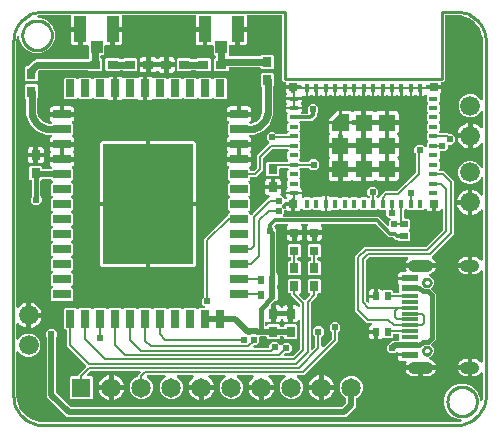
<source format=gbr>
G04 EAGLE Gerber RS-274X export*
G75*
%MOMM*%
%FSLAX34Y34*%
%LPD*%
%INTop Copper*%
%IPPOS*%
%AMOC8*
5,1,8,0,0,1.08239X$1,22.5*%
G01*
%ADD10R,1.650000X1.650000*%
%ADD11C,1.650000*%
%ADD12R,0.800000X0.400000*%
%ADD13R,0.400000X0.800000*%
%ADD14R,1.450000X1.450000*%
%ADD15R,0.600000X0.600000*%
%ADD16R,0.700000X0.700000*%
%ADD17R,0.600000X0.700000*%
%ADD18R,1.450000X0.300000*%
%ADD19R,1.450000X0.600000*%
%ADD20R,1.450000X0.550000*%
%ADD21C,1.000000*%
%ADD22R,0.700000X0.600000*%
%ADD23R,0.800000X1.500000*%
%ADD24R,1.500000X0.800000*%
%ADD25R,7.620000X10.160000*%
%ADD26R,1.050000X2.200000*%
%ADD27R,1.000000X1.050000*%
%ADD28R,0.800000X0.900000*%
%ADD29R,0.900000X0.800000*%
%ADD30R,0.800000X0.800000*%
%ADD31C,1.676400*%
%ADD32C,0.604800*%
%ADD33C,0.381000*%
%ADD34C,0.609600*%
%ADD35C,0.203200*%
%ADD36C,0.508000*%
%ADD37C,0.304800*%
%ADD38C,0.609600*%
%ADD39C,0.254000*%

G36*
X375044Y2547D02*
X375044Y2547D01*
X375080Y2544D01*
X378434Y2808D01*
X378593Y2843D01*
X378668Y2854D01*
X379050Y2978D01*
X379163Y3034D01*
X379277Y3085D01*
X379290Y3096D01*
X379305Y3103D01*
X379399Y3188D01*
X379494Y3269D01*
X379504Y3283D01*
X379516Y3294D01*
X379582Y3401D01*
X379652Y3505D01*
X379657Y3521D01*
X379666Y3536D01*
X379700Y3656D01*
X379738Y3776D01*
X379738Y3793D01*
X379743Y3809D01*
X379742Y3935D01*
X379745Y4060D01*
X379741Y4077D01*
X379741Y4094D01*
X379705Y4214D01*
X379673Y4335D01*
X379665Y4350D01*
X379660Y4366D01*
X379592Y4472D01*
X379528Y4580D01*
X379516Y4591D01*
X379506Y4606D01*
X379412Y4688D01*
X379321Y4774D01*
X379305Y4782D01*
X379293Y4793D01*
X379179Y4847D01*
X379067Y4904D01*
X379052Y4906D01*
X379036Y4914D01*
X378755Y4959D01*
X378746Y4958D01*
X378736Y4959D01*
X377008Y4959D01*
X371480Y7249D01*
X367249Y11480D01*
X364959Y17008D01*
X364959Y22992D01*
X367249Y28520D01*
X371480Y32751D01*
X377008Y35041D01*
X382992Y35041D01*
X388520Y32751D01*
X392751Y28520D01*
X395041Y22992D01*
X395041Y21264D01*
X395058Y21140D01*
X395072Y21015D01*
X395078Y20999D01*
X395081Y20982D01*
X395132Y20868D01*
X395179Y20751D01*
X395190Y20738D01*
X395197Y20723D01*
X395278Y20627D01*
X395356Y20528D01*
X395370Y20519D01*
X395380Y20506D01*
X395485Y20436D01*
X395587Y20363D01*
X395603Y20357D01*
X395617Y20348D01*
X395737Y20310D01*
X395855Y20268D01*
X395872Y20267D01*
X395888Y20262D01*
X396014Y20259D01*
X396139Y20252D01*
X396155Y20255D01*
X396172Y20255D01*
X396293Y20287D01*
X396416Y20314D01*
X396431Y20323D01*
X396447Y20327D01*
X396555Y20391D01*
X396665Y20451D01*
X396677Y20463D01*
X396692Y20472D01*
X396778Y20564D01*
X396866Y20652D01*
X396874Y20666D01*
X396886Y20679D01*
X397016Y20933D01*
X397017Y20942D01*
X397022Y20950D01*
X397146Y21332D01*
X397174Y21492D01*
X397192Y21566D01*
X397456Y24920D01*
X397453Y24965D01*
X397459Y25000D01*
X397459Y43617D01*
X397441Y43744D01*
X397427Y43872D01*
X397421Y43885D01*
X397419Y43899D01*
X397367Y44016D01*
X397318Y44135D01*
X397309Y44146D01*
X397303Y44158D01*
X397220Y44256D01*
X397140Y44357D01*
X397128Y44365D01*
X397120Y44375D01*
X397012Y44447D01*
X396908Y44521D01*
X396894Y44525D01*
X396883Y44533D01*
X396760Y44572D01*
X396639Y44614D01*
X396625Y44614D01*
X396612Y44619D01*
X396484Y44622D01*
X396355Y44629D01*
X396342Y44626D01*
X396328Y44626D01*
X396204Y44593D01*
X396078Y44564D01*
X396066Y44558D01*
X396053Y44554D01*
X395943Y44489D01*
X395830Y44426D01*
X395821Y44417D01*
X395808Y44409D01*
X395614Y44201D01*
X395608Y44189D01*
X395600Y44181D01*
X395407Y43893D01*
X394357Y42843D01*
X393122Y42018D01*
X391750Y41449D01*
X390293Y41159D01*
X388581Y41159D01*
X388581Y47684D01*
X388573Y47742D01*
X388574Y47800D01*
X388553Y47882D01*
X388541Y47965D01*
X388517Y48019D01*
X388503Y48075D01*
X388460Y48148D01*
X388425Y48225D01*
X388387Y48269D01*
X388357Y48320D01*
X388296Y48377D01*
X388241Y48442D01*
X388193Y48474D01*
X388150Y48514D01*
X388075Y48553D01*
X388005Y48599D01*
X387949Y48617D01*
X387897Y48644D01*
X387829Y48655D01*
X387734Y48685D01*
X387634Y48688D01*
X387566Y48699D01*
X386549Y48699D01*
X386549Y48701D01*
X387566Y48701D01*
X387624Y48709D01*
X387682Y48708D01*
X387764Y48729D01*
X387847Y48741D01*
X387901Y48765D01*
X387957Y48779D01*
X388030Y48822D01*
X388107Y48857D01*
X388151Y48895D01*
X388202Y48925D01*
X388259Y48986D01*
X388324Y49041D01*
X388356Y49089D01*
X388396Y49132D01*
X388435Y49207D01*
X388481Y49277D01*
X388499Y49333D01*
X388526Y49385D01*
X388537Y49453D01*
X388567Y49548D01*
X388570Y49648D01*
X388581Y49716D01*
X388581Y56241D01*
X390293Y56241D01*
X391750Y55951D01*
X393122Y55382D01*
X394357Y54557D01*
X395407Y53507D01*
X395600Y53219D01*
X395686Y53123D01*
X395769Y53025D01*
X395780Y53017D01*
X395789Y53007D01*
X395898Y52939D01*
X396005Y52867D01*
X396018Y52863D01*
X396030Y52856D01*
X396153Y52820D01*
X396276Y52781D01*
X396290Y52781D01*
X396303Y52777D01*
X396432Y52777D01*
X396560Y52774D01*
X396574Y52778D01*
X396588Y52778D01*
X396711Y52814D01*
X396835Y52846D01*
X396847Y52853D01*
X396861Y52857D01*
X396970Y52926D01*
X397080Y52991D01*
X397089Y53001D01*
X397101Y53009D01*
X397186Y53105D01*
X397274Y53199D01*
X397281Y53211D01*
X397290Y53221D01*
X397345Y53337D01*
X397404Y53452D01*
X397406Y53464D01*
X397412Y53478D01*
X397459Y53758D01*
X397457Y53772D01*
X397459Y53783D01*
X397459Y130017D01*
X397441Y130144D01*
X397427Y130272D01*
X397421Y130285D01*
X397419Y130299D01*
X397367Y130416D01*
X397318Y130535D01*
X397309Y130546D01*
X397303Y130558D01*
X397220Y130656D01*
X397140Y130757D01*
X397128Y130765D01*
X397120Y130775D01*
X397012Y130847D01*
X396908Y130921D01*
X396894Y130925D01*
X396883Y130933D01*
X396760Y130972D01*
X396639Y131014D01*
X396625Y131014D01*
X396612Y131019D01*
X396484Y131022D01*
X396355Y131029D01*
X396342Y131026D01*
X396328Y131026D01*
X396204Y130993D01*
X396078Y130964D01*
X396066Y130958D01*
X396053Y130954D01*
X395943Y130889D01*
X395830Y130826D01*
X395821Y130817D01*
X395808Y130809D01*
X395614Y130601D01*
X395608Y130589D01*
X395600Y130581D01*
X395407Y130293D01*
X394357Y129243D01*
X393122Y128418D01*
X391750Y127849D01*
X390293Y127559D01*
X388581Y127559D01*
X388581Y134084D01*
X388573Y134142D01*
X388574Y134200D01*
X388553Y134282D01*
X388541Y134365D01*
X388517Y134419D01*
X388503Y134475D01*
X388460Y134548D01*
X388425Y134625D01*
X388387Y134669D01*
X388357Y134720D01*
X388296Y134777D01*
X388241Y134842D01*
X388193Y134874D01*
X388150Y134914D01*
X388075Y134953D01*
X388005Y134999D01*
X387949Y135017D01*
X387897Y135044D01*
X387829Y135055D01*
X387734Y135085D01*
X387634Y135088D01*
X387566Y135099D01*
X386549Y135099D01*
X386549Y135101D01*
X387566Y135101D01*
X387624Y135109D01*
X387682Y135108D01*
X387764Y135129D01*
X387847Y135141D01*
X387901Y135165D01*
X387957Y135179D01*
X388030Y135222D01*
X388107Y135257D01*
X388151Y135295D01*
X388202Y135325D01*
X388259Y135386D01*
X388324Y135441D01*
X388356Y135489D01*
X388396Y135532D01*
X388435Y135607D01*
X388481Y135677D01*
X388499Y135733D01*
X388526Y135785D01*
X388537Y135853D01*
X388567Y135948D01*
X388570Y136048D01*
X388581Y136116D01*
X388581Y142641D01*
X390293Y142641D01*
X391750Y142351D01*
X393122Y141782D01*
X394357Y140957D01*
X395407Y139907D01*
X395600Y139619D01*
X395686Y139523D01*
X395769Y139425D01*
X395780Y139417D01*
X395789Y139407D01*
X395898Y139339D01*
X396005Y139267D01*
X396018Y139263D01*
X396030Y139256D01*
X396153Y139220D01*
X396276Y139181D01*
X396290Y139181D01*
X396303Y139177D01*
X396432Y139177D01*
X396560Y139174D01*
X396574Y139178D01*
X396588Y139178D01*
X396711Y139214D01*
X396835Y139246D01*
X396847Y139253D01*
X396861Y139257D01*
X396970Y139326D01*
X397080Y139391D01*
X397089Y139401D01*
X397101Y139409D01*
X397186Y139505D01*
X397274Y139599D01*
X397281Y139611D01*
X397290Y139621D01*
X397345Y139737D01*
X397404Y139852D01*
X397406Y139864D01*
X397412Y139878D01*
X397459Y140158D01*
X397457Y140172D01*
X397459Y140183D01*
X397459Y181724D01*
X397444Y181831D01*
X397436Y181940D01*
X397424Y181971D01*
X397419Y182005D01*
X397375Y182104D01*
X397337Y182206D01*
X397317Y182233D01*
X397303Y182264D01*
X397233Y182347D01*
X397168Y182435D01*
X397141Y182456D01*
X397120Y182481D01*
X397029Y182542D01*
X396943Y182608D01*
X396911Y182620D01*
X396883Y182639D01*
X396779Y182672D01*
X396678Y182711D01*
X396644Y182715D01*
X396612Y182725D01*
X396503Y182728D01*
X396395Y182738D01*
X396362Y182731D01*
X396328Y182732D01*
X396223Y182705D01*
X396116Y182684D01*
X396085Y182669D01*
X396053Y182660D01*
X395959Y182605D01*
X395862Y182556D01*
X395840Y182534D01*
X395808Y182515D01*
X395659Y182356D01*
X395623Y182320D01*
X394919Y181352D01*
X393704Y180137D01*
X392313Y179126D01*
X390781Y178346D01*
X389146Y177814D01*
X388619Y177731D01*
X388619Y187452D01*
X388611Y187510D01*
X388613Y187568D01*
X388591Y187650D01*
X388579Y187733D01*
X388555Y187787D01*
X388541Y187843D01*
X388498Y187916D01*
X388463Y187993D01*
X388425Y188037D01*
X388395Y188088D01*
X388334Y188145D01*
X388279Y188210D01*
X388231Y188242D01*
X388188Y188282D01*
X388113Y188321D01*
X388043Y188367D01*
X387987Y188385D01*
X387935Y188412D01*
X387867Y188423D01*
X387772Y188453D01*
X387672Y188456D01*
X387604Y188467D01*
X386587Y188467D01*
X386587Y188469D01*
X387604Y188469D01*
X387662Y188477D01*
X387720Y188476D01*
X387802Y188497D01*
X387885Y188509D01*
X387939Y188533D01*
X387995Y188547D01*
X388068Y188590D01*
X388145Y188625D01*
X388190Y188663D01*
X388240Y188693D01*
X388298Y188754D01*
X388362Y188809D01*
X388394Y188857D01*
X388434Y188900D01*
X388473Y188975D01*
X388519Y189045D01*
X388537Y189101D01*
X388564Y189153D01*
X388575Y189221D01*
X388605Y189316D01*
X388608Y189416D01*
X388619Y189484D01*
X388619Y199205D01*
X389146Y199122D01*
X390781Y198590D01*
X392313Y197810D01*
X393704Y196799D01*
X394919Y195584D01*
X395623Y194616D01*
X395698Y194537D01*
X395769Y194455D01*
X395797Y194436D01*
X395820Y194411D01*
X395915Y194357D01*
X396005Y194297D01*
X396038Y194287D01*
X396067Y194270D01*
X396172Y194244D01*
X396276Y194211D01*
X396310Y194210D01*
X396343Y194202D01*
X396452Y194207D01*
X396560Y194204D01*
X396593Y194212D01*
X396627Y194214D01*
X396730Y194248D01*
X396835Y194276D01*
X396865Y194293D01*
X396897Y194304D01*
X396986Y194365D01*
X397080Y194421D01*
X397103Y194446D01*
X397131Y194465D01*
X397200Y194549D01*
X397274Y194628D01*
X397290Y194658D01*
X397311Y194685D01*
X397354Y194785D01*
X397404Y194881D01*
X397409Y194911D01*
X397424Y194946D01*
X397451Y195163D01*
X397459Y195212D01*
X397459Y209122D01*
X397447Y209207D01*
X397445Y209293D01*
X397427Y209347D01*
X397419Y209404D01*
X397384Y209482D01*
X397358Y209564D01*
X397326Y209611D01*
X397303Y209663D01*
X397248Y209729D01*
X397200Y209800D01*
X397156Y209837D01*
X397120Y209880D01*
X397048Y209928D01*
X396982Y209983D01*
X396930Y210006D01*
X396883Y210038D01*
X396801Y210064D01*
X396722Y210098D01*
X396666Y210106D01*
X396612Y210123D01*
X396526Y210126D01*
X396441Y210137D01*
X396385Y210129D01*
X396328Y210131D01*
X396245Y210109D01*
X396159Y210097D01*
X396108Y210073D01*
X396053Y210059D01*
X395979Y210015D01*
X395900Y209980D01*
X395857Y209943D01*
X395808Y209914D01*
X395749Y209851D01*
X395684Y209795D01*
X395658Y209753D01*
X395614Y209706D01*
X395548Y209577D01*
X395506Y209511D01*
X394987Y208256D01*
X392200Y205470D01*
X388559Y203961D01*
X384617Y203961D01*
X380976Y205470D01*
X378190Y208256D01*
X376681Y211897D01*
X376681Y215839D01*
X378190Y219480D01*
X380976Y222266D01*
X384617Y223775D01*
X388559Y223775D01*
X392200Y222266D01*
X394987Y219480D01*
X395506Y218225D01*
X395550Y218151D01*
X395585Y218073D01*
X395622Y218030D01*
X395651Y217981D01*
X395713Y217922D01*
X395769Y217856D01*
X395816Y217824D01*
X395857Y217785D01*
X395934Y217746D01*
X396005Y217698D01*
X396059Y217681D01*
X396110Y217655D01*
X396194Y217639D01*
X396276Y217613D01*
X396333Y217611D01*
X396389Y217600D01*
X396474Y217608D01*
X396560Y217605D01*
X396615Y217620D01*
X396672Y217625D01*
X396753Y217656D01*
X396835Y217677D01*
X396884Y217706D01*
X396937Y217727D01*
X397006Y217779D01*
X397080Y217822D01*
X397119Y217864D01*
X397164Y217898D01*
X397216Y217967D01*
X397274Y218030D01*
X397300Y218080D01*
X397334Y218126D01*
X397365Y218206D01*
X397404Y218283D01*
X397412Y218332D01*
X397435Y218392D01*
X397446Y218537D01*
X397459Y218614D01*
X397459Y238016D01*
X397444Y238124D01*
X397436Y238232D01*
X397424Y238264D01*
X397419Y238297D01*
X397375Y238397D01*
X397337Y238499D01*
X397317Y238526D01*
X397303Y238557D01*
X397233Y238640D01*
X397168Y238727D01*
X397141Y238748D01*
X397120Y238774D01*
X397029Y238834D01*
X396943Y238900D01*
X396911Y238913D01*
X396883Y238931D01*
X396779Y238964D01*
X396678Y239004D01*
X396644Y239007D01*
X396612Y239017D01*
X396503Y239020D01*
X396395Y239030D01*
X396362Y239024D01*
X396328Y239025D01*
X396222Y238997D01*
X396116Y238977D01*
X396085Y238961D01*
X396053Y238953D01*
X395959Y238897D01*
X395862Y238848D01*
X395840Y238827D01*
X395808Y238807D01*
X395658Y238648D01*
X395623Y238613D01*
X395173Y237994D01*
X393958Y236779D01*
X392567Y235768D01*
X391035Y234988D01*
X389400Y234456D01*
X388873Y234373D01*
X388873Y244094D01*
X388865Y244152D01*
X388867Y244210D01*
X388845Y244292D01*
X388833Y244375D01*
X388809Y244429D01*
X388795Y244485D01*
X388752Y244558D01*
X388717Y244635D01*
X388679Y244679D01*
X388649Y244730D01*
X388588Y244787D01*
X388533Y244852D01*
X388485Y244884D01*
X388442Y244924D01*
X388367Y244963D01*
X388297Y245009D01*
X388241Y245027D01*
X388189Y245054D01*
X388121Y245065D01*
X388026Y245095D01*
X387926Y245098D01*
X387858Y245109D01*
X386841Y245109D01*
X386841Y245111D01*
X387858Y245111D01*
X387916Y245119D01*
X387974Y245118D01*
X388056Y245139D01*
X388139Y245151D01*
X388193Y245175D01*
X388249Y245189D01*
X388322Y245232D01*
X388399Y245267D01*
X388444Y245305D01*
X388494Y245335D01*
X388552Y245396D01*
X388616Y245451D01*
X388648Y245499D01*
X388688Y245542D01*
X388727Y245617D01*
X388773Y245687D01*
X388791Y245743D01*
X388818Y245795D01*
X388829Y245863D01*
X388859Y245958D01*
X388862Y246058D01*
X388873Y246126D01*
X388873Y255847D01*
X389400Y255764D01*
X391035Y255232D01*
X392567Y254452D01*
X393958Y253441D01*
X395173Y252226D01*
X395623Y251607D01*
X395698Y251529D01*
X395769Y251446D01*
X395797Y251427D01*
X395820Y251403D01*
X395915Y251349D01*
X396005Y251289D01*
X396038Y251278D01*
X396067Y251261D01*
X396172Y251236D01*
X396276Y251203D01*
X396310Y251202D01*
X396343Y251194D01*
X396452Y251198D01*
X396560Y251195D01*
X396593Y251204D01*
X396627Y251205D01*
X396730Y251240D01*
X396835Y251267D01*
X396865Y251285D01*
X396897Y251295D01*
X396986Y251357D01*
X397080Y251413D01*
X397103Y251437D01*
X397131Y251456D01*
X397200Y251540D01*
X397274Y251620D01*
X397290Y251650D01*
X397311Y251676D01*
X397354Y251776D01*
X397404Y251873D01*
X397409Y251903D01*
X397424Y251937D01*
X397451Y252154D01*
X397459Y252204D01*
X397459Y265151D01*
X397447Y265236D01*
X397445Y265322D01*
X397427Y265376D01*
X397419Y265432D01*
X397384Y265511D01*
X397358Y265593D01*
X397326Y265640D01*
X397303Y265692D01*
X397248Y265757D01*
X397200Y265829D01*
X397156Y265865D01*
X397120Y265909D01*
X397048Y265956D01*
X396982Y266012D01*
X396930Y266035D01*
X396883Y266066D01*
X396801Y266092D01*
X396722Y266127D01*
X396666Y266135D01*
X396612Y266152D01*
X396526Y266154D01*
X396441Y266166D01*
X396385Y266158D01*
X396328Y266159D01*
X396245Y266138D01*
X396159Y266125D01*
X396108Y266102D01*
X396053Y266088D01*
X395979Y266044D01*
X395900Y266008D01*
X395857Y265971D01*
X395808Y265942D01*
X395749Y265880D01*
X395684Y265824D01*
X395658Y265782D01*
X395614Y265735D01*
X395548Y265606D01*
X395506Y265539D01*
X395240Y264898D01*
X392454Y262112D01*
X388813Y260603D01*
X384871Y260603D01*
X381230Y262112D01*
X378444Y264898D01*
X376935Y268539D01*
X376935Y272481D01*
X378444Y276122D01*
X381230Y278908D01*
X384871Y280417D01*
X388813Y280417D01*
X392454Y278908D01*
X395240Y276122D01*
X395506Y275481D01*
X395550Y275407D01*
X395585Y275328D01*
X395622Y275285D01*
X395651Y275236D01*
X395713Y275177D01*
X395769Y275111D01*
X395816Y275080D01*
X395857Y275041D01*
X395934Y275001D01*
X396005Y274954D01*
X396059Y274936D01*
X396110Y274910D01*
X396194Y274894D01*
X396276Y274868D01*
X396333Y274866D01*
X396389Y274855D01*
X396474Y274863D01*
X396560Y274861D01*
X396615Y274875D01*
X396672Y274880D01*
X396752Y274911D01*
X396835Y274932D01*
X396884Y274961D01*
X396937Y274982D01*
X397006Y275034D01*
X397080Y275078D01*
X397119Y275119D01*
X397164Y275153D01*
X397216Y275222D01*
X397274Y275285D01*
X397300Y275336D01*
X397334Y275381D01*
X397365Y275462D01*
X397404Y275538D01*
X397412Y275587D01*
X397435Y275647D01*
X397446Y275792D01*
X397459Y275869D01*
X397459Y325000D01*
X397453Y325044D01*
X397456Y325080D01*
X397192Y328434D01*
X397157Y328593D01*
X397146Y328668D01*
X395072Y335049D01*
X394947Y335305D01*
X394935Y335318D01*
X394928Y335332D01*
X390985Y340760D01*
X390787Y340964D01*
X390771Y340974D01*
X390760Y340985D01*
X385332Y344928D01*
X385081Y345061D01*
X385063Y345065D01*
X385049Y345072D01*
X378668Y347146D01*
X378508Y347174D01*
X378434Y347192D01*
X375080Y347456D01*
X375035Y347453D01*
X375000Y347459D01*
X366254Y347459D01*
X366196Y347451D01*
X366138Y347453D01*
X366056Y347431D01*
X365972Y347419D01*
X365919Y347396D01*
X365863Y347381D01*
X365790Y347338D01*
X365713Y347303D01*
X365668Y347265D01*
X365618Y347236D01*
X365560Y347174D01*
X365496Y347120D01*
X365464Y347071D01*
X365424Y347028D01*
X365385Y346953D01*
X365338Y346883D01*
X365321Y346827D01*
X365294Y346775D01*
X365283Y346707D01*
X365253Y346612D01*
X365250Y346512D01*
X365239Y346444D01*
X365239Y291948D01*
X363750Y290459D01*
X363094Y290459D01*
X363036Y290451D01*
X362978Y290453D01*
X362896Y290431D01*
X362812Y290419D01*
X362759Y290396D01*
X362703Y290381D01*
X362630Y290338D01*
X362553Y290303D01*
X362508Y290265D01*
X362458Y290236D01*
X362400Y290174D01*
X362336Y290120D01*
X362304Y290071D01*
X362264Y290028D01*
X362225Y289953D01*
X362178Y289883D01*
X362161Y289827D01*
X362134Y289775D01*
X362123Y289707D01*
X362093Y289612D01*
X362090Y289512D01*
X362079Y289444D01*
X362079Y287681D01*
X356772Y287681D01*
X356714Y287673D01*
X356656Y287675D01*
X356574Y287653D01*
X356491Y287641D01*
X356437Y287618D01*
X356381Y287603D01*
X356308Y287560D01*
X356231Y287525D01*
X356187Y287487D01*
X356136Y287458D01*
X356079Y287396D01*
X356035Y287359D01*
X356034Y287360D01*
X355979Y287424D01*
X355931Y287456D01*
X355888Y287496D01*
X355813Y287535D01*
X355743Y287582D01*
X355687Y287599D01*
X355635Y287626D01*
X355567Y287637D01*
X355472Y287667D01*
X355372Y287670D01*
X355304Y287681D01*
X350094Y287681D01*
X350036Y287673D01*
X349978Y287675D01*
X349896Y287653D01*
X349812Y287641D01*
X349759Y287618D01*
X349703Y287603D01*
X349630Y287560D01*
X349553Y287525D01*
X349508Y287487D01*
X349458Y287458D01*
X349400Y287396D01*
X349336Y287342D01*
X349304Y287293D01*
X349264Y287250D01*
X349225Y287175D01*
X349178Y287105D01*
X349161Y287049D01*
X349134Y286997D01*
X349123Y286929D01*
X349093Y286834D01*
X349090Y286734D01*
X349079Y286666D01*
X349079Y286447D01*
X344538Y286447D01*
X336538Y286447D01*
X328538Y286447D01*
X320538Y286447D01*
X312538Y286447D01*
X304538Y286447D01*
X296538Y286447D01*
X288538Y286447D01*
X280538Y286447D01*
X272538Y286447D01*
X264538Y286447D01*
X256538Y286447D01*
X248538Y286447D01*
X243997Y286447D01*
X243997Y286666D01*
X243989Y286724D01*
X243991Y286782D01*
X243969Y286864D01*
X243957Y286948D01*
X243934Y287001D01*
X243919Y287057D01*
X243876Y287130D01*
X243841Y287207D01*
X243803Y287252D01*
X243774Y287302D01*
X243712Y287360D01*
X243658Y287424D01*
X243609Y287456D01*
X243566Y287496D01*
X243491Y287535D01*
X243421Y287582D01*
X243365Y287599D01*
X243313Y287626D01*
X243245Y287637D01*
X243150Y287667D01*
X243050Y287670D01*
X242982Y287681D01*
X237772Y287681D01*
X237714Y287673D01*
X237656Y287675D01*
X237574Y287653D01*
X237491Y287641D01*
X237437Y287618D01*
X237381Y287603D01*
X237308Y287560D01*
X237231Y287525D01*
X237187Y287487D01*
X237136Y287458D01*
X237079Y287396D01*
X237035Y287359D01*
X237034Y287360D01*
X236979Y287424D01*
X236931Y287456D01*
X236888Y287496D01*
X236813Y287535D01*
X236743Y287582D01*
X236687Y287599D01*
X236635Y287626D01*
X236567Y287637D01*
X236472Y287667D01*
X236372Y287670D01*
X236304Y287681D01*
X230997Y287681D01*
X230997Y289444D01*
X230989Y289502D01*
X230991Y289560D01*
X230969Y289642D01*
X230957Y289725D01*
X230934Y289779D01*
X230919Y289835D01*
X230876Y289908D01*
X230841Y289985D01*
X230803Y290030D01*
X230774Y290080D01*
X230712Y290138D01*
X230658Y290202D01*
X230609Y290234D01*
X230566Y290274D01*
X230491Y290313D01*
X230421Y290359D01*
X230365Y290377D01*
X230313Y290404D01*
X230245Y290415D01*
X230150Y290445D01*
X230050Y290448D01*
X229982Y290459D01*
X228948Y290459D01*
X227459Y291948D01*
X227459Y346444D01*
X227451Y346502D01*
X227453Y346560D01*
X227431Y346642D01*
X227419Y346726D01*
X227396Y346779D01*
X227381Y346835D01*
X227338Y346908D01*
X227303Y346985D01*
X227265Y347030D01*
X227236Y347080D01*
X227174Y347138D01*
X227120Y347202D01*
X227071Y347234D01*
X227028Y347274D01*
X226953Y347313D01*
X226883Y347360D01*
X226827Y347377D01*
X226775Y347404D01*
X226707Y347415D01*
X226612Y347445D01*
X226512Y347448D01*
X226444Y347459D01*
X198572Y347459D01*
X198514Y347451D01*
X198456Y347453D01*
X198374Y347431D01*
X198290Y347419D01*
X198237Y347396D01*
X198181Y347381D01*
X198108Y347338D01*
X198031Y347303D01*
X197986Y347265D01*
X197936Y347236D01*
X197878Y347174D01*
X197814Y347120D01*
X197782Y347071D01*
X197742Y347028D01*
X197703Y346953D01*
X197656Y346883D01*
X197639Y346827D01*
X197612Y346775D01*
X197601Y346707D01*
X197571Y346612D01*
X197568Y346512D01*
X197557Y346444D01*
X197557Y337031D01*
X190782Y337031D01*
X190724Y337023D01*
X190666Y337024D01*
X190584Y337003D01*
X190501Y336991D01*
X190447Y336967D01*
X190391Y336953D01*
X190318Y336910D01*
X190241Y336875D01*
X190197Y336837D01*
X190146Y336807D01*
X190089Y336746D01*
X190024Y336691D01*
X189992Y336643D01*
X189952Y336600D01*
X189913Y336525D01*
X189867Y336455D01*
X189849Y336399D01*
X189822Y336347D01*
X189811Y336279D01*
X189781Y336184D01*
X189778Y336084D01*
X189767Y336016D01*
X189767Y334999D01*
X188750Y334999D01*
X188692Y334991D01*
X188634Y334992D01*
X188552Y334971D01*
X188469Y334959D01*
X188415Y334935D01*
X188359Y334921D01*
X188286Y334878D01*
X188209Y334843D01*
X188164Y334805D01*
X188114Y334775D01*
X188056Y334714D01*
X187992Y334659D01*
X187960Y334611D01*
X187920Y334568D01*
X187881Y334493D01*
X187835Y334423D01*
X187817Y334367D01*
X187790Y334315D01*
X187779Y334247D01*
X187749Y334152D01*
X187746Y334052D01*
X187735Y333984D01*
X187735Y321459D01*
X184182Y321459D01*
X183819Y321556D01*
X183770Y321562D01*
X183724Y321577D01*
X183630Y321580D01*
X183537Y321591D01*
X183488Y321583D01*
X183440Y321584D01*
X183349Y321561D01*
X183256Y321546D01*
X183212Y321525D01*
X183165Y321513D01*
X183084Y321465D01*
X182999Y321425D01*
X182962Y321392D01*
X182920Y321367D01*
X182856Y321299D01*
X182785Y321237D01*
X182759Y321196D01*
X182726Y321160D01*
X182683Y321076D01*
X182632Y320997D01*
X182618Y320950D01*
X182596Y320907D01*
X182584Y320834D01*
X182552Y320725D01*
X182551Y320638D01*
X182541Y320576D01*
X182541Y313857D01*
X182495Y313789D01*
X182427Y313699D01*
X182417Y313671D01*
X182401Y313647D01*
X182366Y313539D01*
X182326Y313433D01*
X182324Y313404D01*
X182315Y313376D01*
X182312Y313263D01*
X182302Y313150D01*
X182308Y313121D01*
X182307Y313092D01*
X182336Y312982D01*
X182358Y312871D01*
X182372Y312845D01*
X182379Y312817D01*
X182437Y312720D01*
X182489Y312619D01*
X182510Y312597D01*
X182525Y312572D01*
X182607Y312495D01*
X182685Y312413D01*
X182710Y312398D01*
X182732Y312378D01*
X182833Y312326D01*
X182930Y312269D01*
X182959Y312262D01*
X182985Y312248D01*
X183062Y312235D01*
X183206Y312199D01*
X183268Y312201D01*
X183316Y312193D01*
X208496Y312193D01*
X208583Y312205D01*
X208670Y312208D01*
X208723Y312225D01*
X208777Y312233D01*
X208857Y312268D01*
X208940Y312295D01*
X208980Y312323D01*
X209037Y312349D01*
X209150Y312445D01*
X209214Y312490D01*
X210368Y313645D01*
X219632Y313645D01*
X220525Y312752D01*
X220525Y302488D01*
X219632Y301595D01*
X210368Y301595D01*
X209214Y302750D01*
X209144Y302802D01*
X209080Y302862D01*
X209031Y302888D01*
X208987Y302921D01*
X208905Y302952D01*
X208827Y302992D01*
X208779Y303000D01*
X208721Y303022D01*
X208573Y303034D01*
X208496Y303047D01*
X183216Y303047D01*
X183158Y303039D01*
X183100Y303041D01*
X183018Y303019D01*
X182934Y303007D01*
X182881Y302984D01*
X182825Y302969D01*
X182752Y302926D01*
X182675Y302891D01*
X182630Y302853D01*
X182580Y302824D01*
X182522Y302762D01*
X182458Y302708D01*
X182426Y302659D01*
X182386Y302616D01*
X182347Y302541D01*
X182300Y302471D01*
X182283Y302415D01*
X182256Y302363D01*
X182245Y302295D01*
X182215Y302200D01*
X182212Y302100D01*
X182201Y302032D01*
X182201Y300368D01*
X181308Y299475D01*
X171044Y299475D01*
X170151Y300368D01*
X170151Y309632D01*
X171146Y310626D01*
X171198Y310696D01*
X171258Y310760D01*
X171284Y310809D01*
X171317Y310853D01*
X171348Y310935D01*
X171388Y311013D01*
X171396Y311061D01*
X171418Y311119D01*
X171430Y311267D01*
X171443Y311344D01*
X171443Y311960D01*
X171435Y312018D01*
X171437Y312076D01*
X171415Y312158D01*
X171403Y312242D01*
X171380Y312295D01*
X171365Y312351D01*
X171322Y312424D01*
X171287Y312501D01*
X171249Y312546D01*
X171220Y312596D01*
X171158Y312654D01*
X171104Y312718D01*
X171055Y312750D01*
X171012Y312790D01*
X170937Y312829D01*
X170867Y312876D01*
X170811Y312893D01*
X170759Y312920D01*
X170691Y312931D01*
X170596Y312961D01*
X170496Y312964D01*
X170428Y312975D01*
X170384Y312975D01*
X169491Y313868D01*
X169491Y320576D01*
X169484Y320624D01*
X169487Y320673D01*
X169465Y320764D01*
X169451Y320857D01*
X169432Y320902D01*
X169420Y320949D01*
X169374Y321031D01*
X169335Y321117D01*
X169304Y321154D01*
X169280Y321196D01*
X169212Y321262D01*
X169152Y321334D01*
X169111Y321361D01*
X169076Y321395D01*
X168993Y321439D01*
X168915Y321491D01*
X168868Y321506D01*
X168825Y321529D01*
X168733Y321549D01*
X168644Y321577D01*
X168595Y321578D01*
X168547Y321589D01*
X168473Y321581D01*
X168360Y321584D01*
X168276Y321562D01*
X168213Y321556D01*
X167850Y321459D01*
X164297Y321459D01*
X164297Y333984D01*
X164289Y334042D01*
X164290Y334100D01*
X164269Y334182D01*
X164257Y334265D01*
X164233Y334319D01*
X164219Y334375D01*
X164176Y334448D01*
X164141Y334525D01*
X164103Y334569D01*
X164073Y334620D01*
X164012Y334677D01*
X163957Y334742D01*
X163909Y334774D01*
X163866Y334814D01*
X163791Y334853D01*
X163721Y334899D01*
X163665Y334917D01*
X163613Y334944D01*
X163545Y334955D01*
X163450Y334985D01*
X163350Y334988D01*
X163282Y334999D01*
X162265Y334999D01*
X162265Y336016D01*
X162257Y336074D01*
X162258Y336132D01*
X162237Y336214D01*
X162225Y336297D01*
X162201Y336351D01*
X162187Y336407D01*
X162144Y336480D01*
X162109Y336557D01*
X162071Y336601D01*
X162041Y336652D01*
X161980Y336709D01*
X161925Y336774D01*
X161877Y336806D01*
X161834Y336846D01*
X161759Y336885D01*
X161689Y336931D01*
X161633Y336949D01*
X161581Y336976D01*
X161513Y336987D01*
X161418Y337017D01*
X161318Y337020D01*
X161250Y337031D01*
X154475Y337031D01*
X154475Y346444D01*
X154467Y346502D01*
X154469Y346560D01*
X154447Y346642D01*
X154435Y346726D01*
X154412Y346779D01*
X154397Y346835D01*
X154354Y346908D01*
X154319Y346985D01*
X154281Y347030D01*
X154252Y347080D01*
X154190Y347138D01*
X154136Y347202D01*
X154087Y347234D01*
X154044Y347274D01*
X153969Y347313D01*
X153899Y347360D01*
X153843Y347377D01*
X153791Y347404D01*
X153723Y347415D01*
X153628Y347445D01*
X153528Y347448D01*
X153460Y347459D01*
X92970Y347459D01*
X92912Y347451D01*
X92854Y347453D01*
X92772Y347431D01*
X92688Y347419D01*
X92635Y347396D01*
X92579Y347381D01*
X92506Y347338D01*
X92429Y347303D01*
X92384Y347265D01*
X92334Y347236D01*
X92276Y347174D01*
X92212Y347120D01*
X92180Y347071D01*
X92140Y347028D01*
X92101Y346953D01*
X92054Y346883D01*
X92037Y346827D01*
X92010Y346775D01*
X91999Y346707D01*
X91969Y346612D01*
X91966Y346512D01*
X91955Y346444D01*
X91955Y337031D01*
X85180Y337031D01*
X85122Y337023D01*
X85064Y337024D01*
X84982Y337003D01*
X84899Y336991D01*
X84845Y336967D01*
X84789Y336953D01*
X84716Y336910D01*
X84639Y336875D01*
X84595Y336837D01*
X84544Y336807D01*
X84487Y336746D01*
X84422Y336691D01*
X84390Y336643D01*
X84350Y336600D01*
X84311Y336525D01*
X84265Y336455D01*
X84247Y336399D01*
X84220Y336347D01*
X84209Y336279D01*
X84179Y336184D01*
X84176Y336084D01*
X84165Y336016D01*
X84165Y334999D01*
X83148Y334999D01*
X83090Y334991D01*
X83032Y334992D01*
X82950Y334971D01*
X82867Y334959D01*
X82813Y334935D01*
X82757Y334921D01*
X82684Y334878D01*
X82607Y334843D01*
X82562Y334805D01*
X82512Y334775D01*
X82454Y334714D01*
X82390Y334659D01*
X82358Y334611D01*
X82318Y334568D01*
X82279Y334493D01*
X82233Y334423D01*
X82215Y334367D01*
X82188Y334315D01*
X82177Y334247D01*
X82147Y334152D01*
X82144Y334052D01*
X82133Y333984D01*
X82133Y321459D01*
X78580Y321459D01*
X78217Y321556D01*
X78168Y321562D01*
X78122Y321577D01*
X78028Y321580D01*
X77935Y321591D01*
X77886Y321583D01*
X77838Y321584D01*
X77747Y321561D01*
X77654Y321546D01*
X77610Y321525D01*
X77563Y321513D01*
X77482Y321465D01*
X77397Y321425D01*
X77360Y321392D01*
X77318Y321367D01*
X77254Y321299D01*
X77183Y321237D01*
X77157Y321196D01*
X77124Y321160D01*
X77081Y321076D01*
X77030Y320997D01*
X77016Y320950D01*
X76994Y320907D01*
X76982Y320834D01*
X76950Y320725D01*
X76949Y320638D01*
X76939Y320576D01*
X76939Y313868D01*
X76046Y312975D01*
X74318Y312975D01*
X74260Y312967D01*
X74202Y312969D01*
X74120Y312947D01*
X74036Y312935D01*
X73983Y312912D01*
X73927Y312897D01*
X73854Y312854D01*
X73777Y312819D01*
X73732Y312781D01*
X73682Y312752D01*
X73624Y312690D01*
X73560Y312636D01*
X73528Y312587D01*
X73488Y312544D01*
X73449Y312469D01*
X73402Y312399D01*
X73385Y312343D01*
X73358Y312291D01*
X73347Y312223D01*
X73317Y312128D01*
X73314Y312028D01*
X73303Y311960D01*
X73303Y311504D01*
X73315Y311417D01*
X73318Y311330D01*
X73335Y311277D01*
X73343Y311223D01*
X73378Y311143D01*
X73405Y311060D01*
X73433Y311020D01*
X73459Y310963D01*
X73555Y310850D01*
X73600Y310786D01*
X74755Y309632D01*
X74755Y300368D01*
X73862Y299475D01*
X63598Y299475D01*
X62944Y300130D01*
X62874Y300182D01*
X62810Y300242D01*
X62761Y300268D01*
X62717Y300301D01*
X62635Y300332D01*
X62557Y300372D01*
X62509Y300380D01*
X62451Y300402D01*
X62303Y300414D01*
X62226Y300427D01*
X22380Y300427D01*
X22324Y300419D01*
X22280Y300422D01*
X21931Y300388D01*
X21655Y300321D01*
X21648Y300317D01*
X21642Y300316D01*
X21151Y300112D01*
X21150Y300112D01*
X21149Y300111D01*
X21030Y300041D01*
X20907Y299968D01*
X20906Y299967D01*
X20904Y299966D01*
X20804Y299859D01*
X20711Y299761D01*
X20711Y299760D01*
X20710Y299759D01*
X20645Y299631D01*
X20581Y299509D01*
X20581Y299507D01*
X20580Y299506D01*
X20578Y299491D01*
X20526Y299230D01*
X20529Y299199D01*
X20525Y299174D01*
X20525Y292488D01*
X19632Y291595D01*
X10368Y291595D01*
X9475Y292488D01*
X9475Y302752D01*
X10368Y303645D01*
X11260Y303645D01*
X11261Y303645D01*
X11263Y303645D01*
X11406Y303665D01*
X11541Y303685D01*
X11542Y303685D01*
X11544Y303685D01*
X11675Y303744D01*
X11801Y303801D01*
X11802Y303802D01*
X11803Y303802D01*
X11911Y303895D01*
X12018Y303984D01*
X12018Y303986D01*
X12020Y303987D01*
X12028Y304000D01*
X12175Y304221D01*
X12184Y304250D01*
X12198Y304271D01*
X12247Y304391D01*
X15609Y307753D01*
X20002Y309573D01*
X62226Y309573D01*
X62313Y309585D01*
X62400Y309588D01*
X62453Y309605D01*
X62507Y309613D01*
X62587Y309648D01*
X62670Y309675D01*
X62710Y309703D01*
X62767Y309729D01*
X62880Y309825D01*
X62944Y309870D01*
X63860Y310786D01*
X63912Y310856D01*
X63972Y310920D01*
X63998Y310969D01*
X64031Y311013D01*
X64062Y311095D01*
X64102Y311173D01*
X64110Y311221D01*
X64132Y311279D01*
X64144Y311427D01*
X64157Y311504D01*
X64157Y313180D01*
X64145Y313267D01*
X64142Y313354D01*
X64125Y313407D01*
X64117Y313461D01*
X64082Y313541D01*
X64055Y313624D01*
X64027Y313664D01*
X64001Y313721D01*
X63926Y313809D01*
X63906Y313843D01*
X63889Y313859D01*
X63889Y320576D01*
X63882Y320624D01*
X63885Y320673D01*
X63863Y320764D01*
X63849Y320857D01*
X63830Y320902D01*
X63818Y320949D01*
X63772Y321031D01*
X63733Y321117D01*
X63702Y321154D01*
X63678Y321196D01*
X63610Y321262D01*
X63550Y321334D01*
X63509Y321361D01*
X63474Y321395D01*
X63391Y321439D01*
X63313Y321491D01*
X63266Y321506D01*
X63223Y321529D01*
X63131Y321549D01*
X63042Y321577D01*
X62993Y321578D01*
X62945Y321589D01*
X62871Y321581D01*
X62758Y321584D01*
X62674Y321562D01*
X62611Y321556D01*
X62248Y321459D01*
X58695Y321459D01*
X58695Y333984D01*
X58687Y334042D01*
X58688Y334100D01*
X58667Y334182D01*
X58655Y334265D01*
X58631Y334319D01*
X58617Y334375D01*
X58574Y334448D01*
X58539Y334525D01*
X58501Y334569D01*
X58471Y334620D01*
X58410Y334677D01*
X58355Y334742D01*
X58307Y334774D01*
X58264Y334814D01*
X58189Y334853D01*
X58119Y334899D01*
X58063Y334917D01*
X58011Y334944D01*
X57943Y334955D01*
X57848Y334985D01*
X57748Y334988D01*
X57680Y334999D01*
X56663Y334999D01*
X56663Y336016D01*
X56655Y336074D01*
X56656Y336132D01*
X56635Y336214D01*
X56623Y336297D01*
X56599Y336351D01*
X56585Y336407D01*
X56542Y336480D01*
X56507Y336557D01*
X56469Y336601D01*
X56439Y336652D01*
X56378Y336709D01*
X56323Y336774D01*
X56275Y336806D01*
X56232Y336846D01*
X56157Y336885D01*
X56087Y336931D01*
X56031Y336949D01*
X55979Y336976D01*
X55911Y336987D01*
X55816Y337017D01*
X55716Y337020D01*
X55648Y337031D01*
X48873Y337031D01*
X48873Y346444D01*
X48865Y346502D01*
X48867Y346560D01*
X48845Y346642D01*
X48833Y346726D01*
X48810Y346779D01*
X48795Y346835D01*
X48752Y346908D01*
X48717Y346985D01*
X48679Y347030D01*
X48650Y347080D01*
X48588Y347138D01*
X48534Y347202D01*
X48485Y347234D01*
X48442Y347274D01*
X48367Y347313D01*
X48297Y347360D01*
X48241Y347377D01*
X48189Y347404D01*
X48121Y347415D01*
X48026Y347445D01*
X47926Y347448D01*
X47858Y347459D01*
X25000Y347459D01*
X24956Y347453D01*
X24920Y347456D01*
X21566Y347192D01*
X21407Y347157D01*
X21332Y347146D01*
X20950Y347022D01*
X20837Y346966D01*
X20723Y346915D01*
X20710Y346904D01*
X20695Y346897D01*
X20602Y346813D01*
X20506Y346731D01*
X20496Y346717D01*
X20484Y346706D01*
X20418Y346600D01*
X20348Y346495D01*
X20343Y346479D01*
X20334Y346464D01*
X20300Y346344D01*
X20262Y346224D01*
X20262Y346207D01*
X20257Y346191D01*
X20258Y346065D01*
X20255Y345940D01*
X20259Y345923D01*
X20259Y345906D01*
X20295Y345786D01*
X20327Y345665D01*
X20335Y345650D01*
X20340Y345634D01*
X20408Y345528D01*
X20472Y345420D01*
X20484Y345409D01*
X20494Y345394D01*
X20588Y345312D01*
X20679Y345226D01*
X20695Y345218D01*
X20707Y345207D01*
X20821Y345153D01*
X20933Y345096D01*
X20948Y345094D01*
X20965Y345086D01*
X21245Y345041D01*
X21254Y345042D01*
X21264Y345041D01*
X22992Y345041D01*
X28520Y342751D01*
X32751Y338520D01*
X35041Y332992D01*
X35041Y327008D01*
X32751Y321480D01*
X28520Y317249D01*
X22992Y314959D01*
X17008Y314959D01*
X11480Y317249D01*
X7249Y321480D01*
X4959Y327008D01*
X4959Y328736D01*
X4942Y328860D01*
X4928Y328985D01*
X4922Y329001D01*
X4919Y329018D01*
X4868Y329132D01*
X4821Y329249D01*
X4810Y329262D01*
X4803Y329277D01*
X4722Y329373D01*
X4644Y329471D01*
X4630Y329481D01*
X4620Y329494D01*
X4515Y329564D01*
X4413Y329637D01*
X4397Y329642D01*
X4383Y329652D01*
X4263Y329690D01*
X4145Y329732D01*
X4128Y329733D01*
X4112Y329738D01*
X3986Y329741D01*
X3861Y329748D01*
X3845Y329745D01*
X3828Y329745D01*
X3707Y329713D01*
X3584Y329686D01*
X3569Y329677D01*
X3553Y329673D01*
X3445Y329609D01*
X3335Y329549D01*
X3323Y329537D01*
X3308Y329528D01*
X3222Y329436D01*
X3134Y329348D01*
X3126Y329334D01*
X3114Y329321D01*
X2984Y329067D01*
X2983Y329058D01*
X2978Y329050D01*
X2854Y328668D01*
X2826Y328508D01*
X2808Y328434D01*
X2544Y325080D01*
X2547Y325035D01*
X2541Y325000D01*
X2541Y100306D01*
X2556Y100198D01*
X2564Y100090D01*
X2576Y100058D01*
X2581Y100024D01*
X2625Y99925D01*
X2663Y99823D01*
X2683Y99796D01*
X2697Y99765D01*
X2767Y99682D01*
X2832Y99594D01*
X2859Y99574D01*
X2880Y99548D01*
X2971Y99488D01*
X3057Y99422D01*
X3089Y99409D01*
X3117Y99390D01*
X3221Y99358D01*
X3322Y99318D01*
X3356Y99315D01*
X3388Y99305D01*
X3497Y99302D01*
X3605Y99292D01*
X3638Y99298D01*
X3672Y99297D01*
X3778Y99325D01*
X3884Y99345D01*
X3915Y99361D01*
X3947Y99369D01*
X4041Y99425D01*
X4138Y99474D01*
X4160Y99495D01*
X4192Y99514D01*
X4342Y99674D01*
X4377Y99709D01*
X4583Y99992D01*
X5798Y101207D01*
X7189Y102218D01*
X8721Y102998D01*
X10356Y103530D01*
X10883Y103613D01*
X10883Y93892D01*
X10890Y93837D01*
X10889Y93797D01*
X10890Y93795D01*
X10889Y93776D01*
X10911Y93694D01*
X10923Y93611D01*
X10947Y93557D01*
X10961Y93501D01*
X11004Y93428D01*
X11039Y93351D01*
X11077Y93307D01*
X11107Y93256D01*
X11168Y93199D01*
X11223Y93134D01*
X11271Y93102D01*
X11314Y93062D01*
X11389Y93023D01*
X11459Y92977D01*
X11515Y92959D01*
X11567Y92932D01*
X11635Y92921D01*
X11730Y92891D01*
X11830Y92888D01*
X11898Y92877D01*
X12915Y92877D01*
X12915Y92875D01*
X11898Y92875D01*
X11840Y92867D01*
X11782Y92868D01*
X11700Y92847D01*
X11617Y92835D01*
X11563Y92811D01*
X11507Y92797D01*
X11434Y92754D01*
X11357Y92719D01*
X11312Y92681D01*
X11262Y92651D01*
X11204Y92590D01*
X11140Y92535D01*
X11108Y92487D01*
X11068Y92444D01*
X11029Y92369D01*
X10983Y92299D01*
X10965Y92243D01*
X10938Y92191D01*
X10927Y92123D01*
X10897Y92028D01*
X10894Y91928D01*
X10883Y91860D01*
X10883Y82139D01*
X10356Y82222D01*
X8721Y82754D01*
X7189Y83534D01*
X5798Y84545D01*
X4583Y85760D01*
X4377Y86043D01*
X4302Y86121D01*
X4231Y86204D01*
X4203Y86223D01*
X4180Y86247D01*
X4085Y86301D01*
X3995Y86362D01*
X3963Y86372D01*
X3933Y86389D01*
X3827Y86415D01*
X3724Y86447D01*
X3690Y86448D01*
X3657Y86456D01*
X3548Y86452D01*
X3440Y86455D01*
X3407Y86446D01*
X3373Y86445D01*
X3270Y86410D01*
X3165Y86383D01*
X3135Y86366D01*
X3103Y86355D01*
X3014Y86293D01*
X2920Y86238D01*
X2897Y86213D01*
X2869Y86194D01*
X2800Y86110D01*
X2726Y86030D01*
X2710Y86000D01*
X2689Y85974D01*
X2646Y85874D01*
X2596Y85777D01*
X2591Y85747D01*
X2576Y85713D01*
X2549Y85496D01*
X2541Y85446D01*
X2541Y73424D01*
X2553Y73339D01*
X2555Y73253D01*
X2573Y73199D01*
X2581Y73143D01*
X2616Y73064D01*
X2642Y72982D01*
X2674Y72935D01*
X2697Y72883D01*
X2752Y72818D01*
X2800Y72746D01*
X2844Y72710D01*
X2880Y72666D01*
X2952Y72619D01*
X3018Y72563D01*
X3070Y72540D01*
X3117Y72509D01*
X3199Y72483D01*
X3278Y72448D01*
X3334Y72440D01*
X3388Y72423D01*
X3474Y72421D01*
X3559Y72409D01*
X3616Y72417D01*
X3672Y72416D01*
X3756Y72437D01*
X3841Y72450D01*
X3892Y72473D01*
X3947Y72487D01*
X4021Y72531D01*
X4100Y72567D01*
X4143Y72604D01*
X4192Y72633D01*
X4251Y72695D01*
X4316Y72751D01*
X4342Y72793D01*
X4386Y72840D01*
X4452Y72969D01*
X4494Y73036D01*
X4516Y73088D01*
X7302Y75874D01*
X10943Y77383D01*
X14885Y77383D01*
X18526Y75874D01*
X21312Y73088D01*
X22821Y69447D01*
X22821Y65505D01*
X21312Y61864D01*
X18526Y59078D01*
X14885Y57569D01*
X10943Y57569D01*
X7302Y59078D01*
X4516Y61864D01*
X4494Y61916D01*
X4450Y61990D01*
X4415Y62069D01*
X4378Y62112D01*
X4350Y62161D01*
X4287Y62220D01*
X4231Y62286D01*
X4184Y62317D01*
X4143Y62356D01*
X4066Y62396D01*
X3995Y62443D01*
X3941Y62460D01*
X3890Y62486D01*
X3806Y62503D01*
X3724Y62529D01*
X3667Y62531D01*
X3611Y62542D01*
X3526Y62534D01*
X3440Y62536D01*
X3385Y62522D01*
X3328Y62517D01*
X3248Y62486D01*
X3165Y62465D01*
X3116Y62436D01*
X3063Y62415D01*
X2994Y62363D01*
X2920Y62319D01*
X2881Y62278D01*
X2836Y62244D01*
X2784Y62175D01*
X2726Y62112D01*
X2700Y62061D01*
X2666Y62016D01*
X2635Y61935D01*
X2596Y61859D01*
X2588Y61810D01*
X2565Y61750D01*
X2554Y61605D01*
X2541Y61528D01*
X2541Y25000D01*
X2547Y24956D01*
X2544Y24920D01*
X2808Y21566D01*
X2843Y21407D01*
X2854Y21332D01*
X4928Y14951D01*
X5053Y14695D01*
X5065Y14682D01*
X5072Y14668D01*
X9015Y9240D01*
X9213Y9036D01*
X9229Y9026D01*
X9240Y9015D01*
X14668Y5072D01*
X14919Y4939D01*
X14937Y4935D01*
X14951Y4928D01*
X21332Y2854D01*
X21492Y2826D01*
X21566Y2808D01*
X24920Y2544D01*
X24965Y2547D01*
X25000Y2541D01*
X375000Y2541D01*
X375044Y2547D01*
G37*
%LPC*%
G36*
X48554Y21979D02*
X48554Y21979D01*
X47661Y22872D01*
X47661Y40636D01*
X48554Y41529D01*
X53880Y41529D01*
X53938Y41537D01*
X53996Y41535D01*
X54078Y41557D01*
X54162Y41569D01*
X54215Y41592D01*
X54271Y41607D01*
X54344Y41650D01*
X54421Y41685D01*
X54466Y41723D01*
X54516Y41752D01*
X54574Y41814D01*
X54638Y41868D01*
X54670Y41917D01*
X54710Y41960D01*
X54749Y42035D01*
X54796Y42105D01*
X54813Y42161D01*
X54840Y42213D01*
X54851Y42281D01*
X54881Y42376D01*
X54884Y42475D01*
X61602Y49193D01*
X61637Y49240D01*
X61680Y49280D01*
X61722Y49353D01*
X61773Y49420D01*
X61794Y49475D01*
X61823Y49525D01*
X61844Y49607D01*
X61874Y49686D01*
X61879Y49744D01*
X61893Y49801D01*
X61891Y49885D01*
X61898Y49969D01*
X61886Y50027D01*
X61884Y50085D01*
X61858Y50165D01*
X61842Y50248D01*
X61815Y50300D01*
X61797Y50356D01*
X61757Y50412D01*
X61711Y50500D01*
X61642Y50573D01*
X61602Y50629D01*
X61170Y51061D01*
X45459Y66772D01*
X45459Y79960D01*
X45451Y80018D01*
X45453Y80076D01*
X45431Y80158D01*
X45419Y80242D01*
X45396Y80295D01*
X45381Y80351D01*
X45338Y80424D01*
X45303Y80501D01*
X45265Y80546D01*
X45236Y80596D01*
X45174Y80654D01*
X45120Y80718D01*
X45071Y80750D01*
X45028Y80790D01*
X44953Y80829D01*
X44883Y80876D01*
X44827Y80893D01*
X44775Y80920D01*
X44707Y80931D01*
X44612Y80961D01*
X44512Y80964D01*
X44444Y80975D01*
X43368Y80975D01*
X42475Y81868D01*
X42475Y98132D01*
X43368Y99025D01*
X52632Y99025D01*
X53632Y98024D01*
X53679Y97989D01*
X53719Y97947D01*
X53792Y97904D01*
X53859Y97853D01*
X53914Y97832D01*
X53964Y97803D01*
X54046Y97782D01*
X54125Y97752D01*
X54183Y97747D01*
X54240Y97733D01*
X54324Y97736D01*
X54408Y97729D01*
X54466Y97740D01*
X54524Y97742D01*
X54604Y97768D01*
X54687Y97784D01*
X54739Y97811D01*
X54795Y97829D01*
X54851Y97869D01*
X54939Y97915D01*
X55012Y97984D01*
X55068Y98024D01*
X56068Y99025D01*
X65332Y99025D01*
X66332Y98024D01*
X66379Y97989D01*
X66419Y97947D01*
X66492Y97904D01*
X66559Y97853D01*
X66614Y97832D01*
X66664Y97803D01*
X66746Y97782D01*
X66825Y97752D01*
X66883Y97747D01*
X66940Y97733D01*
X67024Y97736D01*
X67108Y97729D01*
X67166Y97740D01*
X67224Y97742D01*
X67304Y97768D01*
X67387Y97784D01*
X67439Y97811D01*
X67495Y97829D01*
X67551Y97869D01*
X67639Y97915D01*
X67712Y97984D01*
X67768Y98024D01*
X68768Y99025D01*
X78032Y99025D01*
X79032Y98024D01*
X79079Y97989D01*
X79119Y97947D01*
X79192Y97904D01*
X79259Y97853D01*
X79314Y97832D01*
X79364Y97803D01*
X79446Y97782D01*
X79525Y97752D01*
X79583Y97747D01*
X79640Y97733D01*
X79724Y97736D01*
X79808Y97729D01*
X79866Y97740D01*
X79924Y97742D01*
X80004Y97768D01*
X80087Y97784D01*
X80139Y97811D01*
X80195Y97829D01*
X80251Y97869D01*
X80339Y97915D01*
X80412Y97984D01*
X80468Y98024D01*
X81468Y99025D01*
X90732Y99025D01*
X91732Y98024D01*
X91779Y97989D01*
X91819Y97947D01*
X91892Y97904D01*
X91959Y97853D01*
X92014Y97832D01*
X92064Y97803D01*
X92146Y97782D01*
X92225Y97752D01*
X92283Y97747D01*
X92340Y97733D01*
X92424Y97736D01*
X92508Y97729D01*
X92566Y97740D01*
X92624Y97742D01*
X92704Y97768D01*
X92787Y97784D01*
X92839Y97811D01*
X92895Y97829D01*
X92951Y97869D01*
X93039Y97915D01*
X93112Y97984D01*
X93168Y98024D01*
X94168Y99025D01*
X103432Y99025D01*
X104432Y98024D01*
X104479Y97989D01*
X104519Y97947D01*
X104592Y97904D01*
X104659Y97853D01*
X104714Y97832D01*
X104764Y97803D01*
X104846Y97782D01*
X104925Y97752D01*
X104983Y97747D01*
X105040Y97733D01*
X105124Y97736D01*
X105208Y97729D01*
X105266Y97740D01*
X105324Y97742D01*
X105404Y97768D01*
X105487Y97784D01*
X105539Y97811D01*
X105595Y97829D01*
X105651Y97869D01*
X105739Y97915D01*
X105812Y97984D01*
X105868Y98024D01*
X106868Y99025D01*
X116132Y99025D01*
X117132Y98024D01*
X117179Y97989D01*
X117219Y97947D01*
X117292Y97904D01*
X117359Y97853D01*
X117414Y97832D01*
X117464Y97803D01*
X117546Y97782D01*
X117625Y97752D01*
X117683Y97747D01*
X117740Y97733D01*
X117824Y97736D01*
X117908Y97729D01*
X117966Y97740D01*
X118024Y97742D01*
X118104Y97768D01*
X118187Y97784D01*
X118239Y97811D01*
X118295Y97829D01*
X118351Y97869D01*
X118439Y97915D01*
X118512Y97984D01*
X118568Y98024D01*
X119568Y99025D01*
X128832Y99025D01*
X129832Y98024D01*
X129879Y97989D01*
X129919Y97947D01*
X129992Y97904D01*
X130059Y97853D01*
X130114Y97832D01*
X130164Y97803D01*
X130246Y97782D01*
X130325Y97752D01*
X130383Y97747D01*
X130440Y97733D01*
X130524Y97736D01*
X130608Y97729D01*
X130666Y97740D01*
X130724Y97742D01*
X130804Y97768D01*
X130887Y97784D01*
X130939Y97811D01*
X130995Y97829D01*
X131051Y97869D01*
X131139Y97915D01*
X131212Y97984D01*
X131268Y98024D01*
X132268Y99025D01*
X141532Y99025D01*
X142532Y98024D01*
X142579Y97989D01*
X142619Y97947D01*
X142692Y97904D01*
X142759Y97853D01*
X142814Y97832D01*
X142864Y97803D01*
X142946Y97782D01*
X143025Y97752D01*
X143083Y97747D01*
X143140Y97733D01*
X143224Y97736D01*
X143308Y97729D01*
X143366Y97740D01*
X143424Y97742D01*
X143504Y97768D01*
X143587Y97784D01*
X143639Y97811D01*
X143695Y97829D01*
X143751Y97869D01*
X143839Y97915D01*
X143912Y97984D01*
X143968Y98024D01*
X144968Y99025D01*
X154232Y99025D01*
X155232Y98024D01*
X155279Y97989D01*
X155319Y97947D01*
X155392Y97904D01*
X155459Y97853D01*
X155514Y97832D01*
X155564Y97803D01*
X155646Y97782D01*
X155725Y97752D01*
X155783Y97747D01*
X155840Y97733D01*
X155924Y97736D01*
X156008Y97729D01*
X156066Y97740D01*
X156124Y97742D01*
X156204Y97768D01*
X156287Y97784D01*
X156339Y97811D01*
X156395Y97829D01*
X156451Y97869D01*
X156539Y97915D01*
X156612Y97984D01*
X156668Y98024D01*
X157668Y99025D01*
X161043Y99025D01*
X161073Y99029D01*
X161102Y99026D01*
X161213Y99049D01*
X161325Y99065D01*
X161352Y99077D01*
X161380Y99082D01*
X161481Y99135D01*
X161584Y99181D01*
X161607Y99200D01*
X161633Y99213D01*
X161715Y99291D01*
X161801Y99364D01*
X161818Y99389D01*
X161839Y99409D01*
X161896Y99507D01*
X161959Y99601D01*
X161968Y99629D01*
X161983Y99654D01*
X162010Y99764D01*
X162045Y99872D01*
X162045Y99902D01*
X162053Y99930D01*
X162049Y100043D01*
X162052Y100156D01*
X162045Y100185D01*
X162044Y100214D01*
X162009Y100322D01*
X161980Y100431D01*
X161965Y100457D01*
X161956Y100485D01*
X161911Y100548D01*
X161835Y100676D01*
X161789Y100719D01*
X161761Y100758D01*
X159765Y102754D01*
X159765Y106542D01*
X161500Y108277D01*
X161552Y108347D01*
X161612Y108410D01*
X161638Y108460D01*
X161671Y108504D01*
X161702Y108586D01*
X161742Y108664D01*
X161750Y108711D01*
X161772Y108770D01*
X161784Y108917D01*
X161797Y108995D01*
X161797Y157516D01*
X181129Y176849D01*
X181176Y176847D01*
X181258Y176869D01*
X181342Y176881D01*
X181395Y176904D01*
X181451Y176919D01*
X181524Y176962D01*
X181601Y176997D01*
X181646Y177035D01*
X181696Y177064D01*
X181754Y177126D01*
X181818Y177180D01*
X181850Y177229D01*
X181890Y177272D01*
X181929Y177347D01*
X181976Y177417D01*
X181993Y177473D01*
X182020Y177525D01*
X182031Y177593D01*
X182061Y177688D01*
X182064Y177788D01*
X182075Y177856D01*
X182075Y178932D01*
X183076Y179932D01*
X183111Y179979D01*
X183153Y180019D01*
X183196Y180092D01*
X183247Y180159D01*
X183268Y180214D01*
X183297Y180264D01*
X183318Y180346D01*
X183348Y180425D01*
X183353Y180483D01*
X183367Y180540D01*
X183364Y180624D01*
X183371Y180708D01*
X183360Y180766D01*
X183358Y180824D01*
X183332Y180904D01*
X183316Y180987D01*
X183289Y181039D01*
X183271Y181095D01*
X183231Y181151D01*
X183185Y181239D01*
X183116Y181312D01*
X183076Y181368D01*
X182075Y182368D01*
X182075Y191632D01*
X183076Y192632D01*
X183111Y192679D01*
X183153Y192719D01*
X183196Y192792D01*
X183247Y192859D01*
X183268Y192914D01*
X183297Y192964D01*
X183318Y193046D01*
X183348Y193125D01*
X183353Y193183D01*
X183367Y193240D01*
X183364Y193324D01*
X183371Y193408D01*
X183360Y193466D01*
X183358Y193524D01*
X183332Y193604D01*
X183316Y193687D01*
X183289Y193739D01*
X183271Y193795D01*
X183231Y193851D01*
X183185Y193939D01*
X183116Y194012D01*
X183076Y194068D01*
X182075Y195068D01*
X182075Y204332D01*
X183076Y205332D01*
X183111Y205379D01*
X183153Y205419D01*
X183196Y205492D01*
X183247Y205559D01*
X183268Y205614D01*
X183297Y205664D01*
X183318Y205746D01*
X183348Y205825D01*
X183353Y205883D01*
X183367Y205940D01*
X183364Y206024D01*
X183371Y206108D01*
X183360Y206166D01*
X183358Y206224D01*
X183332Y206304D01*
X183316Y206387D01*
X183289Y206439D01*
X183271Y206495D01*
X183231Y206551D01*
X183185Y206639D01*
X183116Y206712D01*
X183076Y206768D01*
X182075Y207768D01*
X182075Y217032D01*
X182417Y217373D01*
X182446Y217412D01*
X182483Y217445D01*
X182532Y217526D01*
X182588Y217601D01*
X182605Y217646D01*
X182631Y217688D01*
X182656Y217778D01*
X182689Y217866D01*
X182693Y217915D01*
X182706Y217962D01*
X182705Y218056D01*
X182713Y218150D01*
X182703Y218197D01*
X182703Y218246D01*
X182675Y218336D01*
X182657Y218428D01*
X182634Y218472D01*
X182620Y218518D01*
X182569Y218597D01*
X182526Y218681D01*
X182492Y218716D01*
X182466Y218757D01*
X182409Y218804D01*
X182330Y218887D01*
X182255Y218931D01*
X182207Y218971D01*
X182040Y219067D01*
X181567Y219540D01*
X181232Y220119D01*
X181059Y220766D01*
X181059Y223101D01*
X190116Y223101D01*
X190174Y223109D01*
X190232Y223107D01*
X190314Y223129D01*
X190397Y223141D01*
X190451Y223164D01*
X190507Y223179D01*
X190580Y223222D01*
X190657Y223257D01*
X190701Y223295D01*
X190752Y223324D01*
X190809Y223386D01*
X190874Y223440D01*
X190906Y223489D01*
X190946Y223532D01*
X190985Y223607D01*
X191031Y223677D01*
X191049Y223733D01*
X191076Y223785D01*
X191087Y223853D01*
X191100Y223895D01*
X191109Y223834D01*
X191133Y223781D01*
X191147Y223725D01*
X191191Y223652D01*
X191225Y223575D01*
X191263Y223530D01*
X191293Y223480D01*
X191354Y223422D01*
X191409Y223358D01*
X191457Y223326D01*
X191500Y223286D01*
X191575Y223247D01*
X191645Y223200D01*
X191701Y223183D01*
X191753Y223156D01*
X191821Y223145D01*
X191916Y223115D01*
X192016Y223112D01*
X192084Y223101D01*
X201141Y223101D01*
X201141Y220766D01*
X200968Y220119D01*
X200633Y219540D01*
X200160Y219067D01*
X199993Y218971D01*
X199955Y218941D01*
X199911Y218918D01*
X199843Y218853D01*
X199769Y218795D01*
X199741Y218756D01*
X199705Y218722D01*
X199658Y218641D01*
X199603Y218565D01*
X199586Y218519D01*
X199562Y218477D01*
X199538Y218386D01*
X199507Y218297D01*
X199504Y218249D01*
X199491Y218201D01*
X199494Y218108D01*
X199488Y218014D01*
X199499Y217966D01*
X199501Y217917D01*
X199529Y217828D01*
X199550Y217736D01*
X199573Y217693D01*
X199588Y217647D01*
X199631Y217586D01*
X199685Y217486D01*
X199746Y217425D01*
X199783Y217373D01*
X200125Y217032D01*
X200125Y215956D01*
X200133Y215898D01*
X200131Y215840D01*
X200153Y215758D01*
X200165Y215674D01*
X200188Y215621D01*
X200203Y215565D01*
X200246Y215492D01*
X200281Y215415D01*
X200319Y215370D01*
X200348Y215320D01*
X200410Y215262D01*
X200464Y215198D01*
X200513Y215166D01*
X200556Y215126D01*
X200631Y215087D01*
X200701Y215040D01*
X200757Y215023D01*
X200809Y214996D01*
X200877Y214985D01*
X200972Y214955D01*
X201072Y214952D01*
X201140Y214941D01*
X202799Y214941D01*
X202886Y214953D01*
X202973Y214956D01*
X203026Y214973D01*
X203081Y214981D01*
X203160Y215016D01*
X203244Y215043D01*
X203283Y215071D01*
X203340Y215097D01*
X203453Y215193D01*
X203517Y215238D01*
X206204Y217925D01*
X206256Y217995D01*
X206316Y218059D01*
X206342Y218108D01*
X206375Y218152D01*
X206406Y218234D01*
X206446Y218312D01*
X206454Y218359D01*
X206476Y218418D01*
X206488Y218566D01*
X206501Y218643D01*
X206501Y228382D01*
X216502Y238383D01*
X216517Y238404D01*
X216535Y238418D01*
X216552Y238444D01*
X216580Y238470D01*
X216622Y238543D01*
X216673Y238610D01*
X216687Y238646D01*
X216693Y238655D01*
X216698Y238672D01*
X216723Y238716D01*
X216744Y238797D01*
X216774Y238876D01*
X216779Y238934D01*
X216793Y238991D01*
X216791Y239075D01*
X216798Y239159D01*
X216786Y239217D01*
X216784Y239275D01*
X216759Y239355D01*
X216742Y239438D01*
X216715Y239490D01*
X216697Y239546D01*
X216657Y239602D01*
X216611Y239690D01*
X216542Y239763D01*
X216502Y239819D01*
X214375Y241946D01*
X214375Y245734D01*
X217054Y248413D01*
X220842Y248413D01*
X222577Y246678D01*
X222647Y246626D01*
X222710Y246566D01*
X222760Y246540D01*
X222804Y246507D01*
X222886Y246476D01*
X222964Y246436D01*
X223011Y246428D01*
X223070Y246406D01*
X223217Y246394D01*
X223295Y246381D01*
X230998Y246381D01*
X231056Y246389D01*
X231114Y246387D01*
X231196Y246409D01*
X231280Y246421D01*
X231333Y246444D01*
X231389Y246459D01*
X231462Y246502D01*
X231539Y246537D01*
X231584Y246575D01*
X231634Y246604D01*
X231692Y246666D01*
X231756Y246720D01*
X231788Y246769D01*
X231828Y246812D01*
X231867Y246887D01*
X231914Y246957D01*
X231917Y246967D01*
X232664Y247714D01*
X232699Y247761D01*
X232741Y247801D01*
X232784Y247874D01*
X232835Y247941D01*
X232855Y247996D01*
X232885Y248046D01*
X232906Y248128D01*
X232936Y248207D01*
X232941Y248265D01*
X232955Y248322D01*
X232952Y248406D01*
X232959Y248490D01*
X232948Y248548D01*
X232946Y248606D01*
X232920Y248686D01*
X232904Y248769D01*
X232877Y248821D01*
X232859Y248877D01*
X232819Y248933D01*
X232773Y249021D01*
X232704Y249094D01*
X232664Y249150D01*
X232013Y249800D01*
X232013Y255064D01*
X232664Y255714D01*
X232699Y255761D01*
X232741Y255801D01*
X232784Y255874D01*
X232835Y255941D01*
X232855Y255996D01*
X232885Y256046D01*
X232906Y256128D01*
X232936Y256207D01*
X232941Y256265D01*
X232955Y256322D01*
X232952Y256406D01*
X232959Y256490D01*
X232948Y256548D01*
X232946Y256606D01*
X232920Y256686D01*
X232904Y256769D01*
X232877Y256821D01*
X232859Y256877D01*
X232819Y256933D01*
X232773Y257021D01*
X232704Y257094D01*
X232664Y257150D01*
X232013Y257800D01*
X232013Y263074D01*
X232023Y263083D01*
X232066Y263156D01*
X232116Y263223D01*
X232137Y263277D01*
X232167Y263328D01*
X232187Y263410D01*
X232218Y263489D01*
X232222Y263547D01*
X232237Y263604D01*
X232234Y263688D01*
X232241Y263772D01*
X232230Y263829D01*
X232228Y263888D01*
X232202Y263968D01*
X232185Y264051D01*
X232158Y264102D01*
X232140Y264158D01*
X232100Y264214D01*
X232054Y264303D01*
X231986Y264375D01*
X231945Y264432D01*
X231505Y264872D01*
X231170Y265451D01*
X230997Y266098D01*
X230997Y267417D01*
X237538Y267417D01*
X244079Y267417D01*
X244079Y266098D01*
X243906Y265451D01*
X243647Y265004D01*
X243632Y264967D01*
X243611Y264935D01*
X243580Y264836D01*
X243541Y264740D01*
X243537Y264701D01*
X243525Y264664D01*
X243522Y264560D01*
X243512Y264457D01*
X243519Y264419D01*
X243518Y264380D01*
X243544Y264279D01*
X243562Y264177D01*
X243580Y264142D01*
X243590Y264105D01*
X243642Y264016D01*
X243688Y263923D01*
X243715Y263894D01*
X243735Y263860D01*
X243811Y263789D01*
X243880Y263713D01*
X243914Y263692D01*
X243942Y263666D01*
X244034Y263618D01*
X244123Y263564D01*
X244160Y263554D01*
X244195Y263536D01*
X244272Y263523D01*
X244397Y263489D01*
X244471Y263490D01*
X244526Y263481D01*
X248555Y263481D01*
X248585Y263485D01*
X248614Y263482D01*
X248725Y263505D01*
X248837Y263521D01*
X248864Y263533D01*
X248892Y263538D01*
X248993Y263591D01*
X249096Y263637D01*
X249119Y263656D01*
X249145Y263669D01*
X249227Y263747D01*
X249313Y263820D01*
X249330Y263845D01*
X249351Y263865D01*
X249408Y263963D01*
X249471Y264057D01*
X249480Y264085D01*
X249495Y264110D01*
X249523Y264220D01*
X249557Y264328D01*
X249557Y264357D01*
X249565Y264386D01*
X249561Y264499D01*
X249564Y264612D01*
X249557Y264641D01*
X249556Y264670D01*
X249521Y264778D01*
X249492Y264887D01*
X249477Y264913D01*
X249468Y264941D01*
X249423Y265005D01*
X249347Y265132D01*
X249301Y265175D01*
X249273Y265214D01*
X249173Y265314D01*
X249173Y269102D01*
X251852Y271781D01*
X255640Y271781D01*
X258319Y269102D01*
X258319Y265314D01*
X257092Y264087D01*
X257040Y264017D01*
X256980Y263954D01*
X256954Y263904D01*
X256921Y263860D01*
X256890Y263778D01*
X256850Y263700D01*
X256842Y263653D01*
X256820Y263594D01*
X256808Y263447D01*
X256795Y263369D01*
X256795Y261627D01*
X252551Y257383D01*
X243194Y257383D01*
X243165Y257379D01*
X243136Y257382D01*
X243025Y257359D01*
X242913Y257343D01*
X242886Y257331D01*
X242857Y257326D01*
X242756Y257273D01*
X242653Y257227D01*
X242631Y257208D01*
X242605Y257195D01*
X242523Y257117D01*
X242436Y257044D01*
X242420Y257019D01*
X242399Y256999D01*
X242341Y256901D01*
X242279Y256807D01*
X242270Y256779D01*
X242255Y256754D01*
X242227Y256644D01*
X242193Y256536D01*
X242192Y256506D01*
X242185Y256478D01*
X242188Y256365D01*
X242185Y256252D01*
X242193Y256223D01*
X242194Y256194D01*
X242229Y256086D01*
X242257Y255977D01*
X242272Y255951D01*
X242281Y255923D01*
X242327Y255859D01*
X242403Y255732D01*
X242416Y255719D01*
X242417Y255717D01*
X242450Y255687D01*
X242476Y255650D01*
X243063Y255064D01*
X243063Y249800D01*
X242412Y249150D01*
X242377Y249103D01*
X242335Y249063D01*
X242292Y248990D01*
X242241Y248923D01*
X242220Y248868D01*
X242191Y248818D01*
X242170Y248736D01*
X242140Y248657D01*
X242135Y248599D01*
X242121Y248542D01*
X242124Y248458D01*
X242117Y248374D01*
X242128Y248316D01*
X242130Y248258D01*
X242156Y248178D01*
X242172Y248095D01*
X242199Y248043D01*
X242217Y247987D01*
X242257Y247931D01*
X242303Y247843D01*
X242372Y247770D01*
X242412Y247714D01*
X243063Y247064D01*
X243063Y241800D01*
X242412Y241150D01*
X242377Y241103D01*
X242335Y241063D01*
X242292Y240990D01*
X242241Y240923D01*
X242220Y240868D01*
X242191Y240818D01*
X242170Y240736D01*
X242140Y240657D01*
X242135Y240599D01*
X242121Y240542D01*
X242124Y240458D01*
X242117Y240374D01*
X242128Y240316D01*
X242130Y240258D01*
X242156Y240178D01*
X242172Y240095D01*
X242199Y240043D01*
X242217Y239987D01*
X242257Y239931D01*
X242303Y239843D01*
X242372Y239770D01*
X242412Y239714D01*
X243063Y239064D01*
X243063Y233800D01*
X242412Y233150D01*
X242377Y233103D01*
X242335Y233063D01*
X242292Y232990D01*
X242241Y232923D01*
X242220Y232868D01*
X242191Y232818D01*
X242170Y232736D01*
X242140Y232657D01*
X242135Y232599D01*
X242121Y232542D01*
X242124Y232458D01*
X242117Y232374D01*
X242128Y232316D01*
X242130Y232258D01*
X242156Y232178D01*
X242172Y232095D01*
X242199Y232043D01*
X242217Y231987D01*
X242257Y231931D01*
X242303Y231843D01*
X242372Y231770D01*
X242412Y231714D01*
X243063Y231064D01*
X243063Y225800D01*
X242412Y225150D01*
X242377Y225103D01*
X242335Y225063D01*
X242292Y224990D01*
X242241Y224923D01*
X242220Y224868D01*
X242191Y224818D01*
X242170Y224736D01*
X242140Y224657D01*
X242135Y224599D01*
X242121Y224542D01*
X242124Y224458D01*
X242117Y224374D01*
X242128Y224316D01*
X242130Y224258D01*
X242156Y224178D01*
X242172Y224095D01*
X242199Y224043D01*
X242217Y223987D01*
X242257Y223931D01*
X242303Y223843D01*
X242372Y223770D01*
X242412Y223714D01*
X242856Y223270D01*
X242926Y223218D01*
X242990Y223158D01*
X243039Y223132D01*
X243083Y223099D01*
X243165Y223068D01*
X243243Y223028D01*
X243291Y223020D01*
X243349Y222998D01*
X243497Y222986D01*
X243574Y222973D01*
X249801Y222973D01*
X249888Y222985D01*
X249975Y222988D01*
X250028Y223005D01*
X250083Y223013D01*
X250163Y223048D01*
X250246Y223075D01*
X250285Y223103D01*
X250342Y223129D01*
X250456Y223225D01*
X250519Y223270D01*
X252294Y225045D01*
X256082Y225045D01*
X258761Y222366D01*
X258761Y218578D01*
X256082Y215899D01*
X252294Y215899D01*
X250599Y217594D01*
X250529Y217646D01*
X250466Y217706D01*
X250416Y217732D01*
X250372Y217765D01*
X250290Y217796D01*
X250212Y217836D01*
X250165Y217844D01*
X250106Y217866D01*
X249959Y217878D01*
X249881Y217891D01*
X243574Y217891D01*
X243487Y217879D01*
X243400Y217876D01*
X243347Y217859D01*
X243293Y217851D01*
X243213Y217816D01*
X243130Y217789D01*
X243090Y217761D01*
X243033Y217735D01*
X242920Y217639D01*
X242856Y217594D01*
X242412Y217150D01*
X242377Y217103D01*
X242335Y217063D01*
X242292Y216990D01*
X242241Y216923D01*
X242220Y216868D01*
X242191Y216818D01*
X242170Y216736D01*
X242140Y216657D01*
X242135Y216599D01*
X242121Y216542D01*
X242124Y216458D01*
X242116Y216374D01*
X242128Y216316D01*
X242130Y216258D01*
X242156Y216178D01*
X242172Y216095D01*
X242199Y216043D01*
X242217Y215987D01*
X242257Y215931D01*
X242303Y215843D01*
X242372Y215770D01*
X242412Y215714D01*
X243063Y215064D01*
X243063Y209800D01*
X242412Y209150D01*
X242377Y209103D01*
X242335Y209063D01*
X242292Y208990D01*
X242241Y208923D01*
X242220Y208868D01*
X242191Y208818D01*
X242170Y208736D01*
X242140Y208657D01*
X242135Y208599D01*
X242121Y208542D01*
X242124Y208458D01*
X242117Y208374D01*
X242128Y208316D01*
X242130Y208258D01*
X242156Y208178D01*
X242172Y208095D01*
X242199Y208043D01*
X242217Y207987D01*
X242257Y207931D01*
X242303Y207843D01*
X242372Y207770D01*
X242412Y207714D01*
X243063Y207064D01*
X243063Y201791D01*
X243053Y201781D01*
X243010Y201708D01*
X242960Y201641D01*
X242939Y201587D01*
X242909Y201536D01*
X242889Y201454D01*
X242859Y201376D01*
X242854Y201317D01*
X242839Y201261D01*
X242842Y201176D01*
X242835Y201092D01*
X242846Y201035D01*
X242848Y200976D01*
X242874Y200896D01*
X242891Y200813D01*
X242918Y200761D01*
X242936Y200706D01*
X242976Y200650D01*
X243022Y200561D01*
X243091Y200489D01*
X243131Y200433D01*
X243571Y199992D01*
X243906Y199413D01*
X244079Y198766D01*
X244079Y197447D01*
X237538Y197447D01*
X230997Y197447D01*
X230997Y198766D01*
X231170Y199413D01*
X231505Y199992D01*
X231945Y200433D01*
X231980Y200479D01*
X232023Y200520D01*
X232066Y200592D01*
X232116Y200660D01*
X232137Y200714D01*
X232167Y200765D01*
X232188Y200847D01*
X232218Y200925D01*
X232222Y200984D01*
X232237Y201040D01*
X232234Y201125D01*
X232241Y201209D01*
X232230Y201266D01*
X232228Y201325D01*
X232202Y201405D01*
X232185Y201487D01*
X232158Y201539D01*
X232140Y201595D01*
X232100Y201651D01*
X232054Y201740D01*
X232013Y201783D01*
X232013Y207064D01*
X232664Y207714D01*
X232699Y207761D01*
X232741Y207801D01*
X232784Y207874D01*
X232835Y207941D01*
X232855Y207996D01*
X232885Y208046D01*
X232906Y208128D01*
X232936Y208207D01*
X232941Y208265D01*
X232955Y208322D01*
X232952Y208406D01*
X232959Y208490D01*
X232948Y208548D01*
X232946Y208606D01*
X232920Y208686D01*
X232904Y208769D01*
X232877Y208821D01*
X232859Y208877D01*
X232819Y208933D01*
X232773Y209021D01*
X232704Y209094D01*
X232664Y209150D01*
X232013Y209800D01*
X232013Y215064D01*
X232664Y215714D01*
X232699Y215761D01*
X232741Y215801D01*
X232784Y215874D01*
X232835Y215941D01*
X232855Y215996D01*
X232885Y216046D01*
X232906Y216128D01*
X232936Y216207D01*
X232941Y216265D01*
X232955Y216322D01*
X232953Y216406D01*
X232959Y216490D01*
X232948Y216548D01*
X232946Y216606D01*
X232920Y216686D01*
X232904Y216769D01*
X232877Y216821D01*
X232859Y216877D01*
X232819Y216933D01*
X232773Y217021D01*
X232704Y217094D01*
X232664Y217150D01*
X232220Y217594D01*
X232150Y217646D01*
X232086Y217706D01*
X232037Y217732D01*
X231993Y217765D01*
X231911Y217796D01*
X231833Y217836D01*
X231785Y217844D01*
X231727Y217866D01*
X231579Y217878D01*
X231502Y217891D01*
X226286Y217891D01*
X226228Y217883D01*
X226170Y217885D01*
X226088Y217863D01*
X226004Y217851D01*
X225951Y217828D01*
X225895Y217813D01*
X225822Y217770D01*
X225745Y217735D01*
X225700Y217697D01*
X225650Y217668D01*
X225592Y217606D01*
X225528Y217552D01*
X225496Y217503D01*
X225456Y217460D01*
X225417Y217385D01*
X225370Y217315D01*
X225353Y217259D01*
X225326Y217207D01*
X225315Y217139D01*
X225285Y217044D01*
X225282Y216944D01*
X225271Y216876D01*
X225271Y211590D01*
X224378Y210697D01*
X215114Y210697D01*
X214221Y211590D01*
X214221Y221854D01*
X215114Y222747D01*
X221757Y222747D01*
X221844Y222759D01*
X221931Y222762D01*
X221984Y222779D01*
X222039Y222787D01*
X222118Y222822D01*
X222202Y222849D01*
X222241Y222877D01*
X222298Y222903D01*
X222381Y222973D01*
X231502Y222973D01*
X231589Y222985D01*
X231676Y222988D01*
X231729Y223005D01*
X231783Y223013D01*
X231863Y223048D01*
X231946Y223075D01*
X231986Y223103D01*
X232043Y223129D01*
X232156Y223225D01*
X232220Y223270D01*
X232664Y223714D01*
X232699Y223761D01*
X232741Y223801D01*
X232784Y223874D01*
X232835Y223941D01*
X232855Y223996D01*
X232885Y224046D01*
X232906Y224128D01*
X232936Y224207D01*
X232941Y224265D01*
X232955Y224322D01*
X232952Y224406D01*
X232959Y224490D01*
X232948Y224548D01*
X232946Y224606D01*
X232920Y224686D01*
X232904Y224769D01*
X232877Y224821D01*
X232859Y224877D01*
X232819Y224933D01*
X232773Y225021D01*
X232704Y225094D01*
X232664Y225150D01*
X232013Y225800D01*
X232013Y231064D01*
X232664Y231714D01*
X232699Y231761D01*
X232741Y231801D01*
X232784Y231874D01*
X232835Y231941D01*
X232855Y231996D01*
X232885Y232046D01*
X232906Y232128D01*
X232936Y232207D01*
X232941Y232265D01*
X232955Y232322D01*
X232953Y232406D01*
X232959Y232490D01*
X232948Y232548D01*
X232946Y232606D01*
X232920Y232686D01*
X232904Y232769D01*
X232877Y232821D01*
X232859Y232877D01*
X232819Y232933D01*
X232773Y233021D01*
X232704Y233094D01*
X232664Y233150D01*
X232220Y233594D01*
X232150Y233646D01*
X232086Y233706D01*
X232037Y233732D01*
X231993Y233765D01*
X231911Y233796D01*
X231833Y233836D01*
X231785Y233844D01*
X231727Y233866D01*
X231579Y233878D01*
X231502Y233891D01*
X219617Y233891D01*
X219530Y233879D01*
X219443Y233876D01*
X219390Y233859D01*
X219335Y233851D01*
X219256Y233816D01*
X219172Y233789D01*
X219133Y233761D01*
X219076Y233735D01*
X218963Y233639D01*
X218899Y233594D01*
X211880Y226575D01*
X211828Y226505D01*
X211768Y226441D01*
X211742Y226392D01*
X211709Y226348D01*
X211678Y226266D01*
X211638Y226188D01*
X211630Y226141D01*
X211608Y226082D01*
X211596Y225934D01*
X211583Y225857D01*
X211583Y216118D01*
X205324Y209859D01*
X201140Y209859D01*
X201082Y209851D01*
X201024Y209853D01*
X200942Y209831D01*
X200858Y209819D01*
X200805Y209796D01*
X200749Y209781D01*
X200676Y209738D01*
X200599Y209703D01*
X200554Y209665D01*
X200504Y209636D01*
X200446Y209574D01*
X200382Y209520D01*
X200350Y209471D01*
X200310Y209428D01*
X200271Y209353D01*
X200224Y209283D01*
X200207Y209227D01*
X200180Y209175D01*
X200169Y209107D01*
X200139Y209012D01*
X200136Y208912D01*
X200125Y208844D01*
X200125Y207768D01*
X199124Y206768D01*
X199089Y206721D01*
X199047Y206681D01*
X199004Y206608D01*
X198953Y206541D01*
X198932Y206486D01*
X198903Y206436D01*
X198882Y206354D01*
X198852Y206275D01*
X198847Y206217D01*
X198833Y206160D01*
X198836Y206076D01*
X198829Y205992D01*
X198840Y205934D01*
X198842Y205876D01*
X198868Y205796D01*
X198884Y205713D01*
X198911Y205661D01*
X198929Y205605D01*
X198969Y205549D01*
X199015Y205461D01*
X199084Y205388D01*
X199124Y205332D01*
X200125Y204332D01*
X200125Y195068D01*
X199124Y194068D01*
X199089Y194021D01*
X199047Y193981D01*
X199004Y193908D01*
X198953Y193841D01*
X198932Y193786D01*
X198903Y193736D01*
X198882Y193654D01*
X198852Y193575D01*
X198847Y193517D01*
X198833Y193460D01*
X198836Y193376D01*
X198829Y193292D01*
X198840Y193234D01*
X198842Y193176D01*
X198868Y193096D01*
X198884Y193013D01*
X198911Y192961D01*
X198929Y192905D01*
X198969Y192849D01*
X199015Y192761D01*
X199084Y192688D01*
X199124Y192632D01*
X200125Y191632D01*
X200125Y182368D01*
X199124Y181368D01*
X199089Y181321D01*
X199047Y181281D01*
X199004Y181208D01*
X198953Y181141D01*
X198932Y181086D01*
X198903Y181036D01*
X198882Y180954D01*
X198852Y180875D01*
X198847Y180817D01*
X198833Y180760D01*
X198836Y180676D01*
X198829Y180592D01*
X198840Y180534D01*
X198842Y180476D01*
X198868Y180396D01*
X198884Y180313D01*
X198911Y180261D01*
X198929Y180205D01*
X198969Y180149D01*
X199015Y180061D01*
X199084Y179988D01*
X199124Y179932D01*
X200125Y178932D01*
X200125Y178483D01*
X200129Y178454D01*
X200126Y178425D01*
X200149Y178314D01*
X200165Y178201D01*
X200177Y178175D01*
X200182Y178146D01*
X200235Y178045D01*
X200281Y177942D01*
X200300Y177920D01*
X200313Y177894D01*
X200391Y177811D01*
X200464Y177725D01*
X200489Y177709D01*
X200509Y177687D01*
X200607Y177630D01*
X200701Y177567D01*
X200729Y177559D01*
X200754Y177544D01*
X200864Y177516D01*
X200972Y177482D01*
X201002Y177481D01*
X201030Y177474D01*
X201143Y177477D01*
X201256Y177474D01*
X201285Y177482D01*
X201314Y177483D01*
X201422Y177518D01*
X201531Y177546D01*
X201557Y177561D01*
X201585Y177570D01*
X201649Y177616D01*
X201776Y177691D01*
X201819Y177737D01*
X201858Y177765D01*
X203207Y179114D01*
X216801Y192708D01*
X216813Y192724D01*
X216823Y192732D01*
X216827Y192739D01*
X216841Y192751D01*
X216904Y192845D01*
X216972Y192935D01*
X216982Y192963D01*
X216999Y192987D01*
X217033Y193095D01*
X217073Y193201D01*
X217076Y193230D01*
X217084Y193258D01*
X217087Y193372D01*
X217097Y193484D01*
X217091Y193513D01*
X217092Y193542D01*
X217063Y193652D01*
X217041Y193763D01*
X217027Y193789D01*
X217020Y193817D01*
X216962Y193915D01*
X216910Y194015D01*
X216890Y194037D01*
X216875Y194062D01*
X216792Y194139D01*
X216714Y194221D01*
X216689Y194236D01*
X216667Y194256D01*
X216566Y194308D01*
X216469Y194365D01*
X216440Y194372D01*
X216414Y194386D01*
X216337Y194399D01*
X216193Y194435D01*
X216131Y194433D01*
X216083Y194441D01*
X215412Y194441D01*
X214765Y194614D01*
X214186Y194949D01*
X213713Y195422D01*
X213378Y196001D01*
X213205Y196648D01*
X213205Y199483D01*
X218762Y199483D01*
X218820Y199491D01*
X218878Y199489D01*
X218960Y199511D01*
X219043Y199523D01*
X219097Y199546D01*
X219153Y199561D01*
X219226Y199604D01*
X219303Y199639D01*
X219347Y199677D01*
X219398Y199706D01*
X219455Y199768D01*
X219520Y199822D01*
X219552Y199871D01*
X219592Y199914D01*
X219631Y199989D01*
X219677Y200059D01*
X219695Y200115D01*
X219722Y200167D01*
X219733Y200235D01*
X219746Y200277D01*
X219755Y200216D01*
X219779Y200163D01*
X219793Y200107D01*
X219837Y200034D01*
X219871Y199957D01*
X219909Y199912D01*
X219939Y199862D01*
X220000Y199804D01*
X220055Y199740D01*
X220103Y199708D01*
X220146Y199668D01*
X220221Y199629D01*
X220291Y199582D01*
X220347Y199565D01*
X220399Y199538D01*
X220467Y199527D01*
X220562Y199497D01*
X220662Y199494D01*
X220730Y199483D01*
X226287Y199483D01*
X226287Y196648D01*
X226084Y195891D01*
X226057Y195825D01*
X226053Y195786D01*
X226041Y195748D01*
X226039Y195645D01*
X226028Y195542D01*
X226035Y195503D01*
X226034Y195464D01*
X226060Y195364D01*
X226078Y195262D01*
X226096Y195227D01*
X226106Y195189D01*
X226159Y195100D01*
X226204Y195007D01*
X226231Y194978D01*
X226251Y194944D01*
X226326Y194874D01*
X226396Y194797D01*
X226430Y194777D01*
X226458Y194750D01*
X226542Y194707D01*
X229393Y191856D01*
X229403Y191789D01*
X229411Y191771D01*
X229414Y191752D01*
X229469Y191642D01*
X229519Y191530D01*
X229531Y191515D01*
X229540Y191497D01*
X229623Y191406D01*
X229702Y191313D01*
X229719Y191302D01*
X229732Y191287D01*
X229837Y191223D01*
X229939Y191155D01*
X229958Y191149D01*
X229974Y191139D01*
X230093Y191106D01*
X230210Y191069D01*
X230230Y191069D01*
X230249Y191064D01*
X230371Y191065D01*
X230494Y191062D01*
X230513Y191067D01*
X230533Y191067D01*
X230651Y191103D01*
X230769Y191134D01*
X230786Y191144D01*
X230805Y191150D01*
X230908Y191216D01*
X231014Y191279D01*
X231027Y191293D01*
X231044Y191304D01*
X231090Y191361D01*
X231208Y191486D01*
X231232Y191532D01*
X231257Y191563D01*
X231466Y191924D01*
X231475Y191947D01*
X231479Y191954D01*
X231486Y191973D01*
X231495Y191996D01*
X231533Y192065D01*
X231548Y192128D01*
X231572Y192188D01*
X231580Y192265D01*
X231598Y192341D01*
X231595Y192406D01*
X231601Y192471D01*
X231587Y192548D01*
X231583Y192625D01*
X231564Y192677D01*
X231551Y192751D01*
X231493Y192867D01*
X231466Y192940D01*
X231170Y193451D01*
X230997Y194098D01*
X230997Y195417D01*
X236523Y195417D01*
X236523Y191891D01*
X236304Y191891D01*
X236246Y191883D01*
X236188Y191885D01*
X236106Y191863D01*
X236022Y191851D01*
X235969Y191827D01*
X235913Y191813D01*
X235840Y191770D01*
X235763Y191735D01*
X235718Y191697D01*
X235668Y191668D01*
X235611Y191606D01*
X235546Y191552D01*
X235514Y191503D01*
X235474Y191460D01*
X235435Y191385D01*
X235388Y191315D01*
X235371Y191259D01*
X235344Y191207D01*
X235333Y191139D01*
X235303Y191044D01*
X235300Y190944D01*
X235289Y190876D01*
X235289Y188681D01*
X230367Y188681D01*
X230280Y188669D01*
X230193Y188666D01*
X230140Y188649D01*
X230085Y188641D01*
X230005Y188606D01*
X229922Y188579D01*
X229883Y188551D01*
X229826Y188525D01*
X229712Y188429D01*
X229649Y188384D01*
X227657Y186392D01*
X227622Y186345D01*
X227579Y186305D01*
X227536Y186232D01*
X227486Y186165D01*
X227465Y186110D01*
X227435Y186060D01*
X227415Y185978D01*
X227385Y185899D01*
X227380Y185841D01*
X227365Y185784D01*
X227368Y185700D01*
X227361Y185616D01*
X227373Y185558D01*
X227374Y185500D01*
X227400Y185420D01*
X227417Y185337D01*
X227444Y185285D01*
X227462Y185229D01*
X227502Y185173D01*
X227548Y185085D01*
X227617Y185012D01*
X227657Y184956D01*
X229264Y183349D01*
X229288Y183331D01*
X229307Y183309D01*
X229401Y183246D01*
X229491Y183178D01*
X229519Y183167D01*
X229543Y183151D01*
X229651Y183117D01*
X229757Y183077D01*
X229786Y183074D01*
X229814Y183065D01*
X229928Y183062D01*
X230040Y183053D01*
X230069Y183059D01*
X230098Y183058D01*
X230208Y183087D01*
X230319Y183109D01*
X230345Y183122D01*
X230373Y183130D01*
X230471Y183188D01*
X230571Y183240D01*
X230593Y183260D01*
X230618Y183275D01*
X230695Y183358D01*
X230777Y183436D01*
X230792Y183461D01*
X230812Y183482D01*
X230864Y183583D01*
X230921Y183681D01*
X230928Y183709D01*
X230942Y183736D01*
X230955Y183813D01*
X230991Y183956D01*
X230989Y184019D01*
X230997Y184067D01*
X230997Y185183D01*
X235289Y185183D01*
X235289Y180891D01*
X233204Y180891D01*
X232557Y181064D01*
X231978Y181399D01*
X231505Y181872D01*
X231257Y182301D01*
X231245Y182316D01*
X231237Y182334D01*
X231158Y182428D01*
X231082Y182525D01*
X231066Y182536D01*
X231053Y182551D01*
X230951Y182620D01*
X230852Y182691D01*
X230833Y182698D01*
X230817Y182709D01*
X230700Y182746D01*
X230584Y182788D01*
X230564Y182789D01*
X230546Y182795D01*
X230423Y182798D01*
X230300Y182806D01*
X230281Y182801D01*
X230262Y182802D01*
X230143Y182771D01*
X230023Y182744D01*
X230005Y182735D01*
X229987Y182730D01*
X229881Y182668D01*
X229773Y182609D01*
X229759Y182595D01*
X229742Y182585D01*
X229658Y182495D01*
X229571Y182409D01*
X229561Y182392D01*
X229548Y182378D01*
X229492Y182268D01*
X229432Y182161D01*
X229427Y182142D01*
X229418Y182124D01*
X229406Y182052D01*
X229367Y181884D01*
X229369Y181833D01*
X229363Y181793D01*
X229363Y179462D01*
X228165Y178264D01*
X228147Y178240D01*
X228125Y178221D01*
X228062Y178127D01*
X227994Y178037D01*
X227983Y178009D01*
X227967Y177985D01*
X227933Y177877D01*
X227893Y177771D01*
X227890Y177742D01*
X227881Y177714D01*
X227878Y177600D01*
X227869Y177488D01*
X227875Y177459D01*
X227874Y177430D01*
X227903Y177320D01*
X227925Y177209D01*
X227938Y177183D01*
X227946Y177155D01*
X228004Y177057D01*
X228056Y176957D01*
X228076Y176935D01*
X228091Y176910D01*
X228174Y176833D01*
X228252Y176751D01*
X228277Y176736D01*
X228298Y176716D01*
X228399Y176664D01*
X228497Y176607D01*
X228525Y176600D01*
X228552Y176586D01*
X228629Y176573D01*
X228772Y176537D01*
X228835Y176539D01*
X228883Y176531D01*
X308857Y176531D01*
X310940Y174448D01*
X310940Y174447D01*
X316298Y169089D01*
X316322Y169072D01*
X316341Y169049D01*
X316435Y168987D01*
X316525Y168919D01*
X316553Y168908D01*
X316577Y168892D01*
X316685Y168858D01*
X316791Y168817D01*
X316820Y168815D01*
X316848Y168806D01*
X316962Y168803D01*
X317074Y168794D01*
X317103Y168799D01*
X317132Y168799D01*
X317242Y168827D01*
X317353Y168850D01*
X317379Y168863D01*
X317407Y168871D01*
X317505Y168928D01*
X317605Y168981D01*
X317627Y169001D01*
X317652Y169016D01*
X317729Y169098D01*
X317811Y169176D01*
X317826Y169202D01*
X317846Y169223D01*
X317898Y169324D01*
X317955Y169422D01*
X317962Y169450D01*
X317976Y169476D01*
X317989Y169554D01*
X318025Y169697D01*
X318023Y169760D01*
X318031Y169807D01*
X318031Y172318D01*
X319263Y173550D01*
X319281Y173574D01*
X319303Y173593D01*
X319366Y173687D01*
X319434Y173777D01*
X319445Y173805D01*
X319461Y173829D01*
X319495Y173937D01*
X319535Y174043D01*
X319538Y174072D01*
X319547Y174100D01*
X319550Y174214D01*
X319559Y174326D01*
X319553Y174355D01*
X319554Y174384D01*
X319525Y174494D01*
X319503Y174605D01*
X319490Y174631D01*
X319482Y174659D01*
X319424Y174757D01*
X319372Y174857D01*
X319352Y174879D01*
X319337Y174904D01*
X319254Y174981D01*
X319176Y175063D01*
X319151Y175078D01*
X319130Y175098D01*
X319029Y175150D01*
X318931Y175207D01*
X318903Y175214D01*
X318876Y175228D01*
X318799Y175241D01*
X318656Y175277D01*
X318593Y175275D01*
X318545Y175283D01*
X318410Y175283D01*
X315745Y177948D01*
X315745Y180892D01*
X315737Y180950D01*
X315739Y181008D01*
X315717Y181090D01*
X315705Y181174D01*
X315682Y181227D01*
X315667Y181283D01*
X315624Y181356D01*
X315589Y181433D01*
X315551Y181478D01*
X315522Y181528D01*
X315460Y181586D01*
X315406Y181650D01*
X315357Y181682D01*
X315314Y181722D01*
X315239Y181761D01*
X315169Y181808D01*
X315113Y181825D01*
X315061Y181852D01*
X314993Y181863D01*
X314898Y181893D01*
X314798Y181896D01*
X314730Y181907D01*
X309906Y181907D01*
X309256Y182558D01*
X309209Y182593D01*
X309169Y182635D01*
X309096Y182678D01*
X309029Y182729D01*
X308974Y182749D01*
X308924Y182779D01*
X308842Y182800D01*
X308763Y182830D01*
X308705Y182835D01*
X308648Y182849D01*
X308564Y182846D01*
X308480Y182853D01*
X308422Y182842D01*
X308364Y182840D01*
X308284Y182814D01*
X308201Y182798D01*
X308149Y182771D01*
X308093Y182753D01*
X308037Y182713D01*
X307949Y182667D01*
X307876Y182598D01*
X307820Y182558D01*
X307170Y181907D01*
X301906Y181907D01*
X301256Y182558D01*
X301209Y182593D01*
X301169Y182635D01*
X301096Y182678D01*
X301029Y182729D01*
X300974Y182749D01*
X300924Y182779D01*
X300842Y182800D01*
X300763Y182830D01*
X300705Y182835D01*
X300648Y182849D01*
X300564Y182846D01*
X300480Y182853D01*
X300422Y182842D01*
X300364Y182840D01*
X300284Y182814D01*
X300201Y182798D01*
X300149Y182771D01*
X300093Y182753D01*
X300037Y182713D01*
X299949Y182667D01*
X299876Y182598D01*
X299820Y182558D01*
X299170Y181907D01*
X293906Y181907D01*
X293256Y182558D01*
X293209Y182593D01*
X293169Y182635D01*
X293096Y182678D01*
X293029Y182729D01*
X292974Y182749D01*
X292924Y182779D01*
X292842Y182800D01*
X292763Y182830D01*
X292705Y182835D01*
X292648Y182849D01*
X292564Y182846D01*
X292480Y182853D01*
X292422Y182842D01*
X292364Y182840D01*
X292284Y182814D01*
X292201Y182798D01*
X292149Y182771D01*
X292093Y182753D01*
X292037Y182713D01*
X291949Y182667D01*
X291876Y182598D01*
X291820Y182558D01*
X291170Y181907D01*
X285906Y181907D01*
X285256Y182558D01*
X285209Y182593D01*
X285169Y182635D01*
X285096Y182678D01*
X285029Y182729D01*
X284974Y182749D01*
X284924Y182779D01*
X284842Y182800D01*
X284763Y182830D01*
X284705Y182835D01*
X284648Y182849D01*
X284564Y182846D01*
X284480Y182853D01*
X284422Y182842D01*
X284364Y182840D01*
X284284Y182814D01*
X284201Y182798D01*
X284149Y182771D01*
X284093Y182753D01*
X284037Y182713D01*
X283949Y182667D01*
X283876Y182598D01*
X283820Y182558D01*
X283170Y181907D01*
X277906Y181907D01*
X277256Y182558D01*
X277209Y182593D01*
X277169Y182635D01*
X277096Y182678D01*
X277029Y182729D01*
X276974Y182749D01*
X276924Y182779D01*
X276842Y182800D01*
X276763Y182830D01*
X276705Y182835D01*
X276648Y182849D01*
X276564Y182846D01*
X276480Y182853D01*
X276422Y182842D01*
X276364Y182840D01*
X276284Y182814D01*
X276201Y182798D01*
X276149Y182771D01*
X276093Y182753D01*
X276037Y182713D01*
X275949Y182667D01*
X275876Y182598D01*
X275820Y182558D01*
X275170Y181907D01*
X269896Y181907D01*
X269887Y181917D01*
X269814Y181960D01*
X269747Y182010D01*
X269693Y182031D01*
X269642Y182061D01*
X269560Y182081D01*
X269481Y182112D01*
X269423Y182116D01*
X269366Y182131D01*
X269282Y182128D01*
X269198Y182135D01*
X269141Y182124D01*
X269082Y182122D01*
X269002Y182096D01*
X268919Y182079D01*
X268868Y182052D01*
X268812Y182034D01*
X268756Y181994D01*
X268667Y181948D01*
X268595Y181879D01*
X268538Y181839D01*
X268098Y181399D01*
X267519Y181064D01*
X266872Y180891D01*
X265553Y180891D01*
X265553Y187432D01*
X265553Y193973D01*
X266872Y193973D01*
X267519Y193800D01*
X268098Y193465D01*
X268538Y193025D01*
X268585Y192989D01*
X268625Y192947D01*
X268698Y192904D01*
X268766Y192854D01*
X268820Y192833D01*
X268871Y192803D01*
X268952Y192783D01*
X269031Y192752D01*
X269090Y192748D01*
X269146Y192733D01*
X269230Y192736D01*
X269315Y192729D01*
X269372Y192740D01*
X269430Y192742D01*
X269511Y192768D01*
X269593Y192785D01*
X269645Y192812D01*
X269701Y192830D01*
X269757Y192870D01*
X269846Y192916D01*
X269889Y192957D01*
X275170Y192957D01*
X275820Y192306D01*
X275867Y192271D01*
X275907Y192229D01*
X275980Y192186D01*
X276047Y192135D01*
X276102Y192114D01*
X276152Y192085D01*
X276234Y192064D01*
X276313Y192034D01*
X276371Y192029D01*
X276428Y192015D01*
X276512Y192018D01*
X276596Y192011D01*
X276654Y192022D01*
X276712Y192024D01*
X276792Y192050D01*
X276875Y192066D01*
X276927Y192093D01*
X276983Y192111D01*
X277039Y192151D01*
X277127Y192197D01*
X277200Y192266D01*
X277256Y192306D01*
X277906Y192957D01*
X283170Y192957D01*
X283820Y192306D01*
X283867Y192271D01*
X283907Y192229D01*
X283980Y192186D01*
X284047Y192135D01*
X284102Y192114D01*
X284152Y192085D01*
X284234Y192064D01*
X284313Y192034D01*
X284371Y192029D01*
X284428Y192015D01*
X284512Y192018D01*
X284596Y192011D01*
X284654Y192022D01*
X284712Y192024D01*
X284792Y192050D01*
X284875Y192066D01*
X284927Y192093D01*
X284983Y192111D01*
X285039Y192151D01*
X285127Y192197D01*
X285200Y192266D01*
X285256Y192306D01*
X285906Y192957D01*
X291170Y192957D01*
X291820Y192306D01*
X291867Y192271D01*
X291907Y192229D01*
X291980Y192186D01*
X292047Y192135D01*
X292102Y192114D01*
X292152Y192085D01*
X292234Y192064D01*
X292313Y192034D01*
X292371Y192029D01*
X292428Y192015D01*
X292512Y192018D01*
X292596Y192011D01*
X292654Y192022D01*
X292712Y192024D01*
X292792Y192050D01*
X292875Y192066D01*
X292927Y192093D01*
X292983Y192111D01*
X293039Y192151D01*
X293127Y192197D01*
X293200Y192266D01*
X293256Y192306D01*
X293906Y192957D01*
X299170Y192957D01*
X299820Y192306D01*
X299867Y192271D01*
X299907Y192229D01*
X299980Y192186D01*
X300047Y192135D01*
X300102Y192114D01*
X300152Y192085D01*
X300234Y192064D01*
X300313Y192034D01*
X300371Y192029D01*
X300428Y192015D01*
X300512Y192018D01*
X300596Y192011D01*
X300653Y192022D01*
X300712Y192024D01*
X300792Y192050D01*
X300875Y192066D01*
X300927Y192093D01*
X300982Y192111D01*
X301038Y192151D01*
X301127Y192197D01*
X301200Y192266D01*
X301256Y192306D01*
X301348Y192399D01*
X301384Y192446D01*
X301426Y192486D01*
X301469Y192558D01*
X301519Y192626D01*
X301540Y192681D01*
X301570Y192731D01*
X301591Y192813D01*
X301621Y192892D01*
X301626Y192950D01*
X301640Y193007D01*
X301637Y193091D01*
X301644Y193175D01*
X301633Y193232D01*
X301631Y193291D01*
X301605Y193371D01*
X301588Y193454D01*
X301561Y193506D01*
X301543Y193561D01*
X301503Y193617D01*
X301457Y193706D01*
X301389Y193778D01*
X301349Y193835D01*
X299719Y195464D01*
X299719Y199252D01*
X302398Y201931D01*
X306186Y201931D01*
X308865Y199252D01*
X308865Y195464D01*
X307481Y194081D01*
X307446Y194034D01*
X307404Y193994D01*
X307361Y193921D01*
X307311Y193853D01*
X307290Y193799D01*
X307260Y193748D01*
X307239Y193667D01*
X307209Y193588D01*
X307204Y193529D01*
X307190Y193473D01*
X307193Y193389D01*
X307186Y193304D01*
X307197Y193247D01*
X307199Y193189D01*
X307225Y193108D01*
X307242Y193026D01*
X307269Y192974D01*
X307287Y192918D01*
X307327Y192862D01*
X307373Y192773D01*
X307441Y192701D01*
X307481Y192645D01*
X307820Y192306D01*
X307867Y192271D01*
X307907Y192229D01*
X307980Y192186D01*
X308047Y192135D01*
X308102Y192115D01*
X308152Y192085D01*
X308234Y192064D01*
X308313Y192034D01*
X308371Y192029D01*
X308428Y192015D01*
X308512Y192018D01*
X308596Y192011D01*
X308654Y192022D01*
X308712Y192024D01*
X308792Y192050D01*
X308875Y192066D01*
X308927Y192093D01*
X308983Y192111D01*
X309039Y192151D01*
X309127Y192197D01*
X309200Y192266D01*
X309256Y192306D01*
X309700Y192750D01*
X309752Y192820D01*
X309812Y192884D01*
X309838Y192933D01*
X309871Y192977D01*
X309902Y193059D01*
X309942Y193137D01*
X309950Y193185D01*
X309972Y193243D01*
X309984Y193391D01*
X309997Y193468D01*
X309997Y193702D01*
X314416Y198121D01*
X324409Y198121D01*
X324496Y198133D01*
X324583Y198136D01*
X324636Y198153D01*
X324691Y198161D01*
X324770Y198196D01*
X324854Y198223D01*
X324893Y198251D01*
X324950Y198277D01*
X325063Y198373D01*
X325127Y198418D01*
X340316Y213607D01*
X340368Y213677D01*
X340428Y213741D01*
X340454Y213790D01*
X340487Y213834D01*
X340518Y213916D01*
X340558Y213994D01*
X340566Y214041D01*
X340588Y214100D01*
X340600Y214248D01*
X340613Y214325D01*
X340613Y229587D01*
X340601Y229674D01*
X340598Y229761D01*
X340581Y229814D01*
X340573Y229869D01*
X340538Y229949D01*
X340511Y230032D01*
X340483Y230071D01*
X340457Y230128D01*
X340361Y230242D01*
X340316Y230305D01*
X339597Y231024D01*
X339597Y234812D01*
X342276Y237491D01*
X346064Y237491D01*
X348280Y235275D01*
X348304Y235257D01*
X348323Y235235D01*
X348417Y235172D01*
X348507Y235104D01*
X348535Y235093D01*
X348559Y235077D01*
X348667Y235043D01*
X348773Y235003D01*
X348802Y235000D01*
X348830Y234991D01*
X348944Y234988D01*
X349056Y234979D01*
X349085Y234985D01*
X349114Y234984D01*
X349224Y235013D01*
X349335Y235035D01*
X349361Y235048D01*
X349389Y235056D01*
X349487Y235114D01*
X349587Y235166D01*
X349609Y235186D01*
X349634Y235201D01*
X349711Y235283D01*
X349793Y235362D01*
X349808Y235387D01*
X349828Y235408D01*
X349880Y235509D01*
X349937Y235607D01*
X349944Y235635D01*
X349958Y235662D01*
X349971Y235739D01*
X350007Y235882D01*
X350005Y235945D01*
X350013Y235993D01*
X350013Y239064D01*
X350664Y239714D01*
X350699Y239761D01*
X350741Y239801D01*
X350784Y239874D01*
X350835Y239941D01*
X350856Y239996D01*
X350885Y240046D01*
X350906Y240128D01*
X350936Y240207D01*
X350941Y240265D01*
X350955Y240322D01*
X350952Y240406D01*
X350959Y240490D01*
X350948Y240548D01*
X350946Y240606D01*
X350920Y240686D01*
X350904Y240769D01*
X350877Y240821D01*
X350859Y240877D01*
X350819Y240933D01*
X350773Y241021D01*
X350704Y241094D01*
X350664Y241150D01*
X350013Y241800D01*
X350013Y247064D01*
X350664Y247714D01*
X350699Y247761D01*
X350741Y247801D01*
X350784Y247874D01*
X350835Y247941D01*
X350856Y247996D01*
X350885Y248046D01*
X350906Y248128D01*
X350936Y248207D01*
X350941Y248265D01*
X350955Y248322D01*
X350952Y248406D01*
X350959Y248490D01*
X350948Y248548D01*
X350946Y248606D01*
X350920Y248686D01*
X350904Y248769D01*
X350877Y248821D01*
X350859Y248877D01*
X350819Y248933D01*
X350773Y249021D01*
X350704Y249094D01*
X350664Y249150D01*
X350013Y249800D01*
X350013Y255064D01*
X350664Y255714D01*
X350699Y255761D01*
X350741Y255801D01*
X350784Y255874D01*
X350835Y255941D01*
X350856Y255996D01*
X350885Y256046D01*
X350906Y256128D01*
X350936Y256207D01*
X350941Y256265D01*
X350955Y256322D01*
X350952Y256406D01*
X350959Y256490D01*
X350948Y256548D01*
X350946Y256606D01*
X350920Y256686D01*
X350904Y256769D01*
X350877Y256821D01*
X350859Y256877D01*
X350819Y256933D01*
X350773Y257021D01*
X350704Y257094D01*
X350664Y257150D01*
X350013Y257800D01*
X350013Y263064D01*
X350664Y263714D01*
X350699Y263761D01*
X350741Y263801D01*
X350784Y263874D01*
X350835Y263941D01*
X350856Y263996D01*
X350885Y264046D01*
X350906Y264128D01*
X350936Y264207D01*
X350941Y264265D01*
X350955Y264322D01*
X350952Y264406D01*
X350959Y264490D01*
X350948Y264548D01*
X350946Y264606D01*
X350920Y264686D01*
X350904Y264769D01*
X350877Y264821D01*
X350859Y264877D01*
X350819Y264933D01*
X350773Y265021D01*
X350706Y265092D01*
X350694Y265111D01*
X350686Y265119D01*
X350664Y265150D01*
X350013Y265800D01*
X350013Y271064D01*
X350664Y271714D01*
X350699Y271761D01*
X350741Y271801D01*
X350784Y271874D01*
X350835Y271941D01*
X350856Y271996D01*
X350885Y272046D01*
X350906Y272128D01*
X350936Y272207D01*
X350941Y272265D01*
X350955Y272322D01*
X350952Y272406D01*
X350959Y272490D01*
X350948Y272548D01*
X350946Y272606D01*
X350920Y272686D01*
X350904Y272769D01*
X350877Y272821D01*
X350859Y272877D01*
X350819Y272933D01*
X350773Y273021D01*
X350704Y273094D01*
X350664Y273150D01*
X350013Y273800D01*
X350013Y278863D01*
X350009Y278892D01*
X350012Y278921D01*
X349989Y279032D01*
X349973Y279145D01*
X349961Y279171D01*
X349956Y279200D01*
X349904Y279301D01*
X349857Y279404D01*
X349838Y279426D01*
X349825Y279453D01*
X349747Y279535D01*
X349674Y279621D01*
X349649Y279637D01*
X349629Y279659D01*
X349531Y279716D01*
X349437Y279779D01*
X349409Y279788D01*
X349384Y279802D01*
X349274Y279830D01*
X349166Y279864D01*
X349137Y279865D01*
X349108Y279872D01*
X348995Y279869D01*
X348882Y279872D01*
X348853Y279864D01*
X348824Y279863D01*
X348716Y279828D01*
X348607Y279800D01*
X348581Y279785D01*
X348553Y279776D01*
X348490Y279730D01*
X348362Y279655D01*
X348319Y279609D01*
X348280Y279581D01*
X348098Y279399D01*
X347519Y279064D01*
X346872Y278891D01*
X345553Y278891D01*
X345553Y284417D01*
X349454Y284417D01*
X349467Y284408D01*
X349510Y284368D01*
X349585Y284329D01*
X349655Y284282D01*
X349711Y284265D01*
X349763Y284238D01*
X349831Y284227D01*
X349926Y284197D01*
X350026Y284194D01*
X350094Y284183D01*
X355304Y284183D01*
X355362Y284191D01*
X355420Y284189D01*
X355502Y284211D01*
X355585Y284223D01*
X355639Y284246D01*
X355695Y284261D01*
X355768Y284304D01*
X355845Y284339D01*
X355889Y284377D01*
X355940Y284406D01*
X355997Y284468D01*
X356041Y284505D01*
X356042Y284504D01*
X356097Y284440D01*
X356145Y284408D01*
X356188Y284368D01*
X356263Y284329D01*
X356333Y284282D01*
X356389Y284265D01*
X356441Y284238D01*
X356509Y284227D01*
X356604Y284197D01*
X356704Y284194D01*
X356772Y284183D01*
X362079Y284183D01*
X362079Y282098D01*
X361906Y281451D01*
X361571Y280872D01*
X361131Y280431D01*
X361096Y280385D01*
X361053Y280344D01*
X361010Y280272D01*
X360960Y280204D01*
X360939Y280150D01*
X360909Y280099D01*
X360888Y280017D01*
X360858Y279939D01*
X360854Y279880D01*
X360839Y279824D01*
X360842Y279739D01*
X360835Y279655D01*
X360846Y279598D01*
X360848Y279539D01*
X360874Y279459D01*
X360891Y279377D01*
X360918Y279325D01*
X360920Y279317D01*
X360921Y279313D01*
X360922Y279311D01*
X360936Y279269D01*
X360976Y279213D01*
X361022Y279124D01*
X361052Y279092D01*
X361063Y279075D01*
X361063Y273800D01*
X360412Y273150D01*
X360377Y273103D01*
X360335Y273063D01*
X360292Y272990D01*
X360241Y272923D01*
X360221Y272868D01*
X360191Y272818D01*
X360170Y272736D01*
X360140Y272657D01*
X360135Y272599D01*
X360121Y272542D01*
X360124Y272458D01*
X360117Y272374D01*
X360128Y272316D01*
X360130Y272258D01*
X360156Y272178D01*
X360172Y272095D01*
X360199Y272043D01*
X360217Y271987D01*
X360257Y271931D01*
X360303Y271843D01*
X360372Y271770D01*
X360412Y271714D01*
X361063Y271064D01*
X361063Y265800D01*
X360412Y265150D01*
X360377Y265103D01*
X360335Y265063D01*
X360292Y264990D01*
X360241Y264923D01*
X360221Y264868D01*
X360191Y264818D01*
X360170Y264736D01*
X360140Y264657D01*
X360135Y264599D01*
X360121Y264542D01*
X360124Y264458D01*
X360117Y264374D01*
X360128Y264316D01*
X360130Y264258D01*
X360156Y264178D01*
X360172Y264095D01*
X360199Y264043D01*
X360217Y263987D01*
X360257Y263931D01*
X360303Y263843D01*
X360372Y263770D01*
X360412Y263714D01*
X361063Y263064D01*
X361063Y257800D01*
X360412Y257150D01*
X360377Y257103D01*
X360335Y257063D01*
X360292Y256990D01*
X360241Y256923D01*
X360221Y256868D01*
X360191Y256818D01*
X360170Y256736D01*
X360140Y256657D01*
X360135Y256599D01*
X360121Y256542D01*
X360124Y256458D01*
X360117Y256374D01*
X360128Y256316D01*
X360130Y256258D01*
X360156Y256178D01*
X360172Y256095D01*
X360199Y256043D01*
X360217Y255987D01*
X360257Y255931D01*
X360303Y255843D01*
X360372Y255770D01*
X360412Y255714D01*
X361063Y255064D01*
X361063Y249800D01*
X360412Y249150D01*
X360377Y249103D01*
X360335Y249063D01*
X360292Y248990D01*
X360241Y248923D01*
X360221Y248868D01*
X360191Y248818D01*
X360170Y248736D01*
X360140Y248657D01*
X360135Y248599D01*
X360121Y248542D01*
X360124Y248458D01*
X360117Y248374D01*
X360128Y248316D01*
X360130Y248258D01*
X360156Y248178D01*
X360172Y248095D01*
X360199Y248043D01*
X360217Y247987D01*
X360257Y247931D01*
X360303Y247843D01*
X360372Y247770D01*
X360412Y247714D01*
X360856Y247270D01*
X360926Y247218D01*
X360990Y247158D01*
X361039Y247132D01*
X361083Y247099D01*
X361165Y247068D01*
X361243Y247028D01*
X361291Y247020D01*
X361349Y246998D01*
X361497Y246986D01*
X361574Y246973D01*
X368020Y246973D01*
X368061Y246932D01*
X368131Y246880D01*
X368195Y246820D01*
X368244Y246794D01*
X368288Y246761D01*
X368370Y246730D01*
X368448Y246690D01*
X368495Y246682D01*
X368554Y246660D01*
X368702Y246648D01*
X368779Y246635D01*
X371210Y246635D01*
X373889Y243956D01*
X373889Y240168D01*
X371210Y237489D01*
X368808Y237489D01*
X368750Y237481D01*
X368692Y237483D01*
X368610Y237461D01*
X368526Y237449D01*
X368473Y237426D01*
X368417Y237411D01*
X368344Y237368D01*
X368267Y237333D01*
X368222Y237295D01*
X368172Y237266D01*
X368114Y237204D01*
X368050Y237150D01*
X368018Y237101D01*
X367978Y237058D01*
X367939Y236983D01*
X367892Y236913D01*
X367875Y236857D01*
X367848Y236805D01*
X367837Y236737D01*
X367807Y236642D01*
X367804Y236542D01*
X367793Y236474D01*
X367793Y234580D01*
X365114Y231901D01*
X362078Y231901D01*
X362020Y231893D01*
X361962Y231895D01*
X361880Y231873D01*
X361796Y231861D01*
X361743Y231838D01*
X361687Y231823D01*
X361614Y231780D01*
X361537Y231745D01*
X361492Y231707D01*
X361442Y231678D01*
X361384Y231616D01*
X361320Y231562D01*
X361288Y231513D01*
X361248Y231470D01*
X361209Y231395D01*
X361162Y231325D01*
X361145Y231269D01*
X361118Y231217D01*
X361107Y231149D01*
X361077Y231054D01*
X361074Y230954D01*
X361063Y230886D01*
X361063Y225800D01*
X360412Y225150D01*
X360377Y225103D01*
X360335Y225063D01*
X360292Y224990D01*
X360241Y224923D01*
X360221Y224868D01*
X360191Y224818D01*
X360170Y224736D01*
X360140Y224657D01*
X360135Y224599D01*
X360121Y224542D01*
X360124Y224458D01*
X360117Y224374D01*
X360128Y224316D01*
X360130Y224258D01*
X360156Y224178D01*
X360172Y224095D01*
X360199Y224043D01*
X360217Y223987D01*
X360257Y223931D01*
X360303Y223843D01*
X360372Y223770D01*
X360412Y223714D01*
X361063Y223064D01*
X361063Y217800D01*
X360412Y217150D01*
X360377Y217103D01*
X360335Y217063D01*
X360292Y216990D01*
X360241Y216923D01*
X360221Y216868D01*
X360191Y216818D01*
X360170Y216736D01*
X360140Y216657D01*
X360135Y216599D01*
X360121Y216542D01*
X360124Y216458D01*
X360117Y216374D01*
X360128Y216316D01*
X360130Y216258D01*
X360156Y216178D01*
X360172Y216095D01*
X360199Y216043D01*
X360217Y215987D01*
X360257Y215931D01*
X360303Y215843D01*
X360372Y215770D01*
X360412Y215714D01*
X360856Y215270D01*
X360926Y215218D01*
X360990Y215158D01*
X361039Y215132D01*
X361083Y215099D01*
X361165Y215068D01*
X361243Y215028D01*
X361291Y215020D01*
X361349Y214998D01*
X361497Y214986D01*
X361574Y214973D01*
X364692Y214973D01*
X366478Y213187D01*
X371087Y208578D01*
X372873Y206792D01*
X372873Y161508D01*
X354292Y142927D01*
X354283Y142915D01*
X354271Y142905D01*
X354198Y142801D01*
X354122Y142700D01*
X354116Y142686D01*
X354107Y142673D01*
X354066Y142553D01*
X354020Y142434D01*
X354019Y142419D01*
X354014Y142404D01*
X354007Y142278D01*
X353997Y142151D01*
X354000Y142136D01*
X353999Y142120D01*
X354028Y141997D01*
X354053Y141872D01*
X354060Y141859D01*
X354063Y141844D01*
X354125Y141733D01*
X354184Y141620D01*
X354194Y141609D01*
X354202Y141595D01*
X354252Y141548D01*
X354379Y141414D01*
X354419Y141391D01*
X354446Y141365D01*
X355057Y140957D01*
X356107Y139907D01*
X356932Y138672D01*
X357501Y137300D01*
X357534Y137131D01*
X345766Y137131D01*
X345708Y137123D01*
X345650Y137124D01*
X345568Y137103D01*
X345485Y137091D01*
X345431Y137067D01*
X345375Y137053D01*
X345302Y137010D01*
X345225Y136975D01*
X345181Y136937D01*
X345130Y136907D01*
X345073Y136846D01*
X345008Y136791D01*
X344976Y136743D01*
X344936Y136700D01*
X344897Y136625D01*
X344851Y136555D01*
X344833Y136499D01*
X344806Y136447D01*
X344795Y136379D01*
X344765Y136284D01*
X344762Y136184D01*
X344751Y136116D01*
X344751Y134084D01*
X344759Y134026D01*
X344758Y133968D01*
X344779Y133886D01*
X344791Y133803D01*
X344815Y133749D01*
X344829Y133693D01*
X344872Y133620D01*
X344907Y133543D01*
X344945Y133498D01*
X344975Y133448D01*
X345036Y133390D01*
X345091Y133326D01*
X345139Y133294D01*
X345182Y133254D01*
X345257Y133215D01*
X345327Y133169D01*
X345383Y133151D01*
X345435Y133124D01*
X345503Y133113D01*
X345598Y133083D01*
X345698Y133080D01*
X345766Y133069D01*
X357534Y133069D01*
X357501Y132900D01*
X356932Y131528D01*
X356107Y130293D01*
X355057Y129243D01*
X353822Y128417D01*
X352571Y127899D01*
X352546Y127885D01*
X352518Y127876D01*
X352424Y127812D01*
X352326Y127755D01*
X352306Y127734D01*
X352282Y127717D01*
X352209Y127630D01*
X352131Y127548D01*
X352118Y127522D01*
X352099Y127500D01*
X352053Y127396D01*
X352001Y127296D01*
X351995Y127267D01*
X351983Y127240D01*
X351968Y127128D01*
X351946Y127017D01*
X351948Y126987D01*
X351944Y126958D01*
X351961Y126846D01*
X351970Y126733D01*
X351981Y126706D01*
X351985Y126677D01*
X352032Y126574D01*
X352072Y126468D01*
X352090Y126445D01*
X352102Y126418D01*
X352176Y126332D01*
X352244Y126241D01*
X352268Y126224D01*
X352287Y126201D01*
X352353Y126160D01*
X352472Y126071D01*
X352530Y126049D01*
X352571Y126024D01*
X353330Y125709D01*
X354959Y124080D01*
X355841Y121952D01*
X355841Y119648D01*
X354959Y117520D01*
X353892Y116452D01*
X353857Y116406D01*
X353814Y116365D01*
X353772Y116293D01*
X353721Y116225D01*
X353700Y116170D01*
X353670Y116120D01*
X353650Y116039D01*
X353620Y115960D01*
X353615Y115901D01*
X353600Y115845D01*
X353603Y115760D01*
X353596Y115676D01*
X353608Y115619D01*
X353609Y115560D01*
X353635Y115480D01*
X353652Y115398D01*
X353679Y115346D01*
X353697Y115290D01*
X353737Y115234D01*
X353783Y115145D01*
X353852Y115073D01*
X353892Y115017D01*
X355453Y113455D01*
X357760Y111149D01*
X357760Y72493D01*
X353971Y68704D01*
X353936Y68658D01*
X353893Y68617D01*
X353851Y68545D01*
X353800Y68477D01*
X353779Y68422D01*
X353749Y68372D01*
X353729Y68290D01*
X353699Y68212D01*
X353694Y68153D01*
X353679Y68097D01*
X353682Y68012D01*
X353675Y67928D01*
X353687Y67871D01*
X353688Y67812D01*
X353714Y67732D01*
X353731Y67649D01*
X353758Y67598D01*
X353776Y67542D01*
X353816Y67486D01*
X353862Y67397D01*
X353931Y67325D01*
X353971Y67269D01*
X354959Y66280D01*
X355841Y64152D01*
X355841Y61848D01*
X354959Y59720D01*
X353330Y58091D01*
X352571Y57776D01*
X352546Y57762D01*
X352518Y57753D01*
X352424Y57690D01*
X352326Y57632D01*
X352306Y57611D01*
X352282Y57594D01*
X352209Y57508D01*
X352131Y57425D01*
X352118Y57399D01*
X352099Y57377D01*
X352053Y57273D01*
X352001Y57173D01*
X351995Y57144D01*
X351983Y57117D01*
X351968Y57005D01*
X351946Y56894D01*
X351948Y56864D01*
X351944Y56835D01*
X351961Y56723D01*
X351970Y56610D01*
X351981Y56583D01*
X351985Y56554D01*
X352032Y56451D01*
X352072Y56345D01*
X352090Y56322D01*
X352102Y56295D01*
X352176Y56209D01*
X352244Y56118D01*
X352268Y56101D01*
X352287Y56079D01*
X352353Y56037D01*
X352472Y55948D01*
X352530Y55926D01*
X352571Y55901D01*
X353822Y55383D01*
X355057Y54557D01*
X356107Y53507D01*
X356932Y52272D01*
X357501Y50900D01*
X357534Y50731D01*
X345766Y50731D01*
X345708Y50723D01*
X345650Y50724D01*
X345568Y50703D01*
X345485Y50691D01*
X345431Y50667D01*
X345375Y50653D01*
X345302Y50610D01*
X345225Y50575D01*
X345181Y50537D01*
X345130Y50507D01*
X345073Y50446D01*
X345008Y50391D01*
X344976Y50343D01*
X344936Y50300D01*
X344897Y50225D01*
X344851Y50155D01*
X344833Y50099D01*
X344806Y50047D01*
X344795Y49979D01*
X344765Y49884D01*
X344762Y49784D01*
X344751Y49716D01*
X344751Y48699D01*
X344749Y48699D01*
X344749Y49716D01*
X344741Y49774D01*
X344742Y49832D01*
X344721Y49914D01*
X344709Y49997D01*
X344685Y50051D01*
X344671Y50107D01*
X344628Y50180D01*
X344593Y50257D01*
X344555Y50301D01*
X344525Y50352D01*
X344464Y50409D01*
X344409Y50474D01*
X344361Y50506D01*
X344318Y50546D01*
X344243Y50585D01*
X344173Y50631D01*
X344117Y50649D01*
X344065Y50676D01*
X343997Y50687D01*
X343902Y50717D01*
X343802Y50720D01*
X343734Y50731D01*
X331966Y50731D01*
X331999Y50900D01*
X332567Y52272D01*
X332740Y52530D01*
X332771Y52595D01*
X332811Y52655D01*
X332833Y52723D01*
X332863Y52786D01*
X332875Y52857D01*
X332897Y52926D01*
X332899Y52997D01*
X332911Y53066D01*
X332903Y53138D01*
X332904Y53210D01*
X332887Y53279D01*
X332879Y53349D01*
X332851Y53416D01*
X332833Y53485D01*
X332797Y53546D01*
X332769Y53611D01*
X332724Y53668D01*
X332687Y53730D01*
X332636Y53778D01*
X332592Y53833D01*
X332533Y53875D01*
X332480Y53924D01*
X332417Y53957D01*
X332359Y53997D01*
X332291Y54021D01*
X332227Y54054D01*
X332168Y54064D01*
X332091Y54090D01*
X331971Y54097D01*
X331896Y54109D01*
X328016Y54109D01*
X327369Y54282D01*
X326790Y54617D01*
X326317Y55090D01*
X325982Y55669D01*
X325809Y56316D01*
X325809Y58151D01*
X335116Y58151D01*
X335174Y58159D01*
X335232Y58157D01*
X335314Y58179D01*
X335397Y58191D01*
X335451Y58214D01*
X335507Y58229D01*
X335580Y58272D01*
X335657Y58307D01*
X335701Y58345D01*
X335752Y58374D01*
X335809Y58436D01*
X335874Y58490D01*
X335906Y58539D01*
X335946Y58582D01*
X335985Y58657D01*
X336031Y58727D01*
X336049Y58783D01*
X336076Y58835D01*
X336087Y58903D01*
X336117Y58998D01*
X336120Y59098D01*
X336131Y59166D01*
X336131Y60134D01*
X336123Y60192D01*
X336124Y60250D01*
X336103Y60332D01*
X336091Y60416D01*
X336067Y60469D01*
X336053Y60525D01*
X336009Y60598D01*
X335975Y60675D01*
X335937Y60720D01*
X335907Y60770D01*
X335846Y60828D01*
X335791Y60892D01*
X335743Y60924D01*
X335700Y60964D01*
X335625Y61003D01*
X335555Y61050D01*
X335499Y61067D01*
X335447Y61094D01*
X335379Y61105D01*
X335284Y61135D01*
X335184Y61138D01*
X335116Y61149D01*
X325809Y61149D01*
X325809Y61367D01*
X325805Y61397D01*
X325808Y61426D01*
X325785Y61537D01*
X325769Y61649D01*
X325757Y61676D01*
X325752Y61704D01*
X325699Y61805D01*
X325653Y61908D01*
X325634Y61931D01*
X325621Y61957D01*
X325543Y62039D01*
X325470Y62125D01*
X325445Y62142D01*
X325425Y62163D01*
X325327Y62220D01*
X325233Y62283D01*
X325205Y62292D01*
X325180Y62307D01*
X325070Y62334D01*
X324962Y62369D01*
X324932Y62369D01*
X324904Y62377D01*
X324791Y62373D01*
X324678Y62376D01*
X324649Y62369D01*
X324620Y62368D01*
X324512Y62333D01*
X324403Y62304D01*
X324377Y62289D01*
X324349Y62280D01*
X324285Y62235D01*
X324158Y62159D01*
X324115Y62113D01*
X324076Y62085D01*
X322696Y60705D01*
X318908Y60705D01*
X316229Y63384D01*
X316229Y67172D01*
X318908Y69851D01*
X319206Y69851D01*
X319292Y69863D01*
X319380Y69866D01*
X319432Y69883D01*
X319487Y69891D01*
X319567Y69926D01*
X319650Y69953D01*
X319690Y69981D01*
X319747Y70007D01*
X319860Y70103D01*
X319924Y70148D01*
X321240Y71465D01*
X325810Y71465D01*
X325868Y71473D01*
X325926Y71471D01*
X326008Y71493D01*
X326092Y71505D01*
X326145Y71528D01*
X326201Y71543D01*
X326274Y71586D01*
X326351Y71621D01*
X326396Y71659D01*
X326446Y71688D01*
X326504Y71750D01*
X326568Y71804D01*
X326600Y71853D01*
X326640Y71896D01*
X326679Y71971D01*
X326726Y72041D01*
X326743Y72097D01*
X326770Y72149D01*
X326781Y72217D01*
X326811Y72312D01*
X326814Y72412D01*
X326825Y72480D01*
X326825Y75844D01*
X326817Y75902D01*
X326819Y75960D01*
X326797Y76042D01*
X326785Y76126D01*
X326762Y76179D01*
X326747Y76235D01*
X326704Y76308D01*
X326669Y76385D01*
X326631Y76430D01*
X326602Y76480D01*
X326540Y76538D01*
X326486Y76602D01*
X326437Y76634D01*
X326394Y76674D01*
X326319Y76713D01*
X326249Y76760D01*
X326193Y76777D01*
X326141Y76804D01*
X326073Y76815D01*
X325978Y76845D01*
X325878Y76848D01*
X325810Y76859D01*
X322364Y76859D01*
X322306Y76851D01*
X322248Y76853D01*
X322166Y76831D01*
X322082Y76819D01*
X322029Y76796D01*
X321973Y76781D01*
X321900Y76738D01*
X321823Y76703D01*
X321778Y76665D01*
X321728Y76636D01*
X321670Y76574D01*
X321606Y76520D01*
X321574Y76471D01*
X321534Y76428D01*
X321495Y76353D01*
X321448Y76283D01*
X321431Y76227D01*
X321404Y76175D01*
X321393Y76107D01*
X321363Y76012D01*
X321360Y75912D01*
X321349Y75844D01*
X321349Y74590D01*
X320456Y73697D01*
X313182Y73697D01*
X313173Y73707D01*
X313100Y73750D01*
X313033Y73800D01*
X312979Y73821D01*
X312928Y73851D01*
X312846Y73871D01*
X312767Y73902D01*
X312709Y73906D01*
X312652Y73921D01*
X312568Y73918D01*
X312484Y73925D01*
X312427Y73914D01*
X312368Y73912D01*
X312288Y73886D01*
X312205Y73869D01*
X312154Y73842D01*
X312098Y73824D01*
X312042Y73784D01*
X311953Y73738D01*
X311881Y73669D01*
X311824Y73629D01*
X311384Y73189D01*
X310805Y72854D01*
X310158Y72681D01*
X308323Y72681D01*
X308323Y78238D01*
X308315Y78296D01*
X308317Y78354D01*
X308295Y78436D01*
X308283Y78519D01*
X308260Y78573D01*
X308245Y78629D01*
X308202Y78702D01*
X308167Y78779D01*
X308129Y78823D01*
X308100Y78874D01*
X308038Y78931D01*
X307984Y78996D01*
X307935Y79028D01*
X307892Y79068D01*
X307817Y79107D01*
X307747Y79153D01*
X307691Y79171D01*
X307639Y79198D01*
X307571Y79209D01*
X307476Y79239D01*
X307376Y79242D01*
X307349Y79246D01*
X307347Y79264D01*
X307348Y79322D01*
X307327Y79404D01*
X307315Y79488D01*
X307291Y79541D01*
X307277Y79597D01*
X307233Y79670D01*
X307199Y79747D01*
X307161Y79792D01*
X307131Y79842D01*
X307070Y79900D01*
X307015Y79964D01*
X306967Y79996D01*
X306924Y80036D01*
X306849Y80075D01*
X306779Y80122D01*
X306723Y80139D01*
X306671Y80166D01*
X306603Y80177D01*
X306508Y80207D01*
X306408Y80210D01*
X306340Y80221D01*
X301283Y80221D01*
X301283Y82556D01*
X301456Y83203D01*
X301791Y83782D01*
X302264Y84255D01*
X302843Y84590D01*
X302947Y84617D01*
X302956Y84621D01*
X302966Y84623D01*
X303086Y84677D01*
X303209Y84729D01*
X303216Y84735D01*
X303225Y84739D01*
X303326Y84824D01*
X303429Y84908D01*
X303435Y84916D01*
X303442Y84923D01*
X303516Y85033D01*
X303591Y85142D01*
X303594Y85151D01*
X303600Y85159D01*
X303640Y85286D01*
X303682Y85411D01*
X303683Y85421D01*
X303686Y85430D01*
X303689Y85562D01*
X303695Y85695D01*
X303693Y85705D01*
X303693Y85714D01*
X303660Y85842D01*
X303628Y85971D01*
X303624Y85980D01*
X303621Y85989D01*
X303554Y86103D01*
X303488Y86218D01*
X303481Y86225D01*
X303476Y86234D01*
X303379Y86324D01*
X303284Y86417D01*
X303276Y86422D01*
X303268Y86428D01*
X303151Y86489D01*
X303034Y86551D01*
X303024Y86553D01*
X303015Y86558D01*
X302960Y86567D01*
X302756Y86611D01*
X302720Y86607D01*
X302684Y86613D01*
X299176Y86613D01*
X289559Y96230D01*
X289559Y142987D01*
X297473Y150901D01*
X349071Y150901D01*
X349158Y150913D01*
X349245Y150916D01*
X349298Y150933D01*
X349353Y150941D01*
X349432Y150976D01*
X349516Y151003D01*
X349555Y151031D01*
X349612Y151057D01*
X349725Y151153D01*
X349789Y151198D01*
X363684Y165093D01*
X363736Y165163D01*
X363796Y165227D01*
X363822Y165276D01*
X363855Y165320D01*
X363886Y165402D01*
X363926Y165480D01*
X363934Y165527D01*
X363956Y165586D01*
X363968Y165734D01*
X363981Y165811D01*
X363981Y182486D01*
X363980Y182496D01*
X363981Y182506D01*
X363960Y182635D01*
X363941Y182768D01*
X363937Y182777D01*
X363936Y182786D01*
X363880Y182906D01*
X363825Y183027D01*
X363819Y183035D01*
X363815Y183044D01*
X363727Y183143D01*
X363642Y183244D01*
X363633Y183250D01*
X363627Y183257D01*
X363516Y183328D01*
X363405Y183402D01*
X363395Y183405D01*
X363387Y183410D01*
X363261Y183447D01*
X363134Y183488D01*
X363124Y183488D01*
X363115Y183491D01*
X362982Y183492D01*
X362850Y183495D01*
X362840Y183492D01*
X362830Y183492D01*
X362702Y183456D01*
X362575Y183423D01*
X362566Y183418D01*
X362557Y183415D01*
X362443Y183345D01*
X362330Y183278D01*
X362323Y183271D01*
X362315Y183266D01*
X362227Y183168D01*
X362136Y183071D01*
X362131Y183062D01*
X362125Y183054D01*
X362101Y183003D01*
X362006Y182817D01*
X362000Y182782D01*
X361985Y182749D01*
X361906Y182451D01*
X361571Y181872D01*
X361098Y181399D01*
X360519Y181064D01*
X359872Y180891D01*
X357787Y180891D01*
X357787Y186198D01*
X357779Y186256D01*
X357781Y186314D01*
X357759Y186396D01*
X357747Y186479D01*
X357724Y186533D01*
X357709Y186589D01*
X357666Y186662D01*
X357631Y186739D01*
X357593Y186783D01*
X357564Y186834D01*
X357502Y186891D01*
X357448Y186956D01*
X357399Y186988D01*
X357356Y187028D01*
X357281Y187067D01*
X357211Y187113D01*
X357155Y187131D01*
X357103Y187158D01*
X357035Y187169D01*
X356940Y187199D01*
X356840Y187202D01*
X356772Y187213D01*
X355304Y187213D01*
X355246Y187205D01*
X355188Y187206D01*
X355106Y187185D01*
X355022Y187173D01*
X354969Y187149D01*
X354913Y187135D01*
X354840Y187091D01*
X354763Y187057D01*
X354718Y187019D01*
X354668Y186989D01*
X354610Y186928D01*
X354546Y186873D01*
X354514Y186825D01*
X354474Y186782D01*
X354435Y186707D01*
X354388Y186637D01*
X354371Y186581D01*
X354344Y186529D01*
X354333Y186461D01*
X354303Y186366D01*
X354300Y186266D01*
X354289Y186198D01*
X354289Y180891D01*
X352204Y180891D01*
X351557Y181064D01*
X350978Y181399D01*
X350505Y181872D01*
X350170Y182451D01*
X350059Y182868D01*
X350055Y182878D01*
X350053Y182887D01*
X349999Y183008D01*
X349947Y183130D01*
X349941Y183138D01*
X349937Y183147D01*
X349852Y183247D01*
X349768Y183351D01*
X349760Y183356D01*
X349753Y183364D01*
X349643Y183437D01*
X349534Y183513D01*
X349525Y183516D01*
X349517Y183521D01*
X349390Y183561D01*
X349265Y183604D01*
X349255Y183604D01*
X349246Y183607D01*
X349113Y183610D01*
X348981Y183616D01*
X348971Y183614D01*
X348962Y183614D01*
X348834Y183581D01*
X348705Y183550D01*
X348696Y183545D01*
X348687Y183542D01*
X348573Y183475D01*
X348457Y183409D01*
X348451Y183402D01*
X348442Y183397D01*
X348352Y183301D01*
X348259Y183206D01*
X348254Y183197D01*
X348248Y183190D01*
X348187Y183072D01*
X348125Y182955D01*
X348123Y182946D01*
X348118Y182937D01*
X348109Y182881D01*
X348100Y182837D01*
X347170Y181907D01*
X341906Y181907D01*
X341256Y182558D01*
X341209Y182593D01*
X341169Y182635D01*
X341096Y182678D01*
X341029Y182729D01*
X340974Y182749D01*
X340924Y182779D01*
X340842Y182800D01*
X340763Y182830D01*
X340705Y182835D01*
X340648Y182849D01*
X340564Y182846D01*
X340480Y182853D01*
X340422Y182842D01*
X340364Y182840D01*
X340284Y182814D01*
X340201Y182798D01*
X340149Y182771D01*
X340093Y182753D01*
X340037Y182713D01*
X339949Y182667D01*
X339876Y182598D01*
X339820Y182558D01*
X339170Y181907D01*
X333906Y181907D01*
X333256Y182558D01*
X333209Y182593D01*
X333169Y182635D01*
X333096Y182678D01*
X333029Y182729D01*
X332974Y182749D01*
X332924Y182779D01*
X332842Y182800D01*
X332763Y182830D01*
X332705Y182835D01*
X332648Y182849D01*
X332564Y182847D01*
X332480Y182853D01*
X332422Y182842D01*
X332364Y182840D01*
X332284Y182814D01*
X332201Y182798D01*
X332149Y182771D01*
X332093Y182753D01*
X332037Y182713D01*
X331949Y182667D01*
X331876Y182598D01*
X331820Y182558D01*
X331376Y182114D01*
X331324Y182044D01*
X331264Y181980D01*
X331238Y181931D01*
X331205Y181887D01*
X331174Y181805D01*
X331134Y181727D01*
X331126Y181679D01*
X331104Y181621D01*
X331092Y181473D01*
X331079Y181396D01*
X331079Y175644D01*
X331087Y175586D01*
X331085Y175528D01*
X331107Y175446D01*
X331119Y175362D01*
X331142Y175309D01*
X331157Y175253D01*
X331200Y175180D01*
X331235Y175103D01*
X331273Y175058D01*
X331302Y175008D01*
X331364Y174950D01*
X331418Y174886D01*
X331467Y174854D01*
X331510Y174814D01*
X331585Y174775D01*
X331655Y174728D01*
X331711Y174711D01*
X331763Y174684D01*
X331831Y174673D01*
X331926Y174643D01*
X332026Y174640D01*
X332094Y174629D01*
X334678Y174629D01*
X335571Y173736D01*
X335571Y166472D01*
X334920Y165822D01*
X334885Y165775D01*
X334843Y165735D01*
X334800Y165662D01*
X334749Y165595D01*
X334728Y165540D01*
X334699Y165490D01*
X334678Y165408D01*
X334648Y165329D01*
X334643Y165271D01*
X334629Y165214D01*
X334632Y165130D01*
X334625Y165046D01*
X334636Y164988D01*
X334638Y164930D01*
X334664Y164850D01*
X334680Y164767D01*
X334707Y164715D01*
X334725Y164659D01*
X334765Y164603D01*
X334811Y164515D01*
X334880Y164442D01*
X334920Y164386D01*
X335571Y163736D01*
X335571Y156472D01*
X334678Y155579D01*
X326414Y155579D01*
X325236Y156758D01*
X325166Y156810D01*
X325102Y156870D01*
X325053Y156896D01*
X325009Y156929D01*
X324927Y156960D01*
X324849Y157000D01*
X324801Y157008D01*
X324743Y157030D01*
X324595Y157042D01*
X324518Y157055D01*
X323519Y157055D01*
X321869Y158706D01*
X321799Y158758D01*
X321735Y158818D01*
X321685Y158844D01*
X321641Y158877D01*
X321560Y158908D01*
X321482Y158948D01*
X321434Y158956D01*
X321376Y158978D01*
X321228Y158990D01*
X321151Y159003D01*
X317761Y159003D01*
X306629Y170136D01*
X306559Y170188D01*
X306495Y170248D01*
X306445Y170274D01*
X306401Y170307D01*
X306320Y170338D01*
X306242Y170378D01*
X306194Y170386D01*
X306136Y170408D01*
X305988Y170420D01*
X305911Y170433D01*
X261201Y170433D01*
X261172Y170429D01*
X261143Y170432D01*
X261032Y170409D01*
X260919Y170393D01*
X260893Y170381D01*
X260864Y170376D01*
X260763Y170324D01*
X260660Y170277D01*
X260638Y170258D01*
X260612Y170245D01*
X260529Y170167D01*
X260443Y170094D01*
X260427Y170069D01*
X260405Y170049D01*
X260348Y169951D01*
X260285Y169857D01*
X260277Y169829D01*
X260262Y169804D01*
X260234Y169694D01*
X260200Y169586D01*
X260199Y169557D01*
X260192Y169528D01*
X260195Y169415D01*
X260192Y169302D01*
X260200Y169273D01*
X260201Y169244D01*
X260236Y169136D01*
X260264Y169027D01*
X260279Y169001D01*
X260288Y168973D01*
X260334Y168909D01*
X260409Y168782D01*
X260455Y168739D01*
X260483Y168700D01*
X260843Y168340D01*
X261178Y167761D01*
X261351Y167114D01*
X261351Y164779D01*
X255794Y164779D01*
X255736Y164771D01*
X255678Y164773D01*
X255596Y164751D01*
X255513Y164739D01*
X255459Y164716D01*
X255403Y164701D01*
X255330Y164658D01*
X255253Y164623D01*
X255209Y164585D01*
X255158Y164556D01*
X255101Y164494D01*
X255036Y164440D01*
X255004Y164391D01*
X254964Y164348D01*
X254925Y164273D01*
X254879Y164203D01*
X254861Y164147D01*
X254834Y164095D01*
X254823Y164027D01*
X254810Y163985D01*
X254801Y164046D01*
X254777Y164099D01*
X254763Y164155D01*
X254719Y164228D01*
X254685Y164305D01*
X254647Y164350D01*
X254617Y164400D01*
X254556Y164458D01*
X254501Y164522D01*
X254453Y164554D01*
X254410Y164594D01*
X254335Y164633D01*
X254265Y164680D01*
X254209Y164697D01*
X254157Y164724D01*
X254089Y164735D01*
X253994Y164765D01*
X253894Y164768D01*
X253826Y164779D01*
X248269Y164779D01*
X248269Y167114D01*
X248442Y167761D01*
X248777Y168340D01*
X249137Y168700D01*
X249155Y168724D01*
X249177Y168743D01*
X249240Y168837D01*
X249308Y168927D01*
X249318Y168955D01*
X249335Y168979D01*
X249369Y169087D01*
X249409Y169193D01*
X249412Y169222D01*
X249420Y169250D01*
X249423Y169363D01*
X249433Y169476D01*
X249427Y169505D01*
X249428Y169534D01*
X249399Y169644D01*
X249377Y169755D01*
X249363Y169781D01*
X249356Y169809D01*
X249298Y169907D01*
X249246Y170007D01*
X249226Y170029D01*
X249211Y170054D01*
X249128Y170131D01*
X249050Y170213D01*
X249025Y170228D01*
X249003Y170248D01*
X248902Y170300D01*
X248805Y170357D01*
X248776Y170364D01*
X248750Y170378D01*
X248673Y170391D01*
X248529Y170427D01*
X248467Y170425D01*
X248419Y170433D01*
X244305Y170433D01*
X244276Y170429D01*
X244247Y170432D01*
X244136Y170409D01*
X244023Y170393D01*
X243997Y170381D01*
X243968Y170376D01*
X243867Y170324D01*
X243764Y170277D01*
X243742Y170258D01*
X243716Y170245D01*
X243633Y170167D01*
X243547Y170094D01*
X243531Y170069D01*
X243509Y170049D01*
X243452Y169951D01*
X243389Y169857D01*
X243381Y169829D01*
X243366Y169804D01*
X243338Y169694D01*
X243304Y169586D01*
X243303Y169557D01*
X243296Y169528D01*
X243299Y169415D01*
X243296Y169302D01*
X243304Y169273D01*
X243305Y169244D01*
X243340Y169136D01*
X243368Y169027D01*
X243383Y169001D01*
X243392Y168973D01*
X243438Y168909D01*
X243513Y168782D01*
X243559Y168739D01*
X243587Y168700D01*
X243947Y168340D01*
X244282Y167761D01*
X244455Y167114D01*
X244455Y164779D01*
X238898Y164779D01*
X238840Y164771D01*
X238782Y164773D01*
X238700Y164751D01*
X238617Y164739D01*
X238563Y164716D01*
X238507Y164701D01*
X238434Y164658D01*
X238357Y164623D01*
X238313Y164585D01*
X238262Y164556D01*
X238205Y164494D01*
X238140Y164440D01*
X238108Y164391D01*
X238068Y164348D01*
X238029Y164273D01*
X237983Y164203D01*
X237965Y164147D01*
X237938Y164095D01*
X237927Y164027D01*
X237914Y163985D01*
X237905Y164046D01*
X237881Y164099D01*
X237867Y164155D01*
X237823Y164228D01*
X237789Y164305D01*
X237751Y164350D01*
X237721Y164400D01*
X237660Y164458D01*
X237605Y164522D01*
X237557Y164554D01*
X237514Y164594D01*
X237439Y164633D01*
X237369Y164680D01*
X237313Y164697D01*
X237261Y164724D01*
X237193Y164735D01*
X237098Y164765D01*
X236998Y164768D01*
X236930Y164779D01*
X231373Y164779D01*
X231373Y167114D01*
X231546Y167761D01*
X231881Y168340D01*
X232241Y168700D01*
X232259Y168724D01*
X232281Y168743D01*
X232344Y168837D01*
X232412Y168927D01*
X232422Y168955D01*
X232439Y168979D01*
X232473Y169087D01*
X232513Y169193D01*
X232516Y169222D01*
X232524Y169250D01*
X232527Y169363D01*
X232537Y169476D01*
X232531Y169505D01*
X232532Y169534D01*
X232503Y169644D01*
X232481Y169755D01*
X232467Y169781D01*
X232460Y169809D01*
X232402Y169907D01*
X232350Y170007D01*
X232330Y170029D01*
X232315Y170054D01*
X232232Y170131D01*
X232154Y170213D01*
X232129Y170228D01*
X232107Y170248D01*
X232006Y170300D01*
X231909Y170357D01*
X231880Y170364D01*
X231854Y170378D01*
X231777Y170391D01*
X231633Y170427D01*
X231571Y170425D01*
X231523Y170433D01*
X223425Y170433D01*
X223339Y170421D01*
X223251Y170418D01*
X223199Y170401D01*
X223144Y170393D01*
X223064Y170358D01*
X222981Y170331D01*
X222942Y170303D01*
X222884Y170277D01*
X222771Y170181D01*
X222707Y170136D01*
X221245Y168674D01*
X221210Y168627D01*
X221168Y168587D01*
X221125Y168514D01*
X221074Y168446D01*
X221053Y168392D01*
X221024Y168341D01*
X221003Y168260D01*
X220973Y168181D01*
X220968Y168122D01*
X220954Y168066D01*
X220956Y167981D01*
X220949Y167897D01*
X220961Y167840D01*
X220963Y167782D01*
X220989Y167701D01*
X221005Y167619D01*
X221032Y167567D01*
X221050Y167511D01*
X221090Y167455D01*
X221136Y167366D01*
X221205Y167294D01*
X221245Y167238D01*
X222251Y166232D01*
X222251Y165036D01*
X222263Y164950D01*
X222266Y164862D01*
X222283Y164809D01*
X222291Y164755D01*
X222326Y164675D01*
X222353Y164592D01*
X222381Y164552D01*
X222407Y164495D01*
X222503Y164382D01*
X222548Y164318D01*
X222666Y164201D01*
X222666Y128803D01*
X222678Y128716D01*
X222681Y128629D01*
X222698Y128576D01*
X222706Y128522D01*
X222741Y128442D01*
X222768Y128359D01*
X222796Y128319D01*
X222822Y128262D01*
X222918Y128149D01*
X222963Y128085D01*
X223761Y127288D01*
X223761Y119024D01*
X223678Y118942D01*
X223626Y118872D01*
X223566Y118808D01*
X223540Y118759D01*
X223507Y118715D01*
X223476Y118633D01*
X223436Y118555D01*
X223428Y118507D01*
X223406Y118449D01*
X223394Y118301D01*
X223381Y118224D01*
X223381Y115506D01*
X223393Y115419D01*
X223396Y115332D01*
X223413Y115279D01*
X223421Y115225D01*
X223456Y115145D01*
X223483Y115062D01*
X223511Y115022D01*
X223537Y114965D01*
X223633Y114852D01*
X223678Y114788D01*
X223841Y114626D01*
X223841Y106362D01*
X222948Y105469D01*
X221992Y105469D01*
X221906Y105457D01*
X221818Y105454D01*
X221765Y105437D01*
X221711Y105429D01*
X221631Y105394D01*
X221548Y105367D01*
X221508Y105339D01*
X221451Y105313D01*
X221338Y105217D01*
X221274Y105172D01*
X218246Y102144D01*
X218194Y102074D01*
X218134Y102010D01*
X218108Y101961D01*
X218075Y101916D01*
X218044Y101835D01*
X218004Y101757D01*
X217996Y101709D01*
X217974Y101651D01*
X217962Y101503D01*
X217949Y101426D01*
X217949Y95410D01*
X217957Y95352D01*
X217955Y95294D01*
X217977Y95212D01*
X217989Y95129D01*
X218012Y95075D01*
X218027Y95019D01*
X218070Y94946D01*
X218105Y94869D01*
X218143Y94825D01*
X218172Y94774D01*
X218234Y94717D01*
X218288Y94652D01*
X218337Y94620D01*
X218380Y94580D01*
X218455Y94541D01*
X218525Y94495D01*
X218581Y94477D01*
X218633Y94450D01*
X218701Y94439D01*
X218743Y94426D01*
X218682Y94417D01*
X218629Y94393D01*
X218573Y94379D01*
X218500Y94335D01*
X218423Y94301D01*
X218378Y94263D01*
X218328Y94233D01*
X218270Y94172D01*
X218206Y94117D01*
X218174Y94069D01*
X218134Y94026D01*
X218095Y93951D01*
X218048Y93881D01*
X218031Y93825D01*
X218004Y93773D01*
X217993Y93705D01*
X217963Y93610D01*
X217960Y93510D01*
X217949Y93442D01*
X217949Y87385D01*
X215614Y87385D01*
X214967Y87558D01*
X214288Y87951D01*
X214232Y87993D01*
X214205Y88003D01*
X214180Y88020D01*
X214072Y88054D01*
X213967Y88094D01*
X213937Y88096D01*
X213909Y88105D01*
X213796Y88108D01*
X213683Y88118D01*
X213654Y88112D01*
X213625Y88113D01*
X213516Y88084D01*
X213405Y88062D01*
X213378Y88048D01*
X213350Y88041D01*
X213253Y87983D01*
X213152Y87931D01*
X213131Y87911D01*
X213105Y87896D01*
X213028Y87813D01*
X212946Y87736D01*
X212931Y87710D01*
X212911Y87688D01*
X212859Y87588D01*
X212802Y87490D01*
X212795Y87462D01*
X212781Y87435D01*
X212768Y87358D01*
X212732Y87215D01*
X212734Y87152D01*
X212726Y87104D01*
X212726Y85071D01*
X212730Y85042D01*
X212727Y85013D01*
X212750Y84902D01*
X212766Y84790D01*
X212778Y84763D01*
X212783Y84734D01*
X212836Y84633D01*
X212882Y84530D01*
X212901Y84508D01*
X212914Y84482D01*
X212992Y84400D01*
X213065Y84313D01*
X213090Y84297D01*
X213110Y84276D01*
X213208Y84218D01*
X213302Y84156D01*
X213330Y84147D01*
X213355Y84132D01*
X213465Y84104D01*
X213573Y84070D01*
X213603Y84069D01*
X213631Y84062D01*
X213744Y84065D01*
X213857Y84062D01*
X213886Y84070D01*
X213915Y84071D01*
X214023Y84106D01*
X214132Y84134D01*
X214158Y84149D01*
X214186Y84158D01*
X214250Y84204D01*
X214377Y84280D01*
X214420Y84325D01*
X214459Y84353D01*
X215316Y85211D01*
X224580Y85211D01*
X225473Y84318D01*
X225473Y84266D01*
X225481Y84208D01*
X225479Y84150D01*
X225501Y84068D01*
X225513Y83984D01*
X225536Y83931D01*
X225551Y83875D01*
X225594Y83802D01*
X225629Y83725D01*
X225667Y83680D01*
X225696Y83630D01*
X225758Y83572D01*
X225812Y83508D01*
X225861Y83476D01*
X225904Y83436D01*
X225979Y83397D01*
X226049Y83350D01*
X226105Y83333D01*
X226157Y83306D01*
X226225Y83295D01*
X226320Y83265D01*
X226420Y83262D01*
X226488Y83251D01*
X228088Y83251D01*
X228146Y83259D01*
X228204Y83257D01*
X228286Y83279D01*
X228370Y83291D01*
X228423Y83314D01*
X228479Y83329D01*
X228552Y83372D01*
X228629Y83407D01*
X228674Y83445D01*
X228724Y83474D01*
X228782Y83536D01*
X228846Y83590D01*
X228878Y83639D01*
X228918Y83682D01*
X228957Y83757D01*
X229004Y83827D01*
X229021Y83883D01*
X229048Y83935D01*
X229059Y84003D01*
X229089Y84098D01*
X229092Y84198D01*
X229103Y84266D01*
X229103Y84304D01*
X229996Y85197D01*
X239260Y85197D01*
X240153Y84304D01*
X240153Y74040D01*
X239260Y73147D01*
X229996Y73147D01*
X229103Y74040D01*
X229103Y74106D01*
X229095Y74164D01*
X229097Y74222D01*
X229075Y74304D01*
X229063Y74388D01*
X229040Y74441D01*
X229025Y74497D01*
X228982Y74570D01*
X228947Y74647D01*
X228909Y74692D01*
X228880Y74742D01*
X228818Y74800D01*
X228764Y74864D01*
X228715Y74896D01*
X228672Y74936D01*
X228597Y74975D01*
X228527Y75022D01*
X228471Y75039D01*
X228419Y75066D01*
X228351Y75077D01*
X228256Y75107D01*
X228156Y75110D01*
X228088Y75121D01*
X226488Y75121D01*
X226430Y75113D01*
X226372Y75115D01*
X226290Y75093D01*
X226206Y75081D01*
X226153Y75058D01*
X226097Y75043D01*
X226024Y75000D01*
X225947Y74965D01*
X225902Y74927D01*
X225852Y74898D01*
X225794Y74836D01*
X225730Y74782D01*
X225698Y74733D01*
X225658Y74690D01*
X225619Y74615D01*
X225572Y74545D01*
X225555Y74489D01*
X225528Y74437D01*
X225517Y74369D01*
X225487Y74274D01*
X225484Y74174D01*
X225473Y74106D01*
X225473Y74054D01*
X224580Y73161D01*
X215316Y73161D01*
X214423Y74054D01*
X214423Y74106D01*
X214415Y74164D01*
X214417Y74222D01*
X214395Y74304D01*
X214383Y74388D01*
X214360Y74441D01*
X214345Y74497D01*
X214302Y74570D01*
X214267Y74647D01*
X214229Y74692D01*
X214200Y74742D01*
X214138Y74800D01*
X214084Y74864D01*
X214035Y74896D01*
X213992Y74936D01*
X213917Y74975D01*
X213847Y75022D01*
X213791Y75039D01*
X213739Y75066D01*
X213671Y75077D01*
X213576Y75107D01*
X213476Y75110D01*
X213408Y75121D01*
X209042Y75121D01*
X208984Y75113D01*
X208926Y75115D01*
X208844Y75093D01*
X208760Y75081D01*
X208707Y75058D01*
X208651Y75043D01*
X208578Y75000D01*
X208501Y74965D01*
X208456Y74927D01*
X208406Y74898D01*
X208348Y74836D01*
X208284Y74782D01*
X208252Y74733D01*
X208212Y74690D01*
X208173Y74615D01*
X208126Y74545D01*
X208109Y74489D01*
X208082Y74437D01*
X208071Y74369D01*
X208041Y74274D01*
X208038Y74174D01*
X208027Y74106D01*
X208027Y70242D01*
X205348Y67563D01*
X203911Y67563D01*
X203845Y67554D01*
X203778Y67555D01*
X203717Y67536D01*
X203629Y67523D01*
X203527Y67478D01*
X203457Y67456D01*
X203416Y67428D01*
X203370Y67407D01*
X203299Y67347D01*
X203223Y67295D01*
X203191Y67256D01*
X203153Y67223D01*
X203102Y67146D01*
X203043Y67075D01*
X203023Y67029D01*
X202995Y66987D01*
X202967Y66898D01*
X202931Y66813D01*
X202925Y66764D01*
X202910Y66716D01*
X202907Y66623D01*
X202896Y66531D01*
X202904Y66482D01*
X202902Y66432D01*
X202926Y66342D01*
X202940Y66250D01*
X202962Y66205D01*
X202974Y66157D01*
X203021Y66077D01*
X203061Y65993D01*
X203094Y65955D01*
X203119Y65912D01*
X203187Y65849D01*
X203248Y65779D01*
X203290Y65752D01*
X203327Y65718D01*
X203409Y65675D01*
X203487Y65625D01*
X203535Y65611D01*
X203580Y65588D01*
X203652Y65576D01*
X203760Y65544D01*
X203848Y65543D01*
X203911Y65533D01*
X215646Y65533D01*
X215704Y65541D01*
X215762Y65539D01*
X215844Y65561D01*
X215928Y65573D01*
X215981Y65596D01*
X216037Y65611D01*
X216110Y65654D01*
X216187Y65689D01*
X216232Y65727D01*
X216282Y65756D01*
X216340Y65818D01*
X216404Y65872D01*
X216436Y65921D01*
X216476Y65964D01*
X216515Y66039D01*
X216562Y66109D01*
X216579Y66165D01*
X216606Y66217D01*
X216617Y66285D01*
X216647Y66380D01*
X216650Y66480D01*
X216661Y66548D01*
X216661Y67680D01*
X219340Y70359D01*
X223128Y70359D01*
X225723Y67764D01*
X225770Y67729D01*
X225810Y67686D01*
X225883Y67643D01*
X225950Y67593D01*
X226005Y67572D01*
X226055Y67542D01*
X226137Y67522D01*
X226216Y67492D01*
X226274Y67487D01*
X226331Y67472D01*
X226415Y67475D01*
X226499Y67468D01*
X226557Y67480D01*
X226615Y67481D01*
X226695Y67507D01*
X226778Y67524D01*
X226830Y67551D01*
X226886Y67569D01*
X226942Y67609D01*
X227030Y67655D01*
X227103Y67724D01*
X227159Y67764D01*
X229246Y69851D01*
X233034Y69851D01*
X235713Y67172D01*
X235713Y63384D01*
X233034Y60705D01*
X230581Y60705D01*
X230494Y60693D01*
X230407Y60690D01*
X230354Y60673D01*
X230299Y60665D01*
X230220Y60630D01*
X230136Y60603D01*
X230097Y60575D01*
X230040Y60549D01*
X229927Y60453D01*
X229863Y60408D01*
X229609Y60154D01*
X229591Y60130D01*
X229569Y60111D01*
X229506Y60017D01*
X229438Y59927D01*
X229428Y59899D01*
X229411Y59875D01*
X229377Y59767D01*
X229337Y59661D01*
X229334Y59632D01*
X229326Y59604D01*
X229323Y59491D01*
X229313Y59378D01*
X229319Y59349D01*
X229318Y59320D01*
X229347Y59210D01*
X229369Y59099D01*
X229383Y59073D01*
X229390Y59045D01*
X229448Y58947D01*
X229500Y58847D01*
X229520Y58825D01*
X229535Y58800D01*
X229618Y58723D01*
X229696Y58641D01*
X229721Y58626D01*
X229743Y58606D01*
X229843Y58554D01*
X229941Y58497D01*
X229970Y58490D01*
X229996Y58476D01*
X230073Y58463D01*
X230217Y58427D01*
X230279Y58429D01*
X230327Y58421D01*
X236300Y58421D01*
X236386Y58433D01*
X236474Y58436D01*
X236526Y58453D01*
X236581Y58461D01*
X236661Y58496D01*
X236744Y58523D01*
X236784Y58551D01*
X236841Y58577D01*
X236954Y58673D01*
X237018Y58718D01*
X242526Y64226D01*
X242578Y64296D01*
X242638Y64360D01*
X242664Y64409D01*
X242697Y64454D01*
X242728Y64535D01*
X242768Y64613D01*
X242776Y64661D01*
X242798Y64719D01*
X242810Y64867D01*
X242823Y64944D01*
X242823Y88308D01*
X242821Y88327D01*
X242823Y88347D01*
X242801Y88468D01*
X242783Y88590D01*
X242775Y88607D01*
X242772Y88627D01*
X242717Y88737D01*
X242667Y88849D01*
X242655Y88864D01*
X242646Y88881D01*
X242563Y88972D01*
X242484Y89066D01*
X242467Y89077D01*
X242454Y89091D01*
X242349Y89155D01*
X242247Y89224D01*
X242228Y89229D01*
X242212Y89240D01*
X242093Y89272D01*
X241976Y89309D01*
X241956Y89310D01*
X241937Y89315D01*
X241815Y89313D01*
X241692Y89317D01*
X241673Y89312D01*
X241653Y89311D01*
X241535Y89276D01*
X241417Y89245D01*
X241400Y89235D01*
X241381Y89229D01*
X241278Y89162D01*
X241172Y89100D01*
X241159Y89085D01*
X241142Y89075D01*
X241096Y89018D01*
X240978Y88892D01*
X240954Y88847D01*
X240929Y88816D01*
X240661Y88352D01*
X240188Y87879D01*
X239609Y87544D01*
X238962Y87371D01*
X236627Y87371D01*
X236627Y93428D01*
X236619Y93486D01*
X236621Y93544D01*
X236599Y93626D01*
X236587Y93709D01*
X236564Y93763D01*
X236549Y93819D01*
X236506Y93892D01*
X236471Y93969D01*
X236433Y94013D01*
X236404Y94064D01*
X236342Y94121D01*
X236288Y94186D01*
X236239Y94218D01*
X236196Y94258D01*
X236121Y94297D01*
X236051Y94343D01*
X235995Y94361D01*
X235943Y94388D01*
X235875Y94399D01*
X235833Y94412D01*
X235894Y94421D01*
X235947Y94445D01*
X236003Y94459D01*
X236076Y94503D01*
X236153Y94537D01*
X236198Y94575D01*
X236248Y94605D01*
X236306Y94666D01*
X236370Y94721D01*
X236402Y94769D01*
X236442Y94812D01*
X236481Y94887D01*
X236528Y94957D01*
X236545Y95013D01*
X236572Y95065D01*
X236583Y95133D01*
X236613Y95228D01*
X236616Y95328D01*
X236627Y95396D01*
X236627Y101453D01*
X238962Y101453D01*
X239609Y101280D01*
X240188Y100945D01*
X240661Y100472D01*
X240929Y100008D01*
X240941Y99993D01*
X240949Y99975D01*
X241028Y99882D01*
X241104Y99784D01*
X241120Y99773D01*
X241133Y99758D01*
X241235Y99690D01*
X241334Y99618D01*
X241353Y99611D01*
X241369Y99600D01*
X241487Y99563D01*
X241602Y99522D01*
X241622Y99521D01*
X241640Y99515D01*
X241763Y99512D01*
X241886Y99504D01*
X241905Y99508D01*
X241924Y99507D01*
X242043Y99538D01*
X242163Y99565D01*
X242181Y99574D01*
X242199Y99579D01*
X242305Y99642D01*
X242413Y99701D01*
X242427Y99714D01*
X242444Y99724D01*
X242528Y99814D01*
X242615Y99900D01*
X242625Y99917D01*
X242638Y99932D01*
X242694Y100041D01*
X242754Y100148D01*
X242759Y100167D01*
X242768Y100185D01*
X242780Y100257D01*
X242819Y100425D01*
X242817Y100476D01*
X242823Y100516D01*
X242823Y101651D01*
X242811Y101738D01*
X242808Y101825D01*
X242791Y101878D01*
X242783Y101933D01*
X242748Y102012D01*
X242721Y102096D01*
X242693Y102135D01*
X242667Y102192D01*
X242571Y102305D01*
X242526Y102369D01*
X235373Y109522D01*
X235373Y110620D01*
X235365Y110678D01*
X235367Y110736D01*
X235345Y110818D01*
X235333Y110902D01*
X235310Y110955D01*
X235295Y111011D01*
X235252Y111084D01*
X235217Y111161D01*
X235179Y111206D01*
X235150Y111256D01*
X235088Y111314D01*
X235034Y111378D01*
X234985Y111410D01*
X234942Y111450D01*
X234867Y111489D01*
X234797Y111536D01*
X234741Y111553D01*
X234689Y111580D01*
X234621Y111591D01*
X234526Y111621D01*
X234426Y111624D01*
X234358Y111635D01*
X233282Y111635D01*
X232389Y112528D01*
X232389Y122792D01*
X233282Y123685D01*
X242546Y123685D01*
X243439Y122792D01*
X243439Y112528D01*
X242417Y111506D01*
X242356Y111479D01*
X242334Y111460D01*
X242308Y111447D01*
X242226Y111369D01*
X242139Y111296D01*
X242123Y111271D01*
X242101Y111251D01*
X242044Y111153D01*
X241981Y111059D01*
X241973Y111031D01*
X241958Y111006D01*
X241930Y110896D01*
X241896Y110788D01*
X241895Y110758D01*
X241888Y110730D01*
X241891Y110617D01*
X241888Y110504D01*
X241896Y110475D01*
X241897Y110446D01*
X241932Y110338D01*
X241960Y110229D01*
X241975Y110203D01*
X241984Y110175D01*
X242030Y110112D01*
X242105Y109984D01*
X242151Y109941D01*
X242179Y109902D01*
X245916Y106165D01*
X245963Y106130D01*
X246003Y106087D01*
X246076Y106045D01*
X246143Y105994D01*
X246198Y105973D01*
X246248Y105944D01*
X246330Y105923D01*
X246409Y105893D01*
X246467Y105888D01*
X246524Y105874D01*
X246608Y105876D01*
X246692Y105869D01*
X246750Y105881D01*
X246808Y105883D01*
X246888Y105909D01*
X246971Y105925D01*
X247023Y105952D01*
X247079Y105970D01*
X247135Y106010D01*
X247223Y106056D01*
X247296Y106125D01*
X247352Y106165D01*
X248419Y107232D01*
X251089Y109902D01*
X251107Y109926D01*
X251129Y109945D01*
X251192Y110039D01*
X251260Y110129D01*
X251270Y110157D01*
X251287Y110181D01*
X251321Y110289D01*
X251361Y110395D01*
X251364Y110424D01*
X251372Y110452D01*
X251375Y110566D01*
X251385Y110678D01*
X251379Y110707D01*
X251380Y110736D01*
X251351Y110846D01*
X251329Y110957D01*
X251315Y110983D01*
X251308Y111011D01*
X251250Y111109D01*
X251198Y111209D01*
X251178Y111231D01*
X251163Y111256D01*
X251080Y111333D01*
X251002Y111415D01*
X250977Y111430D01*
X250955Y111450D01*
X250854Y111502D01*
X250757Y111559D01*
X250728Y111566D01*
X250702Y111580D01*
X250625Y111593D01*
X250481Y111629D01*
X250419Y111627D01*
X250371Y111635D01*
X250178Y111635D01*
X249285Y112528D01*
X249285Y122792D01*
X250178Y123685D01*
X259442Y123685D01*
X260335Y122792D01*
X260335Y112528D01*
X259442Y111635D01*
X258366Y111635D01*
X258308Y111627D01*
X258250Y111629D01*
X258168Y111607D01*
X258084Y111595D01*
X258031Y111572D01*
X257975Y111557D01*
X257902Y111514D01*
X257825Y111479D01*
X257780Y111441D01*
X257730Y111412D01*
X257672Y111350D01*
X257608Y111296D01*
X257576Y111247D01*
X257536Y111204D01*
X257497Y111129D01*
X257450Y111059D01*
X257433Y111003D01*
X257406Y110951D01*
X257395Y110883D01*
X257365Y110788D01*
X257362Y110688D01*
X257351Y110620D01*
X257351Y108978D01*
X252012Y103639D01*
X251960Y103569D01*
X251900Y103505D01*
X251874Y103456D01*
X251841Y103412D01*
X251810Y103330D01*
X251770Y103252D01*
X251762Y103205D01*
X251740Y103146D01*
X251728Y102998D01*
X251715Y102921D01*
X251715Y64538D01*
X251719Y64509D01*
X251716Y64480D01*
X251739Y64369D01*
X251755Y64257D01*
X251767Y64230D01*
X251772Y64201D01*
X251825Y64100D01*
X251871Y63997D01*
X251890Y63975D01*
X251903Y63949D01*
X251981Y63867D01*
X252054Y63780D01*
X252079Y63764D01*
X252099Y63743D01*
X252197Y63686D01*
X252291Y63623D01*
X252319Y63614D01*
X252344Y63599D01*
X252454Y63571D01*
X252562Y63537D01*
X252592Y63536D01*
X252620Y63529D01*
X252733Y63533D01*
X252846Y63530D01*
X252875Y63537D01*
X252904Y63538D01*
X253012Y63573D01*
X253121Y63601D01*
X253147Y63616D01*
X253175Y63625D01*
X253238Y63671D01*
X253366Y63747D01*
X253409Y63792D01*
X253448Y63820D01*
X255480Y65852D01*
X255532Y65922D01*
X255592Y65986D01*
X255618Y66035D01*
X255651Y66080D01*
X255682Y66161D01*
X255722Y66239D01*
X255730Y66287D01*
X255752Y66345D01*
X255764Y66493D01*
X255777Y66570D01*
X255777Y74647D01*
X255770Y74702D01*
X255771Y74740D01*
X255764Y74765D01*
X255762Y74821D01*
X255745Y74874D01*
X255737Y74929D01*
X255702Y75009D01*
X255675Y75092D01*
X255647Y75131D01*
X255621Y75188D01*
X255525Y75302D01*
X255480Y75365D01*
X253745Y77100D01*
X253745Y80888D01*
X256424Y83567D01*
X260212Y83567D01*
X262891Y80888D01*
X262891Y77100D01*
X261156Y75365D01*
X261104Y75295D01*
X261044Y75232D01*
X261018Y75182D01*
X260985Y75138D01*
X260954Y75056D01*
X260914Y74978D01*
X260906Y74931D01*
X260884Y74872D01*
X260879Y74811D01*
X260873Y74791D01*
X260871Y74720D01*
X260859Y74647D01*
X260859Y66751D01*
X260863Y66722D01*
X260860Y66693D01*
X260883Y66582D01*
X260899Y66469D01*
X260911Y66443D01*
X260916Y66414D01*
X260968Y66313D01*
X261015Y66210D01*
X261034Y66188D01*
X261047Y66162D01*
X261125Y66080D01*
X261198Y65993D01*
X261223Y65977D01*
X261243Y65955D01*
X261341Y65898D01*
X261435Y65835D01*
X261463Y65827D01*
X261488Y65812D01*
X261598Y65784D01*
X261706Y65750D01*
X261736Y65749D01*
X261764Y65742D01*
X261877Y65745D01*
X261990Y65742D01*
X262019Y65750D01*
X262048Y65751D01*
X262156Y65786D01*
X262265Y65814D01*
X262291Y65829D01*
X262319Y65838D01*
X262382Y65884D01*
X262510Y65959D01*
X262553Y66005D01*
X262592Y66033D01*
X269450Y72891D01*
X269467Y72914D01*
X269489Y72933D01*
X269522Y72981D01*
X269562Y73025D01*
X269588Y73074D01*
X269621Y73118D01*
X269631Y73146D01*
X269647Y73169D01*
X269664Y73224D01*
X269692Y73278D01*
X269700Y73325D01*
X269722Y73384D01*
X269725Y73415D01*
X269733Y73440D01*
X269735Y73536D01*
X269747Y73609D01*
X269747Y78457D01*
X269735Y78544D01*
X269732Y78631D01*
X269715Y78684D01*
X269707Y78739D01*
X269672Y78819D01*
X269645Y78902D01*
X269617Y78941D01*
X269591Y78998D01*
X269495Y79112D01*
X269450Y79175D01*
X267715Y80910D01*
X267715Y84698D01*
X270394Y87377D01*
X274182Y87377D01*
X276861Y84698D01*
X276861Y80910D01*
X275126Y79175D01*
X275074Y79105D01*
X275014Y79042D01*
X274988Y78992D01*
X274955Y78948D01*
X274924Y78866D01*
X274884Y78788D01*
X274876Y78741D01*
X274854Y78682D01*
X274842Y78535D01*
X274829Y78457D01*
X274829Y71084D01*
X245908Y42163D01*
X240752Y42163D01*
X240667Y42151D01*
X240581Y42149D01*
X240527Y42131D01*
X240471Y42123D01*
X240392Y42088D01*
X240311Y42062D01*
X240263Y42030D01*
X240211Y42007D01*
X240146Y41952D01*
X240074Y41904D01*
X240038Y41860D01*
X239994Y41824D01*
X239947Y41752D01*
X239892Y41686D01*
X239868Y41634D01*
X239837Y41587D01*
X239811Y41505D01*
X239776Y41426D01*
X239768Y41370D01*
X239751Y41316D01*
X239749Y41230D01*
X239737Y41145D01*
X239745Y41089D01*
X239744Y41032D01*
X239765Y40949D01*
X239778Y40863D01*
X239801Y40812D01*
X239816Y40757D01*
X239859Y40683D01*
X239895Y40604D01*
X239932Y40561D01*
X239961Y40512D01*
X240023Y40453D01*
X240079Y40388D01*
X240121Y40362D01*
X240168Y40318D01*
X240297Y40252D01*
X240364Y40210D01*
X240773Y40041D01*
X243523Y37291D01*
X245011Y33698D01*
X245011Y29810D01*
X243523Y26217D01*
X240773Y23467D01*
X237180Y21979D01*
X233292Y21979D01*
X229699Y23467D01*
X226949Y26217D01*
X225461Y29810D01*
X225461Y33698D01*
X226949Y37291D01*
X229699Y40041D01*
X230108Y40210D01*
X230182Y40254D01*
X230261Y40289D01*
X230304Y40326D01*
X230353Y40355D01*
X230412Y40417D01*
X230478Y40473D01*
X230509Y40520D01*
X230548Y40561D01*
X230587Y40638D01*
X230635Y40709D01*
X230652Y40763D01*
X230678Y40814D01*
X230695Y40898D01*
X230721Y40980D01*
X230722Y41037D01*
X230733Y41093D01*
X230726Y41178D01*
X230728Y41264D01*
X230714Y41319D01*
X230709Y41376D01*
X230678Y41456D01*
X230656Y41539D01*
X230627Y41588D01*
X230607Y41641D01*
X230555Y41710D01*
X230511Y41784D01*
X230470Y41823D01*
X230435Y41868D01*
X230367Y41920D01*
X230304Y41978D01*
X230253Y42004D01*
X230208Y42038D01*
X230127Y42069D01*
X230051Y42108D01*
X230002Y42116D01*
X229942Y42139D01*
X229797Y42150D01*
X229720Y42163D01*
X216992Y42163D01*
X216884Y42148D01*
X216776Y42140D01*
X216744Y42128D01*
X216710Y42123D01*
X216611Y42079D01*
X216509Y42041D01*
X216482Y42021D01*
X216451Y42007D01*
X216368Y41937D01*
X216280Y41872D01*
X216260Y41845D01*
X216234Y41824D01*
X216174Y41733D01*
X216107Y41647D01*
X216095Y41615D01*
X216076Y41587D01*
X216043Y41483D01*
X216004Y41382D01*
X216001Y41348D01*
X215990Y41316D01*
X215988Y41207D01*
X215978Y41099D01*
X215984Y41066D01*
X215983Y41032D01*
X216011Y40927D01*
X216031Y40820D01*
X216046Y40789D01*
X216055Y40757D01*
X216110Y40663D01*
X216160Y40566D01*
X216181Y40544D01*
X216200Y40512D01*
X216360Y40362D01*
X216395Y40327D01*
X216866Y39985D01*
X218067Y38784D01*
X219065Y37410D01*
X219836Y35896D01*
X220361Y34281D01*
X220440Y33785D01*
X210852Y33785D01*
X210794Y33777D01*
X210736Y33779D01*
X210654Y33757D01*
X210571Y33745D01*
X210517Y33721D01*
X210461Y33707D01*
X210388Y33664D01*
X210311Y33629D01*
X210267Y33591D01*
X210216Y33561D01*
X210159Y33500D01*
X210094Y33445D01*
X210062Y33397D01*
X210022Y33354D01*
X209983Y33279D01*
X209937Y33209D01*
X209919Y33153D01*
X209892Y33101D01*
X209881Y33033D01*
X209851Y32938D01*
X209848Y32838D01*
X209837Y32770D01*
X209837Y31753D01*
X209835Y31753D01*
X209835Y32770D01*
X209827Y32828D01*
X209828Y32886D01*
X209807Y32968D01*
X209795Y33051D01*
X209771Y33105D01*
X209757Y33161D01*
X209714Y33234D01*
X209679Y33311D01*
X209641Y33356D01*
X209611Y33406D01*
X209550Y33464D01*
X209495Y33528D01*
X209447Y33560D01*
X209404Y33600D01*
X209329Y33639D01*
X209259Y33685D01*
X209203Y33703D01*
X209151Y33730D01*
X209083Y33741D01*
X208988Y33771D01*
X208888Y33774D01*
X208820Y33785D01*
X199232Y33785D01*
X199311Y34281D01*
X199836Y35896D01*
X200607Y37410D01*
X201605Y38784D01*
X202806Y39985D01*
X203277Y40327D01*
X203355Y40402D01*
X203438Y40473D01*
X203457Y40501D01*
X203481Y40524D01*
X203535Y40619D01*
X203596Y40709D01*
X203606Y40742D01*
X203623Y40771D01*
X203649Y40876D01*
X203682Y40980D01*
X203682Y41014D01*
X203690Y41047D01*
X203686Y41156D01*
X203689Y41264D01*
X203680Y41297D01*
X203679Y41331D01*
X203644Y41434D01*
X203617Y41539D01*
X203600Y41569D01*
X203589Y41601D01*
X203527Y41690D01*
X203472Y41784D01*
X203447Y41807D01*
X203428Y41835D01*
X203344Y41904D01*
X203264Y41978D01*
X203234Y41994D01*
X203208Y42015D01*
X203108Y42058D01*
X203011Y42108D01*
X202981Y42113D01*
X202947Y42128D01*
X202730Y42155D01*
X202680Y42163D01*
X189952Y42163D01*
X189867Y42151D01*
X189781Y42149D01*
X189727Y42131D01*
X189671Y42123D01*
X189592Y42088D01*
X189511Y42062D01*
X189463Y42030D01*
X189411Y42007D01*
X189346Y41952D01*
X189274Y41904D01*
X189238Y41860D01*
X189194Y41824D01*
X189147Y41752D01*
X189092Y41686D01*
X189068Y41634D01*
X189037Y41587D01*
X189011Y41505D01*
X188976Y41426D01*
X188968Y41370D01*
X188951Y41316D01*
X188949Y41230D01*
X188937Y41145D01*
X188945Y41089D01*
X188944Y41032D01*
X188965Y40949D01*
X188978Y40863D01*
X189001Y40812D01*
X189016Y40757D01*
X189059Y40683D01*
X189095Y40604D01*
X189132Y40561D01*
X189161Y40512D01*
X189223Y40453D01*
X189279Y40388D01*
X189321Y40362D01*
X189368Y40318D01*
X189497Y40252D01*
X189564Y40210D01*
X189973Y40041D01*
X192723Y37291D01*
X194211Y33698D01*
X194211Y29810D01*
X192723Y26217D01*
X189973Y23467D01*
X186380Y21979D01*
X182492Y21979D01*
X178899Y23467D01*
X176149Y26217D01*
X174661Y29810D01*
X174661Y33698D01*
X176149Y37291D01*
X178899Y40041D01*
X179308Y40210D01*
X179382Y40254D01*
X179461Y40289D01*
X179504Y40326D01*
X179553Y40355D01*
X179612Y40417D01*
X179678Y40473D01*
X179709Y40520D01*
X179748Y40561D01*
X179787Y40638D01*
X179835Y40709D01*
X179852Y40763D01*
X179878Y40814D01*
X179895Y40898D01*
X179921Y40980D01*
X179922Y41037D01*
X179933Y41093D01*
X179926Y41178D01*
X179928Y41264D01*
X179914Y41319D01*
X179909Y41376D01*
X179878Y41456D01*
X179856Y41539D01*
X179827Y41588D01*
X179807Y41641D01*
X179755Y41710D01*
X179711Y41784D01*
X179670Y41823D01*
X179635Y41868D01*
X179567Y41920D01*
X179504Y41978D01*
X179453Y42004D01*
X179408Y42038D01*
X179327Y42069D01*
X179251Y42108D01*
X179202Y42116D01*
X179142Y42139D01*
X178997Y42150D01*
X178920Y42163D01*
X166192Y42163D01*
X166084Y42148D01*
X165976Y42140D01*
X165944Y42128D01*
X165910Y42123D01*
X165811Y42079D01*
X165709Y42041D01*
X165682Y42021D01*
X165651Y42007D01*
X165568Y41937D01*
X165480Y41872D01*
X165460Y41845D01*
X165434Y41824D01*
X165374Y41733D01*
X165307Y41647D01*
X165295Y41615D01*
X165276Y41587D01*
X165243Y41483D01*
X165204Y41382D01*
X165201Y41348D01*
X165190Y41316D01*
X165188Y41207D01*
X165178Y41099D01*
X165184Y41066D01*
X165183Y41032D01*
X165211Y40927D01*
X165231Y40820D01*
X165246Y40789D01*
X165255Y40757D01*
X165310Y40663D01*
X165360Y40566D01*
X165381Y40544D01*
X165400Y40512D01*
X165560Y40362D01*
X165595Y40327D01*
X166066Y39985D01*
X167267Y38784D01*
X168265Y37410D01*
X169036Y35896D01*
X169561Y34281D01*
X169640Y33785D01*
X160052Y33785D01*
X159994Y33777D01*
X159936Y33779D01*
X159854Y33757D01*
X159771Y33745D01*
X159717Y33721D01*
X159661Y33707D01*
X159588Y33664D01*
X159511Y33629D01*
X159467Y33591D01*
X159416Y33561D01*
X159359Y33500D01*
X159294Y33445D01*
X159262Y33397D01*
X159222Y33354D01*
X159183Y33279D01*
X159137Y33209D01*
X159119Y33153D01*
X159092Y33101D01*
X159081Y33033D01*
X159051Y32938D01*
X159048Y32838D01*
X159037Y32770D01*
X159037Y31753D01*
X159035Y31753D01*
X159035Y32770D01*
X159027Y32828D01*
X159028Y32886D01*
X159007Y32968D01*
X158995Y33051D01*
X158971Y33105D01*
X158957Y33161D01*
X158914Y33234D01*
X158879Y33311D01*
X158841Y33356D01*
X158811Y33406D01*
X158750Y33464D01*
X158695Y33528D01*
X158647Y33560D01*
X158604Y33600D01*
X158529Y33639D01*
X158459Y33685D01*
X158403Y33703D01*
X158351Y33730D01*
X158283Y33741D01*
X158188Y33771D01*
X158088Y33774D01*
X158020Y33785D01*
X148432Y33785D01*
X148511Y34281D01*
X149036Y35896D01*
X149807Y37410D01*
X150805Y38784D01*
X152006Y39985D01*
X152477Y40327D01*
X152555Y40402D01*
X152638Y40473D01*
X152657Y40501D01*
X152681Y40524D01*
X152735Y40619D01*
X152796Y40709D01*
X152806Y40742D01*
X152823Y40771D01*
X152849Y40876D01*
X152882Y40980D01*
X152882Y41014D01*
X152890Y41047D01*
X152886Y41156D01*
X152889Y41264D01*
X152880Y41297D01*
X152879Y41331D01*
X152844Y41434D01*
X152817Y41539D01*
X152800Y41569D01*
X152789Y41601D01*
X152727Y41690D01*
X152672Y41784D01*
X152647Y41807D01*
X152628Y41835D01*
X152544Y41904D01*
X152464Y41978D01*
X152434Y41994D01*
X152408Y42015D01*
X152308Y42058D01*
X152211Y42108D01*
X152181Y42113D01*
X152147Y42128D01*
X151930Y42155D01*
X151880Y42163D01*
X139152Y42163D01*
X139067Y42151D01*
X138981Y42149D01*
X138927Y42131D01*
X138871Y42123D01*
X138792Y42088D01*
X138711Y42062D01*
X138663Y42030D01*
X138611Y42007D01*
X138546Y41952D01*
X138474Y41904D01*
X138438Y41860D01*
X138394Y41824D01*
X138347Y41752D01*
X138291Y41686D01*
X138268Y41634D01*
X138237Y41587D01*
X138211Y41505D01*
X138176Y41426D01*
X138168Y41370D01*
X138151Y41316D01*
X138149Y41230D01*
X138137Y41145D01*
X138145Y41089D01*
X138144Y41032D01*
X138165Y40949D01*
X138178Y40863D01*
X138201Y40812D01*
X138216Y40757D01*
X138259Y40683D01*
X138295Y40604D01*
X138332Y40561D01*
X138361Y40512D01*
X138423Y40453D01*
X138479Y40388D01*
X138521Y40362D01*
X138568Y40318D01*
X138697Y40252D01*
X138764Y40210D01*
X139173Y40041D01*
X141923Y37291D01*
X143411Y33698D01*
X143411Y29810D01*
X141923Y26217D01*
X139173Y23467D01*
X135580Y21979D01*
X131692Y21979D01*
X128099Y23467D01*
X125349Y26217D01*
X123861Y29810D01*
X123861Y33698D01*
X125349Y37291D01*
X128099Y40041D01*
X128508Y40210D01*
X128582Y40254D01*
X128661Y40289D01*
X128704Y40326D01*
X128753Y40355D01*
X128812Y40417D01*
X128878Y40473D01*
X128909Y40520D01*
X128948Y40561D01*
X128988Y40638D01*
X129035Y40709D01*
X129052Y40763D01*
X129078Y40814D01*
X129095Y40898D01*
X129121Y40980D01*
X129122Y41037D01*
X129133Y41093D01*
X129126Y41178D01*
X129128Y41264D01*
X129114Y41319D01*
X129109Y41376D01*
X129078Y41456D01*
X129056Y41539D01*
X129027Y41588D01*
X129007Y41641D01*
X128955Y41710D01*
X128911Y41784D01*
X128870Y41823D01*
X128835Y41868D01*
X128767Y41919D01*
X128704Y41978D01*
X128653Y42004D01*
X128608Y42038D01*
X128527Y42069D01*
X128451Y42108D01*
X128402Y42116D01*
X128342Y42139D01*
X128197Y42150D01*
X128120Y42163D01*
X113752Y42163D01*
X113667Y42151D01*
X113581Y42149D01*
X113527Y42131D01*
X113471Y42123D01*
X113392Y42088D01*
X113311Y42062D01*
X113263Y42030D01*
X113211Y42007D01*
X113146Y41952D01*
X113074Y41904D01*
X113038Y41860D01*
X112994Y41824D01*
X112947Y41752D01*
X112891Y41686D01*
X112868Y41634D01*
X112837Y41587D01*
X112811Y41505D01*
X112776Y41426D01*
X112768Y41370D01*
X112751Y41316D01*
X112749Y41230D01*
X112737Y41145D01*
X112745Y41089D01*
X112744Y41032D01*
X112765Y40949D01*
X112778Y40863D01*
X112801Y40812D01*
X112816Y40757D01*
X112859Y40683D01*
X112895Y40604D01*
X112932Y40561D01*
X112961Y40512D01*
X113023Y40453D01*
X113079Y40388D01*
X113121Y40362D01*
X113168Y40318D01*
X113297Y40252D01*
X113364Y40210D01*
X113773Y40041D01*
X116523Y37291D01*
X118011Y33698D01*
X118011Y29810D01*
X116523Y26217D01*
X113773Y23467D01*
X110180Y21979D01*
X106292Y21979D01*
X102699Y23467D01*
X99949Y26217D01*
X98461Y29810D01*
X98461Y33698D01*
X99949Y37291D01*
X102699Y40041D01*
X105069Y41022D01*
X105070Y41023D01*
X105071Y41023D01*
X105190Y41093D01*
X105313Y41167D01*
X105314Y41168D01*
X105316Y41169D01*
X105413Y41272D01*
X105509Y41373D01*
X105509Y41375D01*
X105510Y41376D01*
X105574Y41501D01*
X105639Y41626D01*
X105639Y41628D01*
X105640Y41629D01*
X105642Y41644D01*
X105694Y41905D01*
X105691Y41935D01*
X105695Y41960D01*
X105695Y42232D01*
X107449Y43986D01*
X107467Y44010D01*
X107489Y44029D01*
X107552Y44123D01*
X107620Y44213D01*
X107630Y44241D01*
X107647Y44265D01*
X107681Y44373D01*
X107721Y44479D01*
X107724Y44508D01*
X107732Y44536D01*
X107735Y44650D01*
X107745Y44762D01*
X107739Y44791D01*
X107740Y44820D01*
X107711Y44930D01*
X107689Y45041D01*
X107675Y45067D01*
X107668Y45095D01*
X107610Y45193D01*
X107558Y45293D01*
X107538Y45315D01*
X107523Y45340D01*
X107440Y45417D01*
X107362Y45499D01*
X107337Y45514D01*
X107315Y45534D01*
X107214Y45586D01*
X107117Y45643D01*
X107088Y45650D01*
X107062Y45664D01*
X106985Y45677D01*
X106841Y45713D01*
X106779Y45711D01*
X106731Y45719D01*
X65735Y45719D01*
X65648Y45707D01*
X65561Y45704D01*
X65508Y45687D01*
X65453Y45679D01*
X65374Y45644D01*
X65290Y45617D01*
X65251Y45589D01*
X65194Y45563D01*
X65081Y45467D01*
X65017Y45422D01*
X62857Y43262D01*
X62839Y43238D01*
X62817Y43219D01*
X62754Y43125D01*
X62686Y43035D01*
X62676Y43007D01*
X62659Y42983D01*
X62625Y42875D01*
X62585Y42769D01*
X62582Y42740D01*
X62574Y42712D01*
X62571Y42598D01*
X62561Y42486D01*
X62567Y42457D01*
X62566Y42428D01*
X62595Y42318D01*
X62617Y42207D01*
X62631Y42181D01*
X62638Y42153D01*
X62696Y42055D01*
X62748Y41955D01*
X62768Y41933D01*
X62783Y41908D01*
X62866Y41831D01*
X62944Y41749D01*
X62969Y41734D01*
X62991Y41714D01*
X63092Y41662D01*
X63189Y41605D01*
X63218Y41598D01*
X63244Y41584D01*
X63321Y41571D01*
X63465Y41535D01*
X63527Y41537D01*
X63575Y41529D01*
X66318Y41529D01*
X67211Y40636D01*
X67211Y22872D01*
X66318Y21979D01*
X48554Y21979D01*
G37*
%LPD*%
%LPC*%
G36*
X45052Y7111D02*
X45052Y7111D01*
X28193Y23970D01*
X28193Y73885D01*
X28181Y73972D01*
X28178Y74059D01*
X28161Y74112D01*
X28153Y74167D01*
X28118Y74247D01*
X28091Y74330D01*
X28063Y74369D01*
X28037Y74426D01*
X27941Y74540D01*
X27896Y74603D01*
X27685Y74814D01*
X27685Y78602D01*
X30364Y81281D01*
X34152Y81281D01*
X36831Y78602D01*
X36831Y74814D01*
X36620Y74603D01*
X36568Y74533D01*
X36508Y74470D01*
X36482Y74420D01*
X36449Y74376D01*
X36418Y74294D01*
X36378Y74216D01*
X36370Y74169D01*
X36348Y74110D01*
X36336Y73963D01*
X36323Y73885D01*
X36323Y27758D01*
X36335Y27672D01*
X36338Y27584D01*
X36355Y27532D01*
X36363Y27477D01*
X36398Y27397D01*
X36425Y27314D01*
X36453Y27274D01*
X36479Y27217D01*
X36575Y27104D01*
X36620Y27040D01*
X48122Y15538D01*
X48192Y15486D01*
X48256Y15426D01*
X48305Y15400D01*
X48350Y15367D01*
X48431Y15336D01*
X48509Y15296D01*
X48557Y15288D01*
X48615Y15266D01*
X48763Y15254D01*
X48840Y15241D01*
X278058Y15241D01*
X278144Y15253D01*
X278232Y15256D01*
X278284Y15273D01*
X278339Y15281D01*
X278419Y15316D01*
X278502Y15343D01*
X278542Y15371D01*
X278599Y15397D01*
X278712Y15493D01*
X278776Y15538D01*
X281674Y18436D01*
X281726Y18506D01*
X281786Y18570D01*
X281812Y18619D01*
X281845Y18664D01*
X281876Y18745D01*
X281916Y18823D01*
X281924Y18871D01*
X281946Y18929D01*
X281958Y19077D01*
X281971Y19154D01*
X281971Y22179D01*
X281971Y22181D01*
X281971Y22182D01*
X281951Y22322D01*
X281931Y22461D01*
X281931Y22462D01*
X281931Y22464D01*
X281877Y22582D01*
X281815Y22720D01*
X281814Y22721D01*
X281813Y22723D01*
X281722Y22830D01*
X281632Y22937D01*
X281630Y22938D01*
X281629Y22939D01*
X281616Y22947D01*
X281395Y23095D01*
X281366Y23104D01*
X281345Y23117D01*
X280499Y23467D01*
X277749Y26217D01*
X276261Y29810D01*
X276261Y33698D01*
X277749Y37291D01*
X280499Y40041D01*
X284092Y41529D01*
X287980Y41529D01*
X291573Y40041D01*
X294323Y37291D01*
X295811Y33698D01*
X295811Y29810D01*
X294323Y26217D01*
X291573Y23467D01*
X290727Y23117D01*
X290726Y23116D01*
X290725Y23116D01*
X290606Y23046D01*
X290483Y22973D01*
X290482Y22972D01*
X290480Y22971D01*
X290383Y22867D01*
X290287Y22766D01*
X290287Y22765D01*
X290286Y22763D01*
X290220Y22634D01*
X290157Y22513D01*
X290157Y22512D01*
X290156Y22510D01*
X290154Y22495D01*
X290102Y22234D01*
X290105Y22204D01*
X290101Y22179D01*
X290101Y15366D01*
X281846Y7111D01*
X45052Y7111D01*
G37*
%LPD*%
%LPC*%
G36*
X32968Y105275D02*
X32968Y105275D01*
X32075Y106168D01*
X32075Y115432D01*
X33076Y116432D01*
X33111Y116479D01*
X33153Y116519D01*
X33196Y116592D01*
X33247Y116659D01*
X33268Y116714D01*
X33297Y116764D01*
X33318Y116846D01*
X33348Y116925D01*
X33353Y116983D01*
X33367Y117040D01*
X33364Y117124D01*
X33371Y117208D01*
X33360Y117266D01*
X33358Y117324D01*
X33332Y117404D01*
X33316Y117487D01*
X33289Y117539D01*
X33271Y117595D01*
X33231Y117651D01*
X33185Y117739D01*
X33116Y117812D01*
X33076Y117868D01*
X32075Y118868D01*
X32075Y128132D01*
X33076Y129132D01*
X33111Y129179D01*
X33153Y129219D01*
X33196Y129292D01*
X33247Y129359D01*
X33268Y129414D01*
X33297Y129464D01*
X33318Y129546D01*
X33348Y129625D01*
X33353Y129683D01*
X33367Y129740D01*
X33364Y129824D01*
X33371Y129908D01*
X33360Y129966D01*
X33358Y130024D01*
X33332Y130104D01*
X33316Y130187D01*
X33289Y130239D01*
X33271Y130295D01*
X33231Y130351D01*
X33185Y130439D01*
X33116Y130512D01*
X33076Y130568D01*
X32075Y131568D01*
X32075Y140832D01*
X33076Y141832D01*
X33111Y141879D01*
X33153Y141919D01*
X33196Y141992D01*
X33247Y142059D01*
X33268Y142114D01*
X33297Y142164D01*
X33318Y142246D01*
X33348Y142325D01*
X33353Y142383D01*
X33367Y142440D01*
X33364Y142524D01*
X33371Y142608D01*
X33360Y142666D01*
X33358Y142724D01*
X33332Y142804D01*
X33316Y142887D01*
X33289Y142939D01*
X33271Y142995D01*
X33231Y143051D01*
X33185Y143139D01*
X33116Y143212D01*
X33076Y143268D01*
X32075Y144268D01*
X32075Y153532D01*
X33076Y154532D01*
X33111Y154579D01*
X33153Y154619D01*
X33196Y154692D01*
X33247Y154759D01*
X33268Y154814D01*
X33297Y154864D01*
X33318Y154946D01*
X33348Y155025D01*
X33353Y155083D01*
X33367Y155140D01*
X33364Y155224D01*
X33371Y155308D01*
X33360Y155366D01*
X33358Y155424D01*
X33332Y155504D01*
X33316Y155587D01*
X33289Y155639D01*
X33271Y155695D01*
X33231Y155751D01*
X33185Y155839D01*
X33116Y155912D01*
X33076Y155968D01*
X32075Y156968D01*
X32075Y166232D01*
X33076Y167232D01*
X33111Y167279D01*
X33153Y167319D01*
X33196Y167392D01*
X33247Y167459D01*
X33268Y167514D01*
X33297Y167564D01*
X33318Y167646D01*
X33348Y167725D01*
X33353Y167783D01*
X33367Y167840D01*
X33364Y167924D01*
X33371Y168008D01*
X33360Y168066D01*
X33358Y168124D01*
X33332Y168204D01*
X33316Y168287D01*
X33289Y168339D01*
X33271Y168395D01*
X33231Y168451D01*
X33185Y168539D01*
X33116Y168612D01*
X33076Y168668D01*
X32075Y169668D01*
X32075Y178932D01*
X33076Y179932D01*
X33111Y179979D01*
X33153Y180019D01*
X33196Y180092D01*
X33247Y180159D01*
X33268Y180214D01*
X33297Y180264D01*
X33318Y180346D01*
X33348Y180425D01*
X33353Y180483D01*
X33367Y180540D01*
X33364Y180624D01*
X33371Y180708D01*
X33360Y180766D01*
X33358Y180824D01*
X33332Y180904D01*
X33316Y180987D01*
X33289Y181039D01*
X33271Y181095D01*
X33231Y181151D01*
X33185Y181239D01*
X33116Y181312D01*
X33076Y181368D01*
X32075Y182368D01*
X32075Y191632D01*
X33076Y192632D01*
X33111Y192679D01*
X33153Y192719D01*
X33196Y192792D01*
X33247Y192859D01*
X33268Y192914D01*
X33297Y192964D01*
X33318Y193046D01*
X33348Y193125D01*
X33353Y193183D01*
X33367Y193240D01*
X33364Y193324D01*
X33371Y193408D01*
X33360Y193466D01*
X33358Y193524D01*
X33332Y193604D01*
X33316Y193687D01*
X33289Y193739D01*
X33271Y193795D01*
X33231Y193851D01*
X33185Y193939D01*
X33116Y194012D01*
X33076Y194068D01*
X32075Y195068D01*
X32075Y204332D01*
X33076Y205332D01*
X33111Y205379D01*
X33153Y205419D01*
X33196Y205492D01*
X33247Y205559D01*
X33268Y205614D01*
X33297Y205664D01*
X33318Y205746D01*
X33348Y205825D01*
X33353Y205883D01*
X33367Y205940D01*
X33364Y206024D01*
X33371Y206108D01*
X33360Y206166D01*
X33358Y206224D01*
X33332Y206304D01*
X33316Y206387D01*
X33289Y206439D01*
X33271Y206495D01*
X33231Y206551D01*
X33185Y206639D01*
X33116Y206712D01*
X33076Y206768D01*
X31806Y208038D01*
X31736Y208090D01*
X31672Y208150D01*
X31623Y208176D01*
X31579Y208209D01*
X31497Y208240D01*
X31419Y208280D01*
X31371Y208288D01*
X31313Y208310D01*
X31165Y208322D01*
X31088Y208335D01*
X25062Y208335D01*
X24975Y208323D01*
X24888Y208320D01*
X24835Y208303D01*
X24781Y208295D01*
X24701Y208260D01*
X24618Y208233D01*
X24578Y208205D01*
X24521Y208179D01*
X24408Y208083D01*
X24344Y208038D01*
X23614Y207308D01*
X23551Y207291D01*
X23467Y207279D01*
X23414Y207256D01*
X23358Y207241D01*
X23285Y207198D01*
X23208Y207163D01*
X23163Y207125D01*
X23113Y207096D01*
X23055Y207034D01*
X22991Y206980D01*
X22959Y206931D01*
X22919Y206888D01*
X22880Y206813D01*
X22833Y206743D01*
X22816Y206687D01*
X22789Y206635D01*
X22778Y206567D01*
X22748Y206472D01*
X22745Y206372D01*
X22734Y206304D01*
X22734Y194212D01*
X22746Y194125D01*
X22749Y194038D01*
X22766Y193985D01*
X22774Y193930D01*
X22809Y193850D01*
X22836Y193767D01*
X22864Y193728D01*
X22890Y193671D01*
X22986Y193557D01*
X23031Y193494D01*
X23877Y192648D01*
X23877Y188860D01*
X21198Y186181D01*
X17410Y186181D01*
X14731Y188860D01*
X14731Y192648D01*
X15577Y193494D01*
X15629Y193564D01*
X15689Y193627D01*
X15715Y193677D01*
X15748Y193721D01*
X15779Y193803D01*
X15819Y193881D01*
X15827Y193928D01*
X15849Y193987D01*
X15861Y194134D01*
X15874Y194212D01*
X15874Y206304D01*
X15866Y206362D01*
X15868Y206420D01*
X15846Y206502D01*
X15834Y206586D01*
X15811Y206639D01*
X15796Y206695D01*
X15753Y206768D01*
X15718Y206845D01*
X15680Y206890D01*
X15651Y206940D01*
X15589Y206998D01*
X15535Y207062D01*
X15486Y207094D01*
X15443Y207134D01*
X15368Y207173D01*
X15298Y207220D01*
X15242Y207237D01*
X15190Y207264D01*
X15122Y207275D01*
X15027Y207305D01*
X14927Y207308D01*
X14859Y207319D01*
X14362Y207319D01*
X13469Y208212D01*
X13469Y218476D01*
X14362Y219369D01*
X23626Y219369D01*
X24519Y218476D01*
X24519Y217480D01*
X24527Y217422D01*
X24525Y217364D01*
X24547Y217282D01*
X24559Y217198D01*
X24583Y217145D01*
X24597Y217089D01*
X24640Y217016D01*
X24675Y216939D01*
X24713Y216894D01*
X24742Y216844D01*
X24804Y216786D01*
X24858Y216722D01*
X24907Y216690D01*
X24950Y216650D01*
X25025Y216611D01*
X25095Y216564D01*
X25151Y216547D01*
X25203Y216520D01*
X25271Y216509D01*
X25366Y216479D01*
X25466Y216476D01*
X25534Y216465D01*
X31088Y216465D01*
X31175Y216477D01*
X31262Y216480D01*
X31315Y216497D01*
X31369Y216505D01*
X31449Y216540D01*
X31532Y216567D01*
X31572Y216595D01*
X31629Y216621D01*
X31742Y216717D01*
X31806Y216762D01*
X32417Y217373D01*
X32446Y217412D01*
X32482Y217445D01*
X32532Y217526D01*
X32588Y217601D01*
X32605Y217646D01*
X32631Y217688D01*
X32656Y217779D01*
X32689Y217866D01*
X32693Y217915D01*
X32706Y217962D01*
X32705Y218056D01*
X32713Y218150D01*
X32703Y218197D01*
X32703Y218246D01*
X32675Y218336D01*
X32657Y218428D01*
X32634Y218472D01*
X32620Y218518D01*
X32569Y218597D01*
X32526Y218681D01*
X32492Y218716D01*
X32466Y218757D01*
X32409Y218804D01*
X32330Y218887D01*
X32255Y218931D01*
X32207Y218971D01*
X32040Y219067D01*
X31567Y219540D01*
X31232Y220119D01*
X31059Y220766D01*
X31059Y223101D01*
X40116Y223101D01*
X40174Y223109D01*
X40232Y223107D01*
X40314Y223129D01*
X40397Y223141D01*
X40451Y223164D01*
X40507Y223179D01*
X40580Y223222D01*
X40657Y223257D01*
X40701Y223295D01*
X40752Y223324D01*
X40809Y223386D01*
X40874Y223440D01*
X40906Y223489D01*
X40946Y223532D01*
X40985Y223607D01*
X41031Y223677D01*
X41049Y223733D01*
X41076Y223785D01*
X41087Y223853D01*
X41100Y223895D01*
X41109Y223834D01*
X41133Y223781D01*
X41147Y223725D01*
X41191Y223652D01*
X41225Y223575D01*
X41263Y223530D01*
X41293Y223480D01*
X41354Y223422D01*
X41409Y223358D01*
X41457Y223326D01*
X41500Y223286D01*
X41575Y223247D01*
X41645Y223200D01*
X41701Y223183D01*
X41753Y223156D01*
X41821Y223145D01*
X41916Y223115D01*
X42016Y223112D01*
X42084Y223101D01*
X51141Y223101D01*
X51141Y220766D01*
X50968Y220119D01*
X50633Y219540D01*
X50160Y219067D01*
X49993Y218971D01*
X49955Y218940D01*
X49911Y218918D01*
X49843Y218853D01*
X49769Y218795D01*
X49741Y218756D01*
X49705Y218722D01*
X49658Y218641D01*
X49603Y218565D01*
X49586Y218519D01*
X49562Y218477D01*
X49538Y218386D01*
X49507Y218297D01*
X49504Y218249D01*
X49492Y218201D01*
X49494Y218108D01*
X49488Y218014D01*
X49499Y217966D01*
X49501Y217917D01*
X49529Y217828D01*
X49550Y217736D01*
X49573Y217693D01*
X49588Y217647D01*
X49631Y217586D01*
X49685Y217486D01*
X49747Y217424D01*
X49783Y217373D01*
X50125Y217032D01*
X50125Y207768D01*
X49124Y206768D01*
X49089Y206721D01*
X49047Y206681D01*
X49004Y206608D01*
X48953Y206541D01*
X48932Y206486D01*
X48903Y206436D01*
X48882Y206354D01*
X48852Y206275D01*
X48847Y206217D01*
X48833Y206160D01*
X48836Y206076D01*
X48829Y205992D01*
X48840Y205934D01*
X48842Y205876D01*
X48868Y205796D01*
X48884Y205713D01*
X48911Y205661D01*
X48929Y205605D01*
X48969Y205549D01*
X49015Y205461D01*
X49084Y205388D01*
X49124Y205332D01*
X50125Y204332D01*
X50125Y195068D01*
X49124Y194068D01*
X49089Y194021D01*
X49047Y193981D01*
X49004Y193908D01*
X48953Y193841D01*
X48932Y193786D01*
X48903Y193736D01*
X48882Y193654D01*
X48852Y193575D01*
X48847Y193517D01*
X48833Y193460D01*
X48836Y193376D01*
X48829Y193292D01*
X48840Y193234D01*
X48842Y193176D01*
X48868Y193096D01*
X48884Y193013D01*
X48911Y192961D01*
X48929Y192905D01*
X48969Y192849D01*
X49015Y192761D01*
X49084Y192688D01*
X49124Y192632D01*
X50125Y191632D01*
X50125Y182368D01*
X49124Y181368D01*
X49089Y181321D01*
X49047Y181281D01*
X49004Y181208D01*
X48953Y181141D01*
X48932Y181086D01*
X48903Y181036D01*
X48882Y180954D01*
X48852Y180875D01*
X48847Y180817D01*
X48833Y180760D01*
X48836Y180676D01*
X48829Y180592D01*
X48840Y180534D01*
X48842Y180476D01*
X48868Y180396D01*
X48884Y180313D01*
X48911Y180261D01*
X48929Y180205D01*
X48969Y180149D01*
X49015Y180061D01*
X49084Y179988D01*
X49124Y179932D01*
X50125Y178932D01*
X50125Y169668D01*
X49124Y168668D01*
X49089Y168621D01*
X49047Y168581D01*
X49004Y168508D01*
X48953Y168441D01*
X48932Y168386D01*
X48903Y168336D01*
X48882Y168254D01*
X48852Y168175D01*
X48847Y168117D01*
X48833Y168060D01*
X48836Y167976D01*
X48829Y167892D01*
X48840Y167834D01*
X48842Y167776D01*
X48868Y167696D01*
X48884Y167613D01*
X48911Y167561D01*
X48929Y167505D01*
X48969Y167449D01*
X49015Y167361D01*
X49084Y167288D01*
X49124Y167232D01*
X50125Y166232D01*
X50125Y156968D01*
X49124Y155968D01*
X49089Y155921D01*
X49047Y155881D01*
X49004Y155808D01*
X48953Y155741D01*
X48932Y155686D01*
X48903Y155636D01*
X48882Y155554D01*
X48852Y155475D01*
X48847Y155417D01*
X48833Y155360D01*
X48836Y155276D01*
X48829Y155192D01*
X48840Y155134D01*
X48842Y155076D01*
X48868Y154996D01*
X48884Y154913D01*
X48911Y154861D01*
X48929Y154805D01*
X48969Y154749D01*
X49015Y154661D01*
X49084Y154588D01*
X49124Y154532D01*
X50125Y153532D01*
X50125Y144268D01*
X49124Y143268D01*
X49089Y143221D01*
X49047Y143181D01*
X49004Y143108D01*
X48953Y143041D01*
X48932Y142986D01*
X48903Y142936D01*
X48882Y142854D01*
X48852Y142775D01*
X48847Y142717D01*
X48833Y142660D01*
X48836Y142576D01*
X48829Y142492D01*
X48840Y142434D01*
X48842Y142376D01*
X48868Y142296D01*
X48884Y142213D01*
X48911Y142161D01*
X48929Y142105D01*
X48969Y142049D01*
X49015Y141961D01*
X49084Y141888D01*
X49124Y141832D01*
X50125Y140832D01*
X50125Y131568D01*
X49124Y130568D01*
X49089Y130521D01*
X49047Y130481D01*
X49004Y130408D01*
X48953Y130341D01*
X48932Y130286D01*
X48903Y130236D01*
X48882Y130154D01*
X48852Y130075D01*
X48847Y130017D01*
X48833Y129960D01*
X48836Y129876D01*
X48829Y129792D01*
X48840Y129734D01*
X48842Y129676D01*
X48868Y129596D01*
X48884Y129513D01*
X48911Y129461D01*
X48929Y129405D01*
X48969Y129349D01*
X49015Y129261D01*
X49084Y129188D01*
X49124Y129132D01*
X50125Y128132D01*
X50125Y118868D01*
X49124Y117868D01*
X49089Y117821D01*
X49047Y117781D01*
X49004Y117708D01*
X48953Y117641D01*
X48932Y117586D01*
X48903Y117536D01*
X48882Y117454D01*
X48852Y117375D01*
X48847Y117317D01*
X48833Y117260D01*
X48836Y117176D01*
X48829Y117092D01*
X48840Y117034D01*
X48842Y116976D01*
X48868Y116896D01*
X48884Y116813D01*
X48911Y116761D01*
X48929Y116705D01*
X48969Y116649D01*
X49015Y116561D01*
X49084Y116488D01*
X49124Y116432D01*
X50125Y115432D01*
X50125Y106168D01*
X49232Y105275D01*
X32968Y105275D01*
G37*
%LPD*%
%LPC*%
G36*
X116071Y189241D02*
X116071Y189241D01*
X116071Y240551D01*
X152474Y240551D01*
X153121Y240378D01*
X153700Y240043D01*
X154173Y239570D01*
X154508Y238991D01*
X154681Y238344D01*
X154681Y189241D01*
X116071Y189241D01*
G37*
%LPD*%
%LPC*%
G36*
X73399Y189241D02*
X73399Y189241D01*
X73399Y238344D01*
X73572Y238991D01*
X73907Y239570D01*
X74380Y240043D01*
X74959Y240378D01*
X75606Y240551D01*
X112009Y240551D01*
X112009Y189241D01*
X73399Y189241D01*
G37*
%LPD*%
%LPC*%
G36*
X116071Y133869D02*
X116071Y133869D01*
X116071Y185179D01*
X154681Y185179D01*
X154681Y136076D01*
X154508Y135429D01*
X154173Y134850D01*
X153700Y134377D01*
X153121Y134042D01*
X152474Y133869D01*
X116071Y133869D01*
G37*
%LPD*%
%LPC*%
G36*
X75606Y133869D02*
X75606Y133869D01*
X74959Y134042D01*
X74380Y134377D01*
X73907Y134850D01*
X73572Y135429D01*
X73399Y136076D01*
X73399Y185179D01*
X112009Y185179D01*
X112009Y133869D01*
X75606Y133869D01*
G37*
%LPD*%
%LPC*%
G36*
X113499Y274959D02*
X113499Y274959D01*
X113499Y284016D01*
X113491Y284074D01*
X113493Y284132D01*
X113471Y284214D01*
X113459Y284297D01*
X113436Y284351D01*
X113421Y284407D01*
X113378Y284480D01*
X113343Y284557D01*
X113305Y284601D01*
X113276Y284652D01*
X113214Y284709D01*
X113160Y284774D01*
X113111Y284806D01*
X113068Y284846D01*
X112993Y284885D01*
X112923Y284931D01*
X112867Y284949D01*
X112815Y284976D01*
X112747Y284987D01*
X112705Y285000D01*
X112766Y285009D01*
X112819Y285033D01*
X112875Y285047D01*
X112948Y285091D01*
X113025Y285125D01*
X113070Y285163D01*
X113120Y285193D01*
X113178Y285254D01*
X113242Y285309D01*
X113274Y285357D01*
X113314Y285400D01*
X113353Y285475D01*
X113400Y285545D01*
X113417Y285601D01*
X113444Y285653D01*
X113455Y285721D01*
X113485Y285816D01*
X113488Y285916D01*
X113499Y285984D01*
X113499Y295041D01*
X115834Y295041D01*
X116481Y294868D01*
X117060Y294533D01*
X117533Y294060D01*
X117629Y293893D01*
X117659Y293855D01*
X117682Y293811D01*
X117747Y293743D01*
X117805Y293669D01*
X117844Y293641D01*
X117878Y293605D01*
X117959Y293558D01*
X118035Y293503D01*
X118081Y293486D01*
X118123Y293462D01*
X118214Y293438D01*
X118303Y293407D01*
X118351Y293404D01*
X118399Y293391D01*
X118492Y293394D01*
X118586Y293388D01*
X118634Y293399D01*
X118683Y293401D01*
X118772Y293429D01*
X118864Y293450D01*
X118907Y293473D01*
X118953Y293488D01*
X119014Y293531D01*
X119114Y293585D01*
X119175Y293646D01*
X119227Y293683D01*
X119568Y294025D01*
X128832Y294025D01*
X129832Y293024D01*
X129879Y292989D01*
X129919Y292947D01*
X129992Y292904D01*
X130059Y292853D01*
X130114Y292832D01*
X130164Y292803D01*
X130246Y292782D01*
X130325Y292752D01*
X130383Y292747D01*
X130440Y292733D01*
X130524Y292736D01*
X130608Y292729D01*
X130666Y292740D01*
X130724Y292742D01*
X130804Y292768D01*
X130887Y292784D01*
X130939Y292811D01*
X130995Y292829D01*
X131051Y292869D01*
X131139Y292915D01*
X131212Y292984D01*
X131268Y293024D01*
X132268Y294025D01*
X141532Y294025D01*
X142532Y293024D01*
X142579Y292989D01*
X142619Y292947D01*
X142692Y292904D01*
X142759Y292853D01*
X142814Y292832D01*
X142864Y292803D01*
X142946Y292782D01*
X143025Y292752D01*
X143083Y292747D01*
X143140Y292733D01*
X143224Y292736D01*
X143308Y292729D01*
X143366Y292740D01*
X143424Y292742D01*
X143504Y292768D01*
X143587Y292784D01*
X143639Y292811D01*
X143695Y292829D01*
X143751Y292869D01*
X143839Y292915D01*
X143912Y292984D01*
X143968Y293024D01*
X144968Y294025D01*
X154232Y294025D01*
X155232Y293024D01*
X155279Y292989D01*
X155319Y292947D01*
X155392Y292904D01*
X155459Y292853D01*
X155514Y292832D01*
X155564Y292803D01*
X155646Y292782D01*
X155725Y292752D01*
X155783Y292747D01*
X155840Y292733D01*
X155924Y292736D01*
X156008Y292729D01*
X156066Y292740D01*
X156124Y292742D01*
X156204Y292768D01*
X156287Y292784D01*
X156339Y292811D01*
X156395Y292829D01*
X156451Y292869D01*
X156539Y292915D01*
X156612Y292984D01*
X156668Y293024D01*
X157668Y294025D01*
X166932Y294025D01*
X167932Y293024D01*
X167979Y292989D01*
X168019Y292947D01*
X168092Y292904D01*
X168159Y292853D01*
X168214Y292832D01*
X168264Y292803D01*
X168346Y292782D01*
X168425Y292752D01*
X168483Y292747D01*
X168540Y292733D01*
X168624Y292736D01*
X168708Y292729D01*
X168766Y292740D01*
X168824Y292742D01*
X168904Y292768D01*
X168987Y292784D01*
X169039Y292811D01*
X169095Y292829D01*
X169151Y292869D01*
X169239Y292915D01*
X169312Y292984D01*
X169368Y293024D01*
X170368Y294025D01*
X179632Y294025D01*
X180525Y293132D01*
X180525Y276868D01*
X179632Y275975D01*
X170368Y275975D01*
X169368Y276976D01*
X169321Y277011D01*
X169281Y277053D01*
X169208Y277096D01*
X169141Y277147D01*
X169086Y277168D01*
X169036Y277197D01*
X168954Y277218D01*
X168875Y277248D01*
X168817Y277253D01*
X168760Y277267D01*
X168676Y277264D01*
X168592Y277271D01*
X168534Y277260D01*
X168476Y277258D01*
X168396Y277232D01*
X168313Y277216D01*
X168261Y277189D01*
X168205Y277171D01*
X168149Y277131D01*
X168061Y277085D01*
X167988Y277016D01*
X167932Y276976D01*
X166932Y275975D01*
X157668Y275975D01*
X156668Y276976D01*
X156621Y277011D01*
X156581Y277053D01*
X156508Y277096D01*
X156441Y277147D01*
X156386Y277168D01*
X156336Y277197D01*
X156254Y277218D01*
X156175Y277248D01*
X156117Y277253D01*
X156060Y277267D01*
X155976Y277264D01*
X155892Y277271D01*
X155834Y277260D01*
X155776Y277258D01*
X155696Y277232D01*
X155613Y277216D01*
X155561Y277189D01*
X155505Y277171D01*
X155449Y277131D01*
X155361Y277085D01*
X155288Y277016D01*
X155232Y276976D01*
X154232Y275975D01*
X144968Y275975D01*
X143968Y276976D01*
X143921Y277011D01*
X143881Y277053D01*
X143808Y277096D01*
X143741Y277147D01*
X143686Y277168D01*
X143636Y277197D01*
X143554Y277218D01*
X143475Y277248D01*
X143417Y277253D01*
X143360Y277267D01*
X143276Y277264D01*
X143192Y277271D01*
X143134Y277260D01*
X143076Y277258D01*
X142996Y277232D01*
X142913Y277216D01*
X142861Y277189D01*
X142805Y277171D01*
X142749Y277131D01*
X142661Y277085D01*
X142588Y277016D01*
X142532Y276976D01*
X141532Y275975D01*
X132268Y275975D01*
X131268Y276976D01*
X131221Y277011D01*
X131181Y277053D01*
X131108Y277096D01*
X131041Y277147D01*
X130986Y277168D01*
X130936Y277197D01*
X130854Y277218D01*
X130775Y277248D01*
X130717Y277253D01*
X130660Y277267D01*
X130576Y277264D01*
X130492Y277271D01*
X130434Y277260D01*
X130376Y277258D01*
X130296Y277232D01*
X130213Y277216D01*
X130161Y277189D01*
X130105Y277171D01*
X130049Y277131D01*
X129961Y277085D01*
X129888Y277016D01*
X129832Y276976D01*
X128832Y275975D01*
X119568Y275975D01*
X119227Y276317D01*
X119188Y276346D01*
X119155Y276383D01*
X119074Y276432D01*
X118999Y276488D01*
X118954Y276505D01*
X118912Y276531D01*
X118822Y276556D01*
X118734Y276589D01*
X118685Y276593D01*
X118638Y276606D01*
X118544Y276605D01*
X118450Y276613D01*
X118403Y276603D01*
X118354Y276603D01*
X118264Y276575D01*
X118172Y276557D01*
X118128Y276534D01*
X118082Y276520D01*
X118003Y276469D01*
X117919Y276426D01*
X117884Y276392D01*
X117843Y276366D01*
X117796Y276309D01*
X117713Y276230D01*
X117669Y276155D01*
X117629Y276107D01*
X117533Y275940D01*
X117060Y275467D01*
X116481Y275132D01*
X115834Y274959D01*
X113499Y274959D01*
G37*
%LPD*%
G36*
X300407Y103739D02*
X300407Y103739D01*
X300427Y103738D01*
X300546Y103767D01*
X300667Y103791D01*
X300684Y103800D01*
X300703Y103805D01*
X300810Y103866D01*
X300919Y103922D01*
X300933Y103936D01*
X300950Y103946D01*
X301036Y104034D01*
X301125Y104118D01*
X301135Y104135D01*
X301149Y104149D01*
X301207Y104258D01*
X301269Y104363D01*
X301274Y104382D01*
X301283Y104400D01*
X301309Y104520D01*
X301339Y104639D01*
X301338Y104658D01*
X301343Y104678D01*
X301336Y104751D01*
X301330Y104923D01*
X301314Y104972D01*
X301311Y105012D01*
X301283Y105114D01*
X301283Y107449D01*
X306340Y107449D01*
X306398Y107457D01*
X306456Y107455D01*
X306538Y107477D01*
X306621Y107489D01*
X306675Y107512D01*
X306731Y107527D01*
X306804Y107570D01*
X306881Y107605D01*
X306925Y107643D01*
X306976Y107672D01*
X307033Y107734D01*
X307098Y107788D01*
X307130Y107837D01*
X307170Y107880D01*
X307209Y107955D01*
X307255Y108025D01*
X307273Y108081D01*
X307300Y108133D01*
X307311Y108201D01*
X307341Y108296D01*
X307344Y108396D01*
X307348Y108423D01*
X307366Y108425D01*
X307424Y108424D01*
X307506Y108445D01*
X307590Y108457D01*
X307643Y108481D01*
X307699Y108495D01*
X307772Y108539D01*
X307849Y108573D01*
X307894Y108611D01*
X307944Y108641D01*
X308002Y108702D01*
X308066Y108757D01*
X308098Y108805D01*
X308138Y108848D01*
X308177Y108923D01*
X308224Y108993D01*
X308241Y109049D01*
X308268Y109101D01*
X308279Y109169D01*
X308309Y109264D01*
X308312Y109364D01*
X308323Y109432D01*
X308323Y114989D01*
X310158Y114989D01*
X310805Y114816D01*
X311384Y114481D01*
X311824Y114041D01*
X311871Y114005D01*
X311911Y113963D01*
X311984Y113920D01*
X312052Y113870D01*
X312106Y113849D01*
X312157Y113819D01*
X312238Y113799D01*
X312317Y113768D01*
X312376Y113764D01*
X312432Y113749D01*
X312516Y113752D01*
X312601Y113745D01*
X312658Y113756D01*
X312716Y113758D01*
X312797Y113784D01*
X312879Y113801D01*
X312931Y113828D01*
X312987Y113846D01*
X313043Y113886D01*
X313132Y113932D01*
X313175Y113973D01*
X320456Y113973D01*
X321349Y113080D01*
X321349Y112956D01*
X321357Y112898D01*
X321355Y112840D01*
X321377Y112758D01*
X321389Y112674D01*
X321412Y112621D01*
X321427Y112565D01*
X321470Y112492D01*
X321505Y112415D01*
X321543Y112370D01*
X321572Y112320D01*
X321634Y112262D01*
X321688Y112198D01*
X321737Y112166D01*
X321780Y112126D01*
X321855Y112087D01*
X321925Y112040D01*
X321981Y112023D01*
X322033Y111996D01*
X322101Y111985D01*
X322196Y111955D01*
X322296Y111952D01*
X322364Y111941D01*
X325810Y111941D01*
X325868Y111949D01*
X325926Y111947D01*
X326008Y111969D01*
X326092Y111981D01*
X326145Y112004D01*
X326201Y112019D01*
X326274Y112062D01*
X326351Y112097D01*
X326396Y112135D01*
X326446Y112164D01*
X326504Y112226D01*
X326568Y112280D01*
X326600Y112329D01*
X326640Y112372D01*
X326679Y112447D01*
X326726Y112517D01*
X326743Y112573D01*
X326770Y112625D01*
X326781Y112693D01*
X326811Y112788D01*
X326814Y112888D01*
X326825Y112956D01*
X326825Y118661D01*
X326813Y118748D01*
X326810Y118835D01*
X326793Y118888D01*
X326785Y118943D01*
X326750Y119022D01*
X326723Y119106D01*
X326695Y119145D01*
X326669Y119202D01*
X326573Y119315D01*
X326528Y119379D01*
X326317Y119590D01*
X325982Y120169D01*
X325809Y120816D01*
X325809Y122651D01*
X335116Y122651D01*
X335174Y122659D01*
X335232Y122657D01*
X335314Y122679D01*
X335397Y122691D01*
X335451Y122714D01*
X335507Y122729D01*
X335580Y122772D01*
X335657Y122807D01*
X335701Y122845D01*
X335752Y122874D01*
X335809Y122936D01*
X335874Y122990D01*
X335906Y123039D01*
X335946Y123082D01*
X335985Y123157D01*
X336031Y123227D01*
X336049Y123283D01*
X336076Y123335D01*
X336087Y123403D01*
X336117Y123498D01*
X336120Y123598D01*
X336131Y123666D01*
X336131Y124634D01*
X336123Y124692D01*
X336124Y124750D01*
X336103Y124832D01*
X336091Y124916D01*
X336067Y124969D01*
X336053Y125025D01*
X336009Y125098D01*
X335975Y125175D01*
X335937Y125220D01*
X335907Y125270D01*
X335846Y125328D01*
X335791Y125392D01*
X335743Y125424D01*
X335700Y125464D01*
X335625Y125503D01*
X335555Y125550D01*
X335499Y125567D01*
X335447Y125594D01*
X335379Y125605D01*
X335284Y125635D01*
X335184Y125638D01*
X335116Y125649D01*
X325809Y125649D01*
X325809Y127484D01*
X325982Y128131D01*
X326317Y128710D01*
X326790Y129183D01*
X327369Y129518D01*
X328016Y129691D01*
X331896Y129691D01*
X331967Y129701D01*
X332040Y129701D01*
X332108Y129721D01*
X332177Y129731D01*
X332243Y129760D01*
X332313Y129780D01*
X332372Y129818D01*
X332437Y129847D01*
X332492Y129893D01*
X332553Y129932D01*
X332600Y129985D01*
X332654Y130030D01*
X332694Y130091D01*
X332742Y130145D01*
X332772Y130208D01*
X332811Y130267D01*
X332833Y130336D01*
X332864Y130401D01*
X332876Y130471D01*
X332897Y130538D01*
X332899Y130610D01*
X332911Y130682D01*
X332903Y130752D01*
X332904Y130822D01*
X332886Y130892D01*
X332878Y130964D01*
X332853Y131019D01*
X332833Y131097D01*
X332771Y131201D01*
X332740Y131270D01*
X332568Y131528D01*
X331999Y132900D01*
X331966Y133069D01*
X343734Y133069D01*
X343792Y133077D01*
X343850Y133075D01*
X343932Y133097D01*
X344015Y133109D01*
X344069Y133133D01*
X344125Y133147D01*
X344198Y133190D01*
X344275Y133225D01*
X344319Y133263D01*
X344370Y133293D01*
X344427Y133354D01*
X344492Y133409D01*
X344524Y133457D01*
X344564Y133500D01*
X344603Y133575D01*
X344649Y133645D01*
X344667Y133701D01*
X344694Y133753D01*
X344705Y133821D01*
X344735Y133916D01*
X344738Y134016D01*
X344749Y134084D01*
X344749Y136116D01*
X344741Y136174D01*
X344742Y136232D01*
X344721Y136314D01*
X344709Y136397D01*
X344685Y136451D01*
X344671Y136507D01*
X344628Y136580D01*
X344593Y136657D01*
X344555Y136701D01*
X344525Y136752D01*
X344464Y136809D01*
X344409Y136874D01*
X344361Y136906D01*
X344318Y136946D01*
X344243Y136985D01*
X344173Y137031D01*
X344117Y137049D01*
X344065Y137076D01*
X343997Y137087D01*
X343902Y137117D01*
X343802Y137120D01*
X343734Y137131D01*
X331966Y137131D01*
X331999Y137300D01*
X332568Y138672D01*
X333393Y139907D01*
X334016Y140530D01*
X334034Y140554D01*
X334056Y140573D01*
X334119Y140667D01*
X334187Y140757D01*
X334197Y140785D01*
X334214Y140809D01*
X334248Y140917D01*
X334288Y141023D01*
X334290Y141052D01*
X334299Y141080D01*
X334302Y141194D01*
X334312Y141306D01*
X334306Y141335D01*
X334307Y141364D01*
X334278Y141474D01*
X334256Y141585D01*
X334242Y141611D01*
X334235Y141639D01*
X334177Y141737D01*
X334125Y141837D01*
X334105Y141859D01*
X334090Y141884D01*
X334007Y141961D01*
X333929Y142043D01*
X333904Y142058D01*
X333882Y142078D01*
X333781Y142130D01*
X333684Y142187D01*
X333655Y142194D01*
X333629Y142208D01*
X333552Y142221D01*
X333408Y142257D01*
X333346Y142255D01*
X333298Y142263D01*
X301471Y142263D01*
X301384Y142251D01*
X301297Y142248D01*
X301244Y142231D01*
X301189Y142223D01*
X301110Y142188D01*
X301026Y142161D01*
X300987Y142133D01*
X300930Y142107D01*
X300817Y142011D01*
X300753Y141966D01*
X298494Y139707D01*
X298442Y139637D01*
X298382Y139573D01*
X298356Y139524D01*
X298323Y139480D01*
X298292Y139398D01*
X298252Y139320D01*
X298244Y139273D01*
X298222Y139214D01*
X298210Y139066D01*
X298197Y138989D01*
X298197Y105867D01*
X298209Y105780D01*
X298212Y105693D01*
X298229Y105640D01*
X298237Y105585D01*
X298272Y105506D01*
X298299Y105422D01*
X298327Y105383D01*
X298353Y105326D01*
X298449Y105213D01*
X298494Y105149D01*
X299612Y104031D01*
X299628Y104019D01*
X299640Y104004D01*
X299741Y103934D01*
X299839Y103860D01*
X299857Y103853D01*
X299874Y103842D01*
X299990Y103803D01*
X300105Y103759D01*
X300124Y103757D01*
X300143Y103751D01*
X300266Y103746D01*
X300388Y103735D01*
X300407Y103739D01*
G37*
%LPC*%
G36*
X191091Y239066D02*
X191091Y239066D01*
X191067Y239119D01*
X191053Y239175D01*
X191009Y239248D01*
X190975Y239325D01*
X190937Y239370D01*
X190907Y239420D01*
X190846Y239478D01*
X190791Y239542D01*
X190743Y239574D01*
X190700Y239614D01*
X190625Y239653D01*
X190555Y239700D01*
X190499Y239717D01*
X190447Y239744D01*
X190379Y239755D01*
X190284Y239785D01*
X190184Y239788D01*
X190116Y239799D01*
X181059Y239799D01*
X181059Y242134D01*
X181232Y242781D01*
X181567Y243360D01*
X182040Y243833D01*
X182207Y243929D01*
X182245Y243959D01*
X182289Y243982D01*
X182357Y244047D01*
X182431Y244105D01*
X182459Y244144D01*
X182495Y244178D01*
X182542Y244259D01*
X182597Y244335D01*
X182614Y244381D01*
X182638Y244423D01*
X182662Y244514D01*
X182693Y244603D01*
X182696Y244651D01*
X182709Y244699D01*
X182706Y244792D01*
X182712Y244886D01*
X182701Y244934D01*
X182699Y244983D01*
X182671Y245072D01*
X182650Y245164D01*
X182627Y245207D01*
X182612Y245253D01*
X182569Y245314D01*
X182515Y245414D01*
X182454Y245475D01*
X182417Y245527D01*
X182075Y245868D01*
X182075Y255132D01*
X182417Y255473D01*
X182446Y255512D01*
X182483Y255545D01*
X182532Y255626D01*
X182588Y255701D01*
X182605Y255746D01*
X182631Y255788D01*
X182656Y255878D01*
X182689Y255966D01*
X182693Y256015D01*
X182706Y256062D01*
X182705Y256156D01*
X182713Y256250D01*
X182703Y256297D01*
X182703Y256346D01*
X182675Y256436D01*
X182657Y256528D01*
X182634Y256572D01*
X182620Y256618D01*
X182569Y256697D01*
X182526Y256781D01*
X182492Y256816D01*
X182466Y256857D01*
X182409Y256904D01*
X182330Y256987D01*
X182255Y257031D01*
X182207Y257071D01*
X182040Y257167D01*
X181567Y257640D01*
X181232Y258219D01*
X181059Y258866D01*
X181059Y261201D01*
X190116Y261201D01*
X190174Y261209D01*
X190232Y261207D01*
X190314Y261229D01*
X190397Y261241D01*
X190451Y261264D01*
X190507Y261279D01*
X190580Y261322D01*
X190657Y261357D01*
X190701Y261395D01*
X190752Y261424D01*
X190809Y261486D01*
X190874Y261540D01*
X190906Y261589D01*
X190946Y261632D01*
X190985Y261707D01*
X191031Y261777D01*
X191049Y261833D01*
X191076Y261885D01*
X191087Y261953D01*
X191100Y261995D01*
X191109Y261934D01*
X191133Y261881D01*
X191147Y261825D01*
X191191Y261752D01*
X191225Y261675D01*
X191263Y261630D01*
X191293Y261580D01*
X191354Y261522D01*
X191409Y261458D01*
X191457Y261426D01*
X191500Y261386D01*
X191575Y261347D01*
X191645Y261300D01*
X191701Y261283D01*
X191753Y261256D01*
X191821Y261245D01*
X191916Y261215D01*
X192016Y261212D01*
X192084Y261201D01*
X201141Y261201D01*
X201141Y258866D01*
X200968Y258219D01*
X200633Y257640D01*
X200160Y257167D01*
X199994Y257071D01*
X199940Y257028D01*
X199879Y256994D01*
X199828Y256941D01*
X199770Y256896D01*
X199730Y256840D01*
X199681Y256790D01*
X199647Y256725D01*
X199604Y256666D01*
X199580Y256600D01*
X199548Y256539D01*
X199533Y256467D01*
X199508Y256398D01*
X199503Y256329D01*
X199489Y256261D01*
X199494Y256188D01*
X199490Y256114D01*
X199505Y256047D01*
X199510Y255977D01*
X199535Y255908D01*
X199551Y255837D01*
X199584Y255776D01*
X199608Y255711D01*
X199651Y255652D01*
X199687Y255587D01*
X199735Y255538D01*
X199776Y255482D01*
X199835Y255437D01*
X199886Y255385D01*
X199947Y255351D01*
X200002Y255308D01*
X200070Y255282D01*
X200134Y255246D01*
X200202Y255230D01*
X200266Y255204D01*
X200328Y255200D01*
X200411Y255181D01*
X200527Y255187D01*
X200601Y255182D01*
X201566Y255277D01*
X201842Y255344D01*
X201849Y255348D01*
X201855Y255349D01*
X205589Y256896D01*
X205616Y256911D01*
X205645Y256921D01*
X205709Y256966D01*
X205834Y257040D01*
X205878Y257087D01*
X205918Y257116D01*
X208776Y259974D01*
X208795Y259998D01*
X208818Y260018D01*
X208860Y260085D01*
X208947Y260201D01*
X208970Y260261D01*
X208996Y260303D01*
X210543Y264037D01*
X210614Y264312D01*
X210614Y264320D01*
X210615Y264326D01*
X210814Y266346D01*
X210812Y266403D01*
X210819Y266446D01*
X210819Y285484D01*
X210807Y285571D01*
X210804Y285658D01*
X210787Y285711D01*
X210779Y285765D01*
X210744Y285845D01*
X210717Y285928D01*
X210689Y285968D01*
X210663Y286025D01*
X210567Y286138D01*
X210522Y286202D01*
X209475Y287248D01*
X209475Y297512D01*
X210368Y298405D01*
X219632Y298405D01*
X220525Y297512D01*
X220525Y287248D01*
X220262Y286986D01*
X220210Y286916D01*
X220150Y286852D01*
X220124Y286803D01*
X220091Y286759D01*
X220060Y286677D01*
X220020Y286599D01*
X220012Y286551D01*
X219990Y286493D01*
X219978Y286345D01*
X219965Y286268D01*
X219965Y262365D01*
X216841Y254823D01*
X211069Y249051D01*
X203527Y245927D01*
X200604Y245927D01*
X200517Y245915D01*
X200430Y245912D01*
X200377Y245895D01*
X200323Y245887D01*
X200243Y245852D01*
X200160Y245825D01*
X200120Y245797D01*
X200063Y245771D01*
X199950Y245675D01*
X199886Y245630D01*
X199783Y245527D01*
X199754Y245488D01*
X199717Y245455D01*
X199668Y245374D01*
X199612Y245299D01*
X199595Y245254D01*
X199569Y245212D01*
X199544Y245122D01*
X199511Y245034D01*
X199507Y244985D01*
X199494Y244938D01*
X199495Y244844D01*
X199487Y244750D01*
X199497Y244703D01*
X199497Y244654D01*
X199525Y244564D01*
X199543Y244472D01*
X199566Y244428D01*
X199580Y244382D01*
X199631Y244303D01*
X199674Y244219D01*
X199708Y244184D01*
X199734Y244143D01*
X199791Y244096D01*
X199870Y244013D01*
X199945Y243969D01*
X199993Y243929D01*
X200160Y243833D01*
X200633Y243360D01*
X200968Y242781D01*
X201141Y242134D01*
X201141Y239799D01*
X192084Y239799D01*
X192026Y239791D01*
X191968Y239793D01*
X191886Y239771D01*
X191803Y239759D01*
X191749Y239736D01*
X191693Y239721D01*
X191620Y239678D01*
X191543Y239643D01*
X191499Y239605D01*
X191448Y239576D01*
X191391Y239514D01*
X191326Y239460D01*
X191294Y239411D01*
X191254Y239368D01*
X191215Y239293D01*
X191169Y239223D01*
X191151Y239167D01*
X191124Y239115D01*
X191113Y239047D01*
X191100Y239005D01*
X191091Y239066D01*
G37*
%LPD*%
%LPC*%
G36*
X41091Y239066D02*
X41091Y239066D01*
X41067Y239119D01*
X41053Y239175D01*
X41009Y239248D01*
X40975Y239325D01*
X40937Y239370D01*
X40907Y239420D01*
X40846Y239478D01*
X40791Y239542D01*
X40743Y239574D01*
X40700Y239614D01*
X40625Y239653D01*
X40555Y239700D01*
X40499Y239717D01*
X40447Y239744D01*
X40379Y239755D01*
X40284Y239785D01*
X40184Y239788D01*
X40116Y239799D01*
X31059Y239799D01*
X31059Y242134D01*
X31232Y242781D01*
X31567Y243360D01*
X32040Y243833D01*
X32207Y243929D01*
X32245Y243960D01*
X32289Y243982D01*
X32357Y244047D01*
X32431Y244105D01*
X32459Y244144D01*
X32495Y244178D01*
X32542Y244259D01*
X32597Y244335D01*
X32614Y244381D01*
X32638Y244423D01*
X32662Y244514D01*
X32693Y244603D01*
X32696Y244651D01*
X32709Y244699D01*
X32706Y244793D01*
X32712Y244886D01*
X32701Y244934D01*
X32699Y244983D01*
X32671Y245072D01*
X32650Y245164D01*
X32627Y245207D01*
X32612Y245253D01*
X32569Y245314D01*
X32515Y245414D01*
X32454Y245476D01*
X32417Y245527D01*
X32314Y245630D01*
X32244Y245683D01*
X32180Y245742D01*
X32131Y245768D01*
X32086Y245801D01*
X32005Y245832D01*
X31927Y245872D01*
X31879Y245880D01*
X31821Y245902D01*
X31673Y245914D01*
X31596Y245927D01*
X27359Y245927D01*
X19817Y249051D01*
X14045Y254823D01*
X10921Y262365D01*
X10921Y275382D01*
X10909Y275469D01*
X10906Y275556D01*
X10889Y275609D01*
X10881Y275663D01*
X10846Y275743D01*
X10819Y275826D01*
X10791Y275866D01*
X10765Y275923D01*
X10669Y276036D01*
X10624Y276100D01*
X9475Y277248D01*
X9475Y287512D01*
X10368Y288405D01*
X19632Y288405D01*
X20525Y287512D01*
X20525Y277248D01*
X20364Y277088D01*
X20312Y277018D01*
X20252Y276954D01*
X20226Y276905D01*
X20193Y276861D01*
X20162Y276779D01*
X20122Y276701D01*
X20114Y276653D01*
X20092Y276595D01*
X20080Y276447D01*
X20067Y276370D01*
X20067Y266446D01*
X20074Y266397D01*
X20073Y266389D01*
X20074Y266386D01*
X20072Y266346D01*
X20271Y264326D01*
X20338Y264050D01*
X20342Y264043D01*
X20343Y264037D01*
X21890Y260303D01*
X21905Y260276D01*
X21915Y260247D01*
X21960Y260183D01*
X22034Y260058D01*
X22081Y260014D01*
X22110Y259974D01*
X24968Y257116D01*
X24992Y257097D01*
X25012Y257074D01*
X25079Y257032D01*
X25195Y256945D01*
X25255Y256922D01*
X25297Y256896D01*
X29031Y255349D01*
X29306Y255278D01*
X29314Y255278D01*
X29320Y255277D01*
X31340Y255078D01*
X31397Y255080D01*
X31440Y255073D01*
X31596Y255073D01*
X31682Y255085D01*
X31770Y255088D01*
X31823Y255105D01*
X31877Y255113D01*
X31957Y255148D01*
X32040Y255175D01*
X32080Y255203D01*
X32137Y255229D01*
X32250Y255324D01*
X32314Y255370D01*
X32417Y255473D01*
X32446Y255512D01*
X32483Y255545D01*
X32532Y255625D01*
X32588Y255700D01*
X32605Y255746D01*
X32631Y255788D01*
X32656Y255878D01*
X32689Y255966D01*
X32693Y256015D01*
X32706Y256062D01*
X32705Y256156D01*
X32713Y256249D01*
X32703Y256297D01*
X32703Y256346D01*
X32675Y256436D01*
X32657Y256528D01*
X32634Y256572D01*
X32620Y256618D01*
X32569Y256697D01*
X32526Y256781D01*
X32492Y256816D01*
X32466Y256857D01*
X32409Y256904D01*
X32330Y256987D01*
X32255Y257031D01*
X32207Y257071D01*
X32040Y257167D01*
X31567Y257640D01*
X31232Y258219D01*
X31059Y258866D01*
X31059Y261201D01*
X40116Y261201D01*
X40174Y261209D01*
X40232Y261207D01*
X40314Y261229D01*
X40397Y261241D01*
X40451Y261264D01*
X40507Y261279D01*
X40580Y261322D01*
X40657Y261357D01*
X40701Y261395D01*
X40752Y261424D01*
X40809Y261486D01*
X40874Y261540D01*
X40906Y261589D01*
X40946Y261632D01*
X40985Y261707D01*
X41031Y261777D01*
X41049Y261833D01*
X41076Y261885D01*
X41087Y261953D01*
X41100Y261995D01*
X41109Y261934D01*
X41133Y261881D01*
X41147Y261825D01*
X41191Y261752D01*
X41225Y261675D01*
X41263Y261630D01*
X41293Y261580D01*
X41354Y261522D01*
X41409Y261458D01*
X41457Y261426D01*
X41500Y261386D01*
X41575Y261347D01*
X41645Y261300D01*
X41701Y261283D01*
X41753Y261256D01*
X41821Y261245D01*
X41916Y261215D01*
X42016Y261212D01*
X42084Y261201D01*
X51141Y261201D01*
X51141Y258866D01*
X50968Y258219D01*
X50633Y257640D01*
X50160Y257167D01*
X49993Y257071D01*
X49955Y257041D01*
X49911Y257018D01*
X49843Y256953D01*
X49769Y256895D01*
X49741Y256856D01*
X49705Y256822D01*
X49658Y256741D01*
X49603Y256665D01*
X49586Y256619D01*
X49562Y256577D01*
X49538Y256486D01*
X49507Y256397D01*
X49504Y256349D01*
X49491Y256301D01*
X49494Y256208D01*
X49488Y256114D01*
X49499Y256066D01*
X49501Y256017D01*
X49529Y255928D01*
X49550Y255836D01*
X49573Y255793D01*
X49588Y255747D01*
X49631Y255686D01*
X49685Y255586D01*
X49746Y255525D01*
X49783Y255473D01*
X50125Y255132D01*
X50125Y245868D01*
X49783Y245527D01*
X49754Y245488D01*
X49717Y245455D01*
X49668Y245374D01*
X49612Y245299D01*
X49595Y245254D01*
X49569Y245212D01*
X49544Y245122D01*
X49511Y245034D01*
X49507Y244985D01*
X49494Y244938D01*
X49495Y244844D01*
X49487Y244750D01*
X49497Y244703D01*
X49497Y244654D01*
X49525Y244564D01*
X49543Y244472D01*
X49566Y244428D01*
X49580Y244382D01*
X49631Y244303D01*
X49674Y244219D01*
X49708Y244184D01*
X49734Y244143D01*
X49791Y244096D01*
X49870Y244013D01*
X49945Y243969D01*
X49993Y243929D01*
X50160Y243833D01*
X50633Y243360D01*
X50968Y242781D01*
X51141Y242134D01*
X51141Y239799D01*
X42084Y239799D01*
X42026Y239791D01*
X41968Y239793D01*
X41886Y239771D01*
X41803Y239759D01*
X41749Y239736D01*
X41693Y239721D01*
X41620Y239678D01*
X41543Y239643D01*
X41499Y239605D01*
X41448Y239576D01*
X41391Y239514D01*
X41326Y239460D01*
X41294Y239411D01*
X41254Y239368D01*
X41215Y239293D01*
X41169Y239223D01*
X41151Y239167D01*
X41124Y239115D01*
X41113Y239047D01*
X41100Y239005D01*
X41091Y239066D01*
G37*
%LPD*%
%LPC*%
G36*
X81766Y274959D02*
X81766Y274959D01*
X81119Y275132D01*
X80540Y275467D01*
X80067Y275940D01*
X79971Y276107D01*
X79940Y276145D01*
X79918Y276189D01*
X79853Y276257D01*
X79795Y276331D01*
X79756Y276359D01*
X79722Y276395D01*
X79641Y276442D01*
X79565Y276497D01*
X79519Y276514D01*
X79477Y276538D01*
X79386Y276562D01*
X79297Y276593D01*
X79249Y276596D01*
X79201Y276608D01*
X79108Y276606D01*
X79014Y276612D01*
X78966Y276601D01*
X78917Y276599D01*
X78828Y276571D01*
X78736Y276550D01*
X78693Y276527D01*
X78647Y276512D01*
X78586Y276469D01*
X78486Y276415D01*
X78424Y276353D01*
X78373Y276317D01*
X78032Y275975D01*
X68768Y275975D01*
X67768Y276976D01*
X67721Y277011D01*
X67681Y277053D01*
X67608Y277096D01*
X67541Y277147D01*
X67486Y277168D01*
X67436Y277197D01*
X67354Y277218D01*
X67275Y277248D01*
X67217Y277253D01*
X67160Y277267D01*
X67076Y277264D01*
X66992Y277271D01*
X66934Y277260D01*
X66876Y277258D01*
X66796Y277232D01*
X66713Y277216D01*
X66661Y277189D01*
X66605Y277171D01*
X66549Y277131D01*
X66461Y277085D01*
X66388Y277016D01*
X66332Y276976D01*
X65332Y275975D01*
X56068Y275975D01*
X55068Y276976D01*
X55021Y277011D01*
X54981Y277053D01*
X54908Y277096D01*
X54841Y277147D01*
X54786Y277168D01*
X54736Y277197D01*
X54654Y277218D01*
X54575Y277248D01*
X54517Y277253D01*
X54460Y277267D01*
X54376Y277264D01*
X54292Y277271D01*
X54234Y277260D01*
X54176Y277258D01*
X54096Y277232D01*
X54013Y277216D01*
X53961Y277189D01*
X53905Y277171D01*
X53849Y277131D01*
X53761Y277085D01*
X53688Y277016D01*
X53632Y276976D01*
X52632Y275975D01*
X43368Y275975D01*
X42475Y276868D01*
X42475Y293132D01*
X43368Y294025D01*
X52632Y294025D01*
X53632Y293024D01*
X53679Y292989D01*
X53719Y292947D01*
X53792Y292904D01*
X53859Y292853D01*
X53914Y292832D01*
X53964Y292803D01*
X54046Y292782D01*
X54125Y292752D01*
X54183Y292747D01*
X54240Y292733D01*
X54324Y292736D01*
X54408Y292729D01*
X54466Y292740D01*
X54524Y292742D01*
X54604Y292768D01*
X54687Y292784D01*
X54739Y292811D01*
X54795Y292829D01*
X54851Y292869D01*
X54939Y292915D01*
X55012Y292984D01*
X55068Y293024D01*
X56068Y294025D01*
X65332Y294025D01*
X66332Y293024D01*
X66379Y292989D01*
X66419Y292947D01*
X66492Y292904D01*
X66559Y292853D01*
X66614Y292832D01*
X66664Y292803D01*
X66746Y292782D01*
X66825Y292752D01*
X66883Y292747D01*
X66940Y292733D01*
X67024Y292736D01*
X67108Y292729D01*
X67166Y292740D01*
X67224Y292742D01*
X67304Y292768D01*
X67387Y292784D01*
X67439Y292811D01*
X67495Y292829D01*
X67551Y292869D01*
X67639Y292915D01*
X67712Y292984D01*
X67768Y293024D01*
X68768Y294025D01*
X78032Y294025D01*
X78373Y293683D01*
X78412Y293654D01*
X78445Y293618D01*
X78526Y293568D01*
X78601Y293512D01*
X78646Y293495D01*
X78688Y293469D01*
X78779Y293444D01*
X78866Y293411D01*
X78915Y293407D01*
X78962Y293394D01*
X79056Y293395D01*
X79150Y293387D01*
X79197Y293397D01*
X79246Y293397D01*
X79336Y293425D01*
X79428Y293443D01*
X79472Y293466D01*
X79518Y293480D01*
X79597Y293531D01*
X79681Y293574D01*
X79716Y293608D01*
X79757Y293634D01*
X79804Y293691D01*
X79887Y293770D01*
X79931Y293845D01*
X79971Y293893D01*
X80067Y294060D01*
X80540Y294533D01*
X81119Y294868D01*
X81766Y295041D01*
X84101Y295041D01*
X84101Y285984D01*
X84109Y285926D01*
X84107Y285868D01*
X84129Y285786D01*
X84141Y285703D01*
X84164Y285649D01*
X84179Y285593D01*
X84222Y285520D01*
X84257Y285443D01*
X84295Y285399D01*
X84324Y285348D01*
X84386Y285291D01*
X84440Y285226D01*
X84489Y285194D01*
X84532Y285154D01*
X84607Y285115D01*
X84677Y285069D01*
X84733Y285051D01*
X84785Y285024D01*
X84853Y285013D01*
X84895Y285000D01*
X84834Y284991D01*
X84781Y284967D01*
X84725Y284953D01*
X84652Y284909D01*
X84575Y284875D01*
X84530Y284837D01*
X84480Y284807D01*
X84422Y284746D01*
X84358Y284691D01*
X84326Y284643D01*
X84286Y284600D01*
X84247Y284525D01*
X84200Y284455D01*
X84183Y284399D01*
X84156Y284347D01*
X84145Y284279D01*
X84115Y284184D01*
X84112Y284084D01*
X84101Y284016D01*
X84101Y274959D01*
X81766Y274959D01*
G37*
%LPD*%
%LPC*%
G36*
X88099Y274959D02*
X88099Y274959D01*
X88099Y284016D01*
X88091Y284074D01*
X88093Y284132D01*
X88071Y284214D01*
X88059Y284297D01*
X88036Y284351D01*
X88021Y284407D01*
X87978Y284480D01*
X87943Y284557D01*
X87905Y284601D01*
X87876Y284652D01*
X87814Y284709D01*
X87760Y284774D01*
X87711Y284806D01*
X87668Y284846D01*
X87593Y284885D01*
X87523Y284931D01*
X87467Y284949D01*
X87415Y284976D01*
X87347Y284987D01*
X87305Y285000D01*
X87366Y285009D01*
X87419Y285033D01*
X87475Y285047D01*
X87548Y285091D01*
X87625Y285125D01*
X87670Y285163D01*
X87720Y285193D01*
X87778Y285254D01*
X87842Y285309D01*
X87874Y285357D01*
X87914Y285400D01*
X87953Y285475D01*
X88000Y285545D01*
X88017Y285601D01*
X88044Y285653D01*
X88055Y285721D01*
X88085Y285816D01*
X88088Y285916D01*
X88099Y285984D01*
X88099Y295041D01*
X90434Y295041D01*
X91081Y294868D01*
X91660Y294533D01*
X92133Y294060D01*
X92229Y293893D01*
X92260Y293855D01*
X92282Y293811D01*
X92347Y293743D01*
X92405Y293669D01*
X92444Y293641D01*
X92478Y293605D01*
X92559Y293558D01*
X92635Y293503D01*
X92681Y293486D01*
X92723Y293462D01*
X92814Y293438D01*
X92903Y293407D01*
X92951Y293404D01*
X92999Y293392D01*
X93092Y293394D01*
X93186Y293388D01*
X93234Y293399D01*
X93283Y293401D01*
X93372Y293429D01*
X93464Y293450D01*
X93507Y293473D01*
X93553Y293488D01*
X93614Y293531D01*
X93714Y293585D01*
X93776Y293647D01*
X93827Y293683D01*
X94168Y294025D01*
X103432Y294025D01*
X103773Y293683D01*
X103812Y293654D01*
X103845Y293618D01*
X103926Y293568D01*
X104001Y293512D01*
X104046Y293495D01*
X104088Y293469D01*
X104179Y293444D01*
X104266Y293411D01*
X104315Y293407D01*
X104362Y293394D01*
X104456Y293395D01*
X104550Y293387D01*
X104597Y293397D01*
X104646Y293397D01*
X104736Y293425D01*
X104828Y293443D01*
X104872Y293466D01*
X104918Y293480D01*
X104997Y293531D01*
X105081Y293574D01*
X105116Y293608D01*
X105157Y293634D01*
X105204Y293691D01*
X105287Y293770D01*
X105331Y293845D01*
X105371Y293893D01*
X105467Y294060D01*
X105940Y294533D01*
X106519Y294868D01*
X107166Y295041D01*
X109501Y295041D01*
X109501Y285984D01*
X109509Y285926D01*
X109507Y285868D01*
X109529Y285786D01*
X109541Y285703D01*
X109564Y285649D01*
X109579Y285593D01*
X109622Y285520D01*
X109657Y285443D01*
X109695Y285399D01*
X109724Y285348D01*
X109786Y285291D01*
X109840Y285226D01*
X109889Y285194D01*
X109932Y285154D01*
X110007Y285115D01*
X110077Y285069D01*
X110133Y285051D01*
X110185Y285024D01*
X110253Y285013D01*
X110295Y285000D01*
X110234Y284991D01*
X110181Y284967D01*
X110125Y284953D01*
X110052Y284909D01*
X109975Y284875D01*
X109930Y284837D01*
X109880Y284807D01*
X109822Y284746D01*
X109758Y284691D01*
X109726Y284643D01*
X109686Y284600D01*
X109647Y284525D01*
X109600Y284455D01*
X109583Y284399D01*
X109556Y284347D01*
X109545Y284279D01*
X109515Y284184D01*
X109512Y284084D01*
X109501Y284016D01*
X109501Y274959D01*
X107166Y274959D01*
X106519Y275132D01*
X105940Y275467D01*
X105467Y275940D01*
X105371Y276107D01*
X105340Y276145D01*
X105318Y276189D01*
X105253Y276257D01*
X105195Y276331D01*
X105156Y276359D01*
X105122Y276395D01*
X105041Y276442D01*
X104965Y276497D01*
X104919Y276514D01*
X104877Y276538D01*
X104786Y276562D01*
X104697Y276593D01*
X104649Y276596D01*
X104601Y276608D01*
X104508Y276606D01*
X104414Y276612D01*
X104366Y276601D01*
X104317Y276599D01*
X104228Y276571D01*
X104136Y276550D01*
X104093Y276527D01*
X104047Y276512D01*
X103986Y276469D01*
X103886Y276415D01*
X103824Y276353D01*
X103773Y276317D01*
X103432Y275975D01*
X94168Y275975D01*
X93827Y276317D01*
X93788Y276346D01*
X93755Y276382D01*
X93674Y276432D01*
X93599Y276488D01*
X93554Y276505D01*
X93512Y276531D01*
X93421Y276556D01*
X93334Y276589D01*
X93285Y276593D01*
X93238Y276606D01*
X93144Y276605D01*
X93050Y276613D01*
X93003Y276603D01*
X92954Y276603D01*
X92864Y276575D01*
X92772Y276557D01*
X92728Y276534D01*
X92682Y276520D01*
X92603Y276469D01*
X92519Y276426D01*
X92484Y276392D01*
X92443Y276366D01*
X92396Y276309D01*
X92313Y276230D01*
X92269Y276155D01*
X92229Y276107D01*
X92133Y275940D01*
X91660Y275467D01*
X91081Y275132D01*
X90434Y274959D01*
X88099Y274959D01*
G37*
%LPD*%
%LPC*%
G36*
X139520Y299475D02*
X139520Y299475D01*
X138627Y300368D01*
X138627Y309632D01*
X139520Y310525D01*
X149784Y310525D01*
X150438Y309870D01*
X150508Y309818D01*
X150572Y309758D01*
X150621Y309732D01*
X150665Y309699D01*
X150747Y309668D01*
X150825Y309628D01*
X150873Y309620D01*
X150931Y309598D01*
X151079Y309586D01*
X151156Y309573D01*
X154432Y309573D01*
X154519Y309585D01*
X154606Y309588D01*
X154659Y309605D01*
X154713Y309613D01*
X154793Y309648D01*
X154876Y309675D01*
X154916Y309703D01*
X154973Y309729D01*
X155086Y309825D01*
X155150Y309870D01*
X155804Y310525D01*
X166068Y310525D01*
X166961Y309632D01*
X166961Y300368D01*
X166068Y299475D01*
X155804Y299475D01*
X155150Y300130D01*
X155080Y300182D01*
X155016Y300242D01*
X154967Y300268D01*
X154923Y300301D01*
X154841Y300332D01*
X154763Y300372D01*
X154715Y300380D01*
X154657Y300402D01*
X154509Y300414D01*
X154432Y300427D01*
X151156Y300427D01*
X151069Y300415D01*
X150982Y300412D01*
X150929Y300395D01*
X150875Y300387D01*
X150795Y300352D01*
X150712Y300325D01*
X150672Y300297D01*
X150615Y300271D01*
X150502Y300175D01*
X150438Y300130D01*
X149784Y299475D01*
X139520Y299475D01*
G37*
%LPD*%
%LPC*%
G36*
X78838Y299475D02*
X78838Y299475D01*
X77945Y300368D01*
X77945Y309632D01*
X78838Y310525D01*
X89102Y310525D01*
X89756Y309870D01*
X89826Y309818D01*
X89890Y309758D01*
X89939Y309732D01*
X89983Y309699D01*
X90065Y309668D01*
X90143Y309628D01*
X90191Y309620D01*
X90249Y309598D01*
X90397Y309586D01*
X90474Y309573D01*
X92270Y309573D01*
X92357Y309585D01*
X92444Y309588D01*
X92497Y309605D01*
X92551Y309613D01*
X92631Y309648D01*
X92714Y309675D01*
X92754Y309703D01*
X92811Y309729D01*
X92924Y309825D01*
X92988Y309870D01*
X93750Y310633D01*
X104014Y310633D01*
X104907Y309740D01*
X104907Y300476D01*
X104014Y299583D01*
X93750Y299583D01*
X93204Y300130D01*
X93134Y300182D01*
X93070Y300242D01*
X93021Y300268D01*
X92977Y300301D01*
X92895Y300332D01*
X92817Y300372D01*
X92769Y300380D01*
X92711Y300402D01*
X92563Y300414D01*
X92486Y300427D01*
X90474Y300427D01*
X90387Y300415D01*
X90300Y300412D01*
X90247Y300395D01*
X90193Y300387D01*
X90113Y300352D01*
X90030Y300325D01*
X89990Y300297D01*
X89933Y300271D01*
X89820Y300175D01*
X89756Y300130D01*
X89102Y299475D01*
X78838Y299475D01*
G37*
%LPD*%
%LPC*%
G36*
X262204Y180891D02*
X262204Y180891D01*
X261557Y181064D01*
X260978Y181399D01*
X260537Y181839D01*
X260491Y181874D01*
X260450Y181917D01*
X260378Y181960D01*
X260310Y182010D01*
X260256Y182031D01*
X260205Y182061D01*
X260123Y182082D01*
X260045Y182112D01*
X259986Y182116D01*
X259930Y182131D01*
X259845Y182128D01*
X259761Y182135D01*
X259704Y182124D01*
X259645Y182122D01*
X259565Y182096D01*
X259483Y182079D01*
X259431Y182052D01*
X259375Y182034D01*
X259319Y181994D01*
X259230Y181948D01*
X259187Y181907D01*
X253906Y181907D01*
X253256Y182558D01*
X253209Y182593D01*
X253169Y182635D01*
X253096Y182678D01*
X253029Y182729D01*
X252974Y182749D01*
X252924Y182779D01*
X252842Y182800D01*
X252763Y182830D01*
X252705Y182835D01*
X252648Y182849D01*
X252564Y182846D01*
X252480Y182853D01*
X252422Y182842D01*
X252364Y182840D01*
X252284Y182814D01*
X252201Y182798D01*
X252149Y182771D01*
X252093Y182753D01*
X252037Y182713D01*
X251949Y182667D01*
X251876Y182598D01*
X251820Y182558D01*
X251170Y181907D01*
X245906Y181907D01*
X244981Y182832D01*
X244973Y182887D01*
X244969Y182896D01*
X244968Y182906D01*
X244911Y183026D01*
X244857Y183147D01*
X244851Y183154D01*
X244847Y183163D01*
X244759Y183263D01*
X244674Y183364D01*
X244665Y183369D01*
X244659Y183376D01*
X244548Y183448D01*
X244437Y183521D01*
X244427Y183524D01*
X244419Y183529D01*
X244293Y183567D01*
X244166Y183607D01*
X244156Y183607D01*
X244147Y183610D01*
X244014Y183611D01*
X243882Y183614D01*
X243872Y183612D01*
X243862Y183612D01*
X243734Y183576D01*
X243607Y183543D01*
X243598Y183538D01*
X243589Y183535D01*
X243475Y183465D01*
X243362Y183397D01*
X243355Y183390D01*
X243347Y183385D01*
X243258Y183287D01*
X243168Y183190D01*
X243163Y183181D01*
X243157Y183174D01*
X243133Y183122D01*
X243038Y182937D01*
X243032Y182901D01*
X243017Y182869D01*
X242906Y182451D01*
X242571Y181872D01*
X242098Y181399D01*
X241519Y181064D01*
X240872Y180891D01*
X238787Y180891D01*
X238787Y186198D01*
X238779Y186256D01*
X238781Y186314D01*
X238759Y186396D01*
X238747Y186479D01*
X238724Y186533D01*
X238709Y186589D01*
X238666Y186662D01*
X238631Y186739D01*
X238593Y186783D01*
X238564Y186834D01*
X238502Y186891D01*
X238465Y186935D01*
X238466Y186936D01*
X238530Y186991D01*
X238562Y187039D01*
X238602Y187082D01*
X238641Y187157D01*
X238688Y187227D01*
X238705Y187283D01*
X238732Y187335D01*
X238743Y187403D01*
X238773Y187498D01*
X238776Y187598D01*
X238787Y187666D01*
X238787Y190876D01*
X238779Y190934D01*
X238781Y190992D01*
X238759Y191074D01*
X238747Y191158D01*
X238724Y191211D01*
X238709Y191267D01*
X238666Y191340D01*
X238631Y191417D01*
X238593Y191462D01*
X238564Y191512D01*
X238553Y191521D01*
X238553Y195417D01*
X244079Y195417D01*
X244079Y194098D01*
X243973Y193702D01*
X243970Y193683D01*
X243963Y193665D01*
X243953Y193542D01*
X243938Y193420D01*
X243942Y193401D01*
X243940Y193381D01*
X243964Y193261D01*
X243984Y193139D01*
X243992Y193122D01*
X243996Y193103D01*
X244053Y192993D01*
X244105Y192882D01*
X244118Y192868D01*
X244127Y192850D01*
X244211Y192761D01*
X244293Y192669D01*
X244309Y192658D01*
X244323Y192644D01*
X244428Y192582D01*
X244532Y192516D01*
X244551Y192510D01*
X244568Y192500D01*
X244687Y192470D01*
X244805Y192435D01*
X244825Y192435D01*
X244843Y192430D01*
X244966Y192434D01*
X245089Y192433D01*
X245108Y192439D01*
X245128Y192439D01*
X245244Y192477D01*
X245363Y192510D01*
X245379Y192521D01*
X245398Y192527D01*
X245458Y192570D01*
X245604Y192660D01*
X245639Y192698D01*
X245671Y192722D01*
X245906Y192957D01*
X251170Y192957D01*
X251820Y192306D01*
X251867Y192271D01*
X251907Y192229D01*
X251980Y192186D01*
X252047Y192135D01*
X252102Y192114D01*
X252152Y192085D01*
X252234Y192064D01*
X252313Y192034D01*
X252371Y192029D01*
X252428Y192015D01*
X252512Y192018D01*
X252596Y192011D01*
X252654Y192022D01*
X252712Y192024D01*
X252792Y192050D01*
X252875Y192066D01*
X252927Y192093D01*
X252983Y192111D01*
X253039Y192151D01*
X253127Y192197D01*
X253200Y192266D01*
X253256Y192306D01*
X253906Y192957D01*
X259179Y192957D01*
X259189Y192947D01*
X259262Y192904D01*
X259329Y192854D01*
X259383Y192833D01*
X259434Y192803D01*
X259516Y192783D01*
X259594Y192753D01*
X259653Y192748D01*
X259709Y192733D01*
X259794Y192736D01*
X259878Y192729D01*
X259935Y192740D01*
X259994Y192742D01*
X260074Y192768D01*
X260157Y192785D01*
X260209Y192812D01*
X260264Y192830D01*
X260320Y192870D01*
X260409Y192916D01*
X260481Y192985D01*
X260537Y193025D01*
X260978Y193465D01*
X261557Y193800D01*
X262204Y193973D01*
X263523Y193973D01*
X263523Y187432D01*
X263523Y180891D01*
X262204Y180891D01*
G37*
%LPD*%
%LPC*%
G36*
X233282Y126875D02*
X233282Y126875D01*
X232389Y127768D01*
X232389Y138032D01*
X233282Y138925D01*
X234358Y138925D01*
X234416Y138933D01*
X234474Y138931D01*
X234556Y138953D01*
X234640Y138965D01*
X234693Y138988D01*
X234749Y139003D01*
X234822Y139046D01*
X234899Y139081D01*
X234944Y139119D01*
X234994Y139148D01*
X235052Y139210D01*
X235116Y139264D01*
X235148Y139313D01*
X235188Y139356D01*
X235227Y139431D01*
X235274Y139501D01*
X235291Y139557D01*
X235318Y139609D01*
X235329Y139677D01*
X235359Y139772D01*
X235362Y139872D01*
X235373Y139940D01*
X235373Y141240D01*
X235365Y141298D01*
X235367Y141356D01*
X235345Y141438D01*
X235333Y141522D01*
X235310Y141575D01*
X235295Y141631D01*
X235252Y141704D01*
X235217Y141781D01*
X235179Y141826D01*
X235150Y141876D01*
X235088Y141934D01*
X235034Y141998D01*
X234985Y142030D01*
X234942Y142070D01*
X234867Y142109D01*
X234797Y142156D01*
X234741Y142173D01*
X234689Y142200D01*
X234621Y142211D01*
X234526Y142241D01*
X234426Y142244D01*
X234358Y142255D01*
X233282Y142255D01*
X232389Y143148D01*
X232389Y152412D01*
X233282Y153305D01*
X242546Y153305D01*
X243439Y152412D01*
X243439Y143148D01*
X242546Y142255D01*
X241470Y142255D01*
X241412Y142247D01*
X241354Y142249D01*
X241272Y142227D01*
X241188Y142215D01*
X241135Y142192D01*
X241079Y142177D01*
X241006Y142134D01*
X240929Y142099D01*
X240884Y142061D01*
X240834Y142032D01*
X240776Y141970D01*
X240712Y141916D01*
X240680Y141867D01*
X240640Y141824D01*
X240601Y141749D01*
X240554Y141679D01*
X240537Y141623D01*
X240510Y141571D01*
X240499Y141503D01*
X240469Y141408D01*
X240466Y141308D01*
X240455Y141240D01*
X240455Y139940D01*
X240463Y139882D01*
X240461Y139824D01*
X240483Y139742D01*
X240495Y139658D01*
X240518Y139605D01*
X240533Y139549D01*
X240576Y139476D01*
X240611Y139399D01*
X240649Y139354D01*
X240678Y139304D01*
X240740Y139246D01*
X240794Y139182D01*
X240843Y139150D01*
X240886Y139110D01*
X240961Y139071D01*
X241031Y139024D01*
X241087Y139007D01*
X241139Y138980D01*
X241207Y138969D01*
X241302Y138939D01*
X241402Y138936D01*
X241470Y138925D01*
X242546Y138925D01*
X243439Y138032D01*
X243439Y127768D01*
X242546Y126875D01*
X233282Y126875D01*
G37*
%LPD*%
%LPC*%
G36*
X250178Y126875D02*
X250178Y126875D01*
X249285Y127768D01*
X249285Y138032D01*
X250178Y138925D01*
X251254Y138925D01*
X251312Y138933D01*
X251370Y138931D01*
X251452Y138953D01*
X251536Y138965D01*
X251589Y138988D01*
X251645Y139003D01*
X251718Y139046D01*
X251795Y139081D01*
X251840Y139119D01*
X251890Y139148D01*
X251948Y139210D01*
X252012Y139264D01*
X252044Y139313D01*
X252084Y139356D01*
X252123Y139431D01*
X252170Y139501D01*
X252187Y139557D01*
X252214Y139609D01*
X252225Y139677D01*
X252255Y139772D01*
X252258Y139872D01*
X252269Y139940D01*
X252269Y141240D01*
X252261Y141298D01*
X252263Y141356D01*
X252241Y141438D01*
X252229Y141522D01*
X252206Y141575D01*
X252191Y141631D01*
X252148Y141704D01*
X252113Y141781D01*
X252075Y141826D01*
X252046Y141876D01*
X251984Y141934D01*
X251930Y141998D01*
X251881Y142030D01*
X251838Y142070D01*
X251763Y142109D01*
X251693Y142156D01*
X251637Y142173D01*
X251585Y142200D01*
X251517Y142211D01*
X251422Y142241D01*
X251322Y142244D01*
X251254Y142255D01*
X250178Y142255D01*
X249285Y143148D01*
X249285Y152412D01*
X250178Y153305D01*
X259442Y153305D01*
X260335Y152412D01*
X260335Y143148D01*
X259442Y142255D01*

... [67439 chars truncated]
</source>
